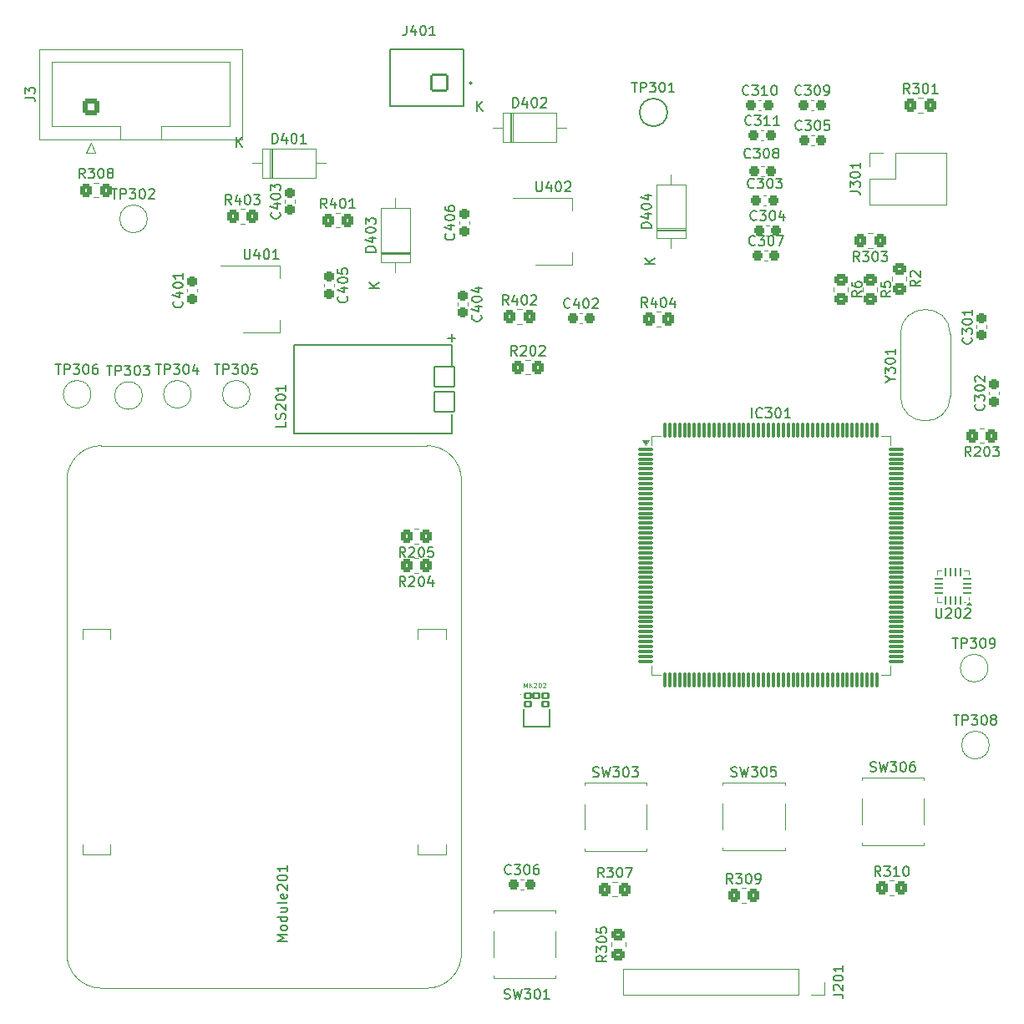
<source format=gbr>
G04 #@! TF.GenerationSoftware,KiCad,Pcbnew,9.0.0*
G04 #@! TF.CreationDate,2025-03-31T20:00:41-05:00*
G04 #@! TF.ProjectId,Portable Offline Translator,506f7274-6162-46c6-9520-4f66666c696e,rev?*
G04 #@! TF.SameCoordinates,Original*
G04 #@! TF.FileFunction,Legend,Top*
G04 #@! TF.FilePolarity,Positive*
%FSLAX46Y46*%
G04 Gerber Fmt 4.6, Leading zero omitted, Abs format (unit mm)*
G04 Created by KiCad (PCBNEW 9.0.0) date 2025-03-31 20:00:41*
%MOMM*%
%LPD*%
G01*
G04 APERTURE LIST*
G04 Aperture macros list*
%AMRoundRect*
0 Rectangle with rounded corners*
0 $1 Rounding radius*
0 $2 $3 $4 $5 $6 $7 $8 $9 X,Y pos of 4 corners*
0 Add a 4 corners polygon primitive as box body*
4,1,4,$2,$3,$4,$5,$6,$7,$8,$9,$2,$3,0*
0 Add four circle primitives for the rounded corners*
1,1,$1+$1,$2,$3*
1,1,$1+$1,$4,$5*
1,1,$1+$1,$6,$7*
1,1,$1+$1,$8,$9*
0 Add four rect primitives between the rounded corners*
20,1,$1+$1,$2,$3,$4,$5,0*
20,1,$1+$1,$4,$5,$6,$7,0*
20,1,$1+$1,$6,$7,$8,$9,0*
20,1,$1+$1,$8,$9,$2,$3,0*%
G04 Aperture macros list end*
%ADD10C,0.150000*%
%ADD11C,0.120607*%
%ADD12C,0.120000*%
%ADD13C,0.127000*%
%ADD14C,0.100000*%
%ADD15C,0.200000*%
%ADD16C,0.912000*%
%ADD17RoundRect,0.250000X0.350000X0.450000X-0.350000X0.450000X-0.350000X-0.450000X0.350000X-0.450000X0*%
%ADD18RoundRect,0.102000X-0.300000X-0.261000X0.300000X-0.261000X0.300000X0.261000X-0.300000X0.261000X0*%
%ADD19C,0.500000*%
%ADD20R,1.550000X1.300000*%
%ADD21C,2.000000*%
%ADD22R,2.200000X2.200000*%
%ADD23O,2.200000X2.200000*%
%ADD24R,1.700000X1.700000*%
%ADD25O,1.700000X1.700000*%
%ADD26RoundRect,0.237500X0.237500X-0.300000X0.237500X0.300000X-0.237500X0.300000X-0.237500X-0.300000X0*%
%ADD27RoundRect,0.250000X-0.350000X-0.450000X0.350000X-0.450000X0.350000X0.450000X-0.350000X0.450000X0*%
%ADD28R,2.000000X1.500000*%
%ADD29R,2.000000X3.800000*%
%ADD30RoundRect,0.102000X1.000000X-1.000000X1.000000X1.000000X-1.000000X1.000000X-1.000000X-1.000000X0*%
%ADD31RoundRect,0.237500X-0.300000X-0.237500X0.300000X-0.237500X0.300000X0.237500X-0.300000X0.237500X0*%
%ADD32RoundRect,0.250000X0.450000X-0.350000X0.450000X0.350000X-0.450000X0.350000X-0.450000X-0.350000X0*%
%ADD33RoundRect,0.250000X-0.450000X0.350000X-0.450000X-0.350000X0.450000X-0.350000X0.450000X0.350000X0*%
%ADD34RoundRect,0.237500X-0.237500X0.300000X-0.237500X-0.300000X0.237500X-0.300000X0.237500X0.300000X0*%
%ADD35C,6.100000*%
%ADD36R,0.700000X0.200000*%
%ADD37RoundRect,0.250000X0.600000X-0.600000X0.600000X0.600000X-0.600000X0.600000X-0.600000X-0.600000X0*%
%ADD38C,1.700000*%
%ADD39C,1.500000*%
%ADD40RoundRect,0.062500X0.350000X0.062500X-0.350000X0.062500X-0.350000X-0.062500X0.350000X-0.062500X0*%
%ADD41RoundRect,0.062500X0.062500X0.350000X-0.062500X0.350000X-0.062500X-0.350000X0.062500X-0.350000X0*%
%ADD42R,1.230000X1.230000*%
%ADD43RoundRect,0.075000X-0.675000X-0.075000X0.675000X-0.075000X0.675000X0.075000X-0.675000X0.075000X0*%
%ADD44RoundRect,0.075000X-0.075000X-0.675000X0.075000X-0.675000X0.075000X0.675000X-0.075000X0.675000X0*%
%ADD45RoundRect,0.102000X-0.787500X-0.787500X0.787500X-0.787500X0.787500X0.787500X-0.787500X0.787500X0*%
%ADD46C,1.779000*%
G04 APERTURE END LIST*
D10*
X116194152Y-110385019D02*
X115860819Y-109908828D01*
X115622724Y-110385019D02*
X115622724Y-109385019D01*
X115622724Y-109385019D02*
X116003676Y-109385019D01*
X116003676Y-109385019D02*
X116098914Y-109432638D01*
X116098914Y-109432638D02*
X116146533Y-109480257D01*
X116146533Y-109480257D02*
X116194152Y-109575495D01*
X116194152Y-109575495D02*
X116194152Y-109718352D01*
X116194152Y-109718352D02*
X116146533Y-109813590D01*
X116146533Y-109813590D02*
X116098914Y-109861209D01*
X116098914Y-109861209D02*
X116003676Y-109908828D01*
X116003676Y-109908828D02*
X115622724Y-109908828D01*
X116575105Y-109480257D02*
X116622724Y-109432638D01*
X116622724Y-109432638D02*
X116717962Y-109385019D01*
X116717962Y-109385019D02*
X116956057Y-109385019D01*
X116956057Y-109385019D02*
X117051295Y-109432638D01*
X117051295Y-109432638D02*
X117098914Y-109480257D01*
X117098914Y-109480257D02*
X117146533Y-109575495D01*
X117146533Y-109575495D02*
X117146533Y-109670733D01*
X117146533Y-109670733D02*
X117098914Y-109813590D01*
X117098914Y-109813590D02*
X116527486Y-110385019D01*
X116527486Y-110385019D02*
X117146533Y-110385019D01*
X117765581Y-109385019D02*
X117860819Y-109385019D01*
X117860819Y-109385019D02*
X117956057Y-109432638D01*
X117956057Y-109432638D02*
X118003676Y-109480257D01*
X118003676Y-109480257D02*
X118051295Y-109575495D01*
X118051295Y-109575495D02*
X118098914Y-109765971D01*
X118098914Y-109765971D02*
X118098914Y-110004066D01*
X118098914Y-110004066D02*
X118051295Y-110194542D01*
X118051295Y-110194542D02*
X118003676Y-110289780D01*
X118003676Y-110289780D02*
X117956057Y-110337400D01*
X117956057Y-110337400D02*
X117860819Y-110385019D01*
X117860819Y-110385019D02*
X117765581Y-110385019D01*
X117765581Y-110385019D02*
X117670343Y-110337400D01*
X117670343Y-110337400D02*
X117622724Y-110289780D01*
X117622724Y-110289780D02*
X117575105Y-110194542D01*
X117575105Y-110194542D02*
X117527486Y-110004066D01*
X117527486Y-110004066D02*
X117527486Y-109765971D01*
X117527486Y-109765971D02*
X117575105Y-109575495D01*
X117575105Y-109575495D02*
X117622724Y-109480257D01*
X117622724Y-109480257D02*
X117670343Y-109432638D01*
X117670343Y-109432638D02*
X117765581Y-109385019D01*
X118956057Y-109718352D02*
X118956057Y-110385019D01*
X118717962Y-109337400D02*
X118479867Y-110051685D01*
X118479867Y-110051685D02*
X119098914Y-110051685D01*
X116194152Y-107435019D02*
X115860819Y-106958828D01*
X115622724Y-107435019D02*
X115622724Y-106435019D01*
X115622724Y-106435019D02*
X116003676Y-106435019D01*
X116003676Y-106435019D02*
X116098914Y-106482638D01*
X116098914Y-106482638D02*
X116146533Y-106530257D01*
X116146533Y-106530257D02*
X116194152Y-106625495D01*
X116194152Y-106625495D02*
X116194152Y-106768352D01*
X116194152Y-106768352D02*
X116146533Y-106863590D01*
X116146533Y-106863590D02*
X116098914Y-106911209D01*
X116098914Y-106911209D02*
X116003676Y-106958828D01*
X116003676Y-106958828D02*
X115622724Y-106958828D01*
X116575105Y-106530257D02*
X116622724Y-106482638D01*
X116622724Y-106482638D02*
X116717962Y-106435019D01*
X116717962Y-106435019D02*
X116956057Y-106435019D01*
X116956057Y-106435019D02*
X117051295Y-106482638D01*
X117051295Y-106482638D02*
X117098914Y-106530257D01*
X117098914Y-106530257D02*
X117146533Y-106625495D01*
X117146533Y-106625495D02*
X117146533Y-106720733D01*
X117146533Y-106720733D02*
X117098914Y-106863590D01*
X117098914Y-106863590D02*
X116527486Y-107435019D01*
X116527486Y-107435019D02*
X117146533Y-107435019D01*
X117765581Y-106435019D02*
X117860819Y-106435019D01*
X117860819Y-106435019D02*
X117956057Y-106482638D01*
X117956057Y-106482638D02*
X118003676Y-106530257D01*
X118003676Y-106530257D02*
X118051295Y-106625495D01*
X118051295Y-106625495D02*
X118098914Y-106815971D01*
X118098914Y-106815971D02*
X118098914Y-107054066D01*
X118098914Y-107054066D02*
X118051295Y-107244542D01*
X118051295Y-107244542D02*
X118003676Y-107339780D01*
X118003676Y-107339780D02*
X117956057Y-107387400D01*
X117956057Y-107387400D02*
X117860819Y-107435019D01*
X117860819Y-107435019D02*
X117765581Y-107435019D01*
X117765581Y-107435019D02*
X117670343Y-107387400D01*
X117670343Y-107387400D02*
X117622724Y-107339780D01*
X117622724Y-107339780D02*
X117575105Y-107244542D01*
X117575105Y-107244542D02*
X117527486Y-107054066D01*
X117527486Y-107054066D02*
X117527486Y-106815971D01*
X117527486Y-106815971D02*
X117575105Y-106625495D01*
X117575105Y-106625495D02*
X117622724Y-106530257D01*
X117622724Y-106530257D02*
X117670343Y-106482638D01*
X117670343Y-106482638D02*
X117765581Y-106435019D01*
X119003676Y-106435019D02*
X118527486Y-106435019D01*
X118527486Y-106435019D02*
X118479867Y-106911209D01*
X118479867Y-106911209D02*
X118527486Y-106863590D01*
X118527486Y-106863590D02*
X118622724Y-106815971D01*
X118622724Y-106815971D02*
X118860819Y-106815971D01*
X118860819Y-106815971D02*
X118956057Y-106863590D01*
X118956057Y-106863590D02*
X119003676Y-106911209D01*
X119003676Y-106911209D02*
X119051295Y-107006447D01*
X119051295Y-107006447D02*
X119051295Y-107244542D01*
X119051295Y-107244542D02*
X119003676Y-107339780D01*
X119003676Y-107339780D02*
X118956057Y-107387400D01*
X118956057Y-107387400D02*
X118860819Y-107435019D01*
X118860819Y-107435019D02*
X118622724Y-107435019D01*
X118622724Y-107435019D02*
X118527486Y-107387400D01*
X118527486Y-107387400D02*
X118479867Y-107339780D01*
D11*
X128217074Y-120679816D02*
X128217074Y-120197387D01*
X128217074Y-120197387D02*
X128377883Y-120541979D01*
X128377883Y-120541979D02*
X128538693Y-120197387D01*
X128538693Y-120197387D02*
X128538693Y-120679816D01*
X128768421Y-120679816D02*
X128768421Y-120197387D01*
X129044094Y-120679816D02*
X128837339Y-120404143D01*
X129044094Y-120197387D02*
X128768421Y-120473061D01*
X129227877Y-120243333D02*
X129250850Y-120220360D01*
X129250850Y-120220360D02*
X129296795Y-120197387D01*
X129296795Y-120197387D02*
X129411659Y-120197387D01*
X129411659Y-120197387D02*
X129457605Y-120220360D01*
X129457605Y-120220360D02*
X129480578Y-120243333D01*
X129480578Y-120243333D02*
X129503550Y-120289279D01*
X129503550Y-120289279D02*
X129503550Y-120335224D01*
X129503550Y-120335224D02*
X129480578Y-120404143D01*
X129480578Y-120404143D02*
X129204904Y-120679816D01*
X129204904Y-120679816D02*
X129503550Y-120679816D01*
X129802197Y-120197387D02*
X129848142Y-120197387D01*
X129848142Y-120197387D02*
X129894088Y-120220360D01*
X129894088Y-120220360D02*
X129917061Y-120243333D01*
X129917061Y-120243333D02*
X129940034Y-120289279D01*
X129940034Y-120289279D02*
X129963006Y-120381170D01*
X129963006Y-120381170D02*
X129963006Y-120496034D01*
X129963006Y-120496034D02*
X129940034Y-120587925D01*
X129940034Y-120587925D02*
X129917061Y-120633871D01*
X129917061Y-120633871D02*
X129894088Y-120656844D01*
X129894088Y-120656844D02*
X129848142Y-120679816D01*
X129848142Y-120679816D02*
X129802197Y-120679816D01*
X129802197Y-120679816D02*
X129756251Y-120656844D01*
X129756251Y-120656844D02*
X129733278Y-120633871D01*
X129733278Y-120633871D02*
X129710306Y-120587925D01*
X129710306Y-120587925D02*
X129687333Y-120496034D01*
X129687333Y-120496034D02*
X129687333Y-120381170D01*
X129687333Y-120381170D02*
X129710306Y-120289279D01*
X129710306Y-120289279D02*
X129733278Y-120243333D01*
X129733278Y-120243333D02*
X129756251Y-120220360D01*
X129756251Y-120220360D02*
X129802197Y-120197387D01*
X130146789Y-120243333D02*
X130169762Y-120220360D01*
X130169762Y-120220360D02*
X130215707Y-120197387D01*
X130215707Y-120197387D02*
X130330571Y-120197387D01*
X130330571Y-120197387D02*
X130376517Y-120220360D01*
X130376517Y-120220360D02*
X130399490Y-120243333D01*
X130399490Y-120243333D02*
X130422462Y-120289279D01*
X130422462Y-120289279D02*
X130422462Y-120335224D01*
X130422462Y-120335224D02*
X130399490Y-120404143D01*
X130399490Y-120404143D02*
X130123816Y-120679816D01*
X130123816Y-120679816D02*
X130422462Y-120679816D01*
D10*
X135217286Y-129674200D02*
X135360143Y-129721819D01*
X135360143Y-129721819D02*
X135598238Y-129721819D01*
X135598238Y-129721819D02*
X135693476Y-129674200D01*
X135693476Y-129674200D02*
X135741095Y-129626580D01*
X135741095Y-129626580D02*
X135788714Y-129531342D01*
X135788714Y-129531342D02*
X135788714Y-129436104D01*
X135788714Y-129436104D02*
X135741095Y-129340866D01*
X135741095Y-129340866D02*
X135693476Y-129293247D01*
X135693476Y-129293247D02*
X135598238Y-129245628D01*
X135598238Y-129245628D02*
X135407762Y-129198009D01*
X135407762Y-129198009D02*
X135312524Y-129150390D01*
X135312524Y-129150390D02*
X135264905Y-129102771D01*
X135264905Y-129102771D02*
X135217286Y-129007533D01*
X135217286Y-129007533D02*
X135217286Y-128912295D01*
X135217286Y-128912295D02*
X135264905Y-128817057D01*
X135264905Y-128817057D02*
X135312524Y-128769438D01*
X135312524Y-128769438D02*
X135407762Y-128721819D01*
X135407762Y-128721819D02*
X135645857Y-128721819D01*
X135645857Y-128721819D02*
X135788714Y-128769438D01*
X136122048Y-128721819D02*
X136360143Y-129721819D01*
X136360143Y-129721819D02*
X136550619Y-129007533D01*
X136550619Y-129007533D02*
X136741095Y-129721819D01*
X136741095Y-129721819D02*
X136979191Y-128721819D01*
X137264905Y-128721819D02*
X137883952Y-128721819D01*
X137883952Y-128721819D02*
X137550619Y-129102771D01*
X137550619Y-129102771D02*
X137693476Y-129102771D01*
X137693476Y-129102771D02*
X137788714Y-129150390D01*
X137788714Y-129150390D02*
X137836333Y-129198009D01*
X137836333Y-129198009D02*
X137883952Y-129293247D01*
X137883952Y-129293247D02*
X137883952Y-129531342D01*
X137883952Y-129531342D02*
X137836333Y-129626580D01*
X137836333Y-129626580D02*
X137788714Y-129674200D01*
X137788714Y-129674200D02*
X137693476Y-129721819D01*
X137693476Y-129721819D02*
X137407762Y-129721819D01*
X137407762Y-129721819D02*
X137312524Y-129674200D01*
X137312524Y-129674200D02*
X137264905Y-129626580D01*
X138503000Y-128721819D02*
X138598238Y-128721819D01*
X138598238Y-128721819D02*
X138693476Y-128769438D01*
X138693476Y-128769438D02*
X138741095Y-128817057D01*
X138741095Y-128817057D02*
X138788714Y-128912295D01*
X138788714Y-128912295D02*
X138836333Y-129102771D01*
X138836333Y-129102771D02*
X138836333Y-129340866D01*
X138836333Y-129340866D02*
X138788714Y-129531342D01*
X138788714Y-129531342D02*
X138741095Y-129626580D01*
X138741095Y-129626580D02*
X138693476Y-129674200D01*
X138693476Y-129674200D02*
X138598238Y-129721819D01*
X138598238Y-129721819D02*
X138503000Y-129721819D01*
X138503000Y-129721819D02*
X138407762Y-129674200D01*
X138407762Y-129674200D02*
X138360143Y-129626580D01*
X138360143Y-129626580D02*
X138312524Y-129531342D01*
X138312524Y-129531342D02*
X138264905Y-129340866D01*
X138264905Y-129340866D02*
X138264905Y-129102771D01*
X138264905Y-129102771D02*
X138312524Y-128912295D01*
X138312524Y-128912295D02*
X138360143Y-128817057D01*
X138360143Y-128817057D02*
X138407762Y-128769438D01*
X138407762Y-128769438D02*
X138503000Y-128721819D01*
X139169667Y-128721819D02*
X139788714Y-128721819D01*
X139788714Y-128721819D02*
X139455381Y-129102771D01*
X139455381Y-129102771D02*
X139598238Y-129102771D01*
X139598238Y-129102771D02*
X139693476Y-129150390D01*
X139693476Y-129150390D02*
X139741095Y-129198009D01*
X139741095Y-129198009D02*
X139788714Y-129293247D01*
X139788714Y-129293247D02*
X139788714Y-129531342D01*
X139788714Y-129531342D02*
X139741095Y-129626580D01*
X139741095Y-129626580D02*
X139693476Y-129674200D01*
X139693476Y-129674200D02*
X139598238Y-129721819D01*
X139598238Y-129721819D02*
X139312524Y-129721819D01*
X139312524Y-129721819D02*
X139217286Y-129674200D01*
X139217286Y-129674200D02*
X139169667Y-129626580D01*
X171648714Y-115649019D02*
X172220142Y-115649019D01*
X171934428Y-116649019D02*
X171934428Y-115649019D01*
X172553476Y-116649019D02*
X172553476Y-115649019D01*
X172553476Y-115649019D02*
X172934428Y-115649019D01*
X172934428Y-115649019D02*
X173029666Y-115696638D01*
X173029666Y-115696638D02*
X173077285Y-115744257D01*
X173077285Y-115744257D02*
X173124904Y-115839495D01*
X173124904Y-115839495D02*
X173124904Y-115982352D01*
X173124904Y-115982352D02*
X173077285Y-116077590D01*
X173077285Y-116077590D02*
X173029666Y-116125209D01*
X173029666Y-116125209D02*
X172934428Y-116172828D01*
X172934428Y-116172828D02*
X172553476Y-116172828D01*
X173458238Y-115649019D02*
X174077285Y-115649019D01*
X174077285Y-115649019D02*
X173743952Y-116029971D01*
X173743952Y-116029971D02*
X173886809Y-116029971D01*
X173886809Y-116029971D02*
X173982047Y-116077590D01*
X173982047Y-116077590D02*
X174029666Y-116125209D01*
X174029666Y-116125209D02*
X174077285Y-116220447D01*
X174077285Y-116220447D02*
X174077285Y-116458542D01*
X174077285Y-116458542D02*
X174029666Y-116553780D01*
X174029666Y-116553780D02*
X173982047Y-116601400D01*
X173982047Y-116601400D02*
X173886809Y-116649019D01*
X173886809Y-116649019D02*
X173601095Y-116649019D01*
X173601095Y-116649019D02*
X173505857Y-116601400D01*
X173505857Y-116601400D02*
X173458238Y-116553780D01*
X174696333Y-115649019D02*
X174791571Y-115649019D01*
X174791571Y-115649019D02*
X174886809Y-115696638D01*
X174886809Y-115696638D02*
X174934428Y-115744257D01*
X174934428Y-115744257D02*
X174982047Y-115839495D01*
X174982047Y-115839495D02*
X175029666Y-116029971D01*
X175029666Y-116029971D02*
X175029666Y-116268066D01*
X175029666Y-116268066D02*
X174982047Y-116458542D01*
X174982047Y-116458542D02*
X174934428Y-116553780D01*
X174934428Y-116553780D02*
X174886809Y-116601400D01*
X174886809Y-116601400D02*
X174791571Y-116649019D01*
X174791571Y-116649019D02*
X174696333Y-116649019D01*
X174696333Y-116649019D02*
X174601095Y-116601400D01*
X174601095Y-116601400D02*
X174553476Y-116553780D01*
X174553476Y-116553780D02*
X174505857Y-116458542D01*
X174505857Y-116458542D02*
X174458238Y-116268066D01*
X174458238Y-116268066D02*
X174458238Y-116029971D01*
X174458238Y-116029971D02*
X174505857Y-115839495D01*
X174505857Y-115839495D02*
X174553476Y-115744257D01*
X174553476Y-115744257D02*
X174601095Y-115696638D01*
X174601095Y-115696638D02*
X174696333Y-115649019D01*
X175505857Y-116649019D02*
X175696333Y-116649019D01*
X175696333Y-116649019D02*
X175791571Y-116601400D01*
X175791571Y-116601400D02*
X175839190Y-116553780D01*
X175839190Y-116553780D02*
X175934428Y-116410923D01*
X175934428Y-116410923D02*
X175982047Y-116220447D01*
X175982047Y-116220447D02*
X175982047Y-115839495D01*
X175982047Y-115839495D02*
X175934428Y-115744257D01*
X175934428Y-115744257D02*
X175886809Y-115696638D01*
X175886809Y-115696638D02*
X175791571Y-115649019D01*
X175791571Y-115649019D02*
X175601095Y-115649019D01*
X175601095Y-115649019D02*
X175505857Y-115696638D01*
X175505857Y-115696638D02*
X175458238Y-115744257D01*
X175458238Y-115744257D02*
X175410619Y-115839495D01*
X175410619Y-115839495D02*
X175410619Y-116077590D01*
X175410619Y-116077590D02*
X175458238Y-116172828D01*
X175458238Y-116172828D02*
X175505857Y-116220447D01*
X175505857Y-116220447D02*
X175601095Y-116268066D01*
X175601095Y-116268066D02*
X175791571Y-116268066D01*
X175791571Y-116268066D02*
X175886809Y-116220447D01*
X175886809Y-116220447D02*
X175934428Y-116172828D01*
X175934428Y-116172828D02*
X175982047Y-116077590D01*
X113173819Y-76493475D02*
X112173819Y-76493475D01*
X112173819Y-76493475D02*
X112173819Y-76255380D01*
X112173819Y-76255380D02*
X112221438Y-76112523D01*
X112221438Y-76112523D02*
X112316676Y-76017285D01*
X112316676Y-76017285D02*
X112411914Y-75969666D01*
X112411914Y-75969666D02*
X112602390Y-75922047D01*
X112602390Y-75922047D02*
X112745247Y-75922047D01*
X112745247Y-75922047D02*
X112935723Y-75969666D01*
X112935723Y-75969666D02*
X113030961Y-76017285D01*
X113030961Y-76017285D02*
X113126200Y-76112523D01*
X113126200Y-76112523D02*
X113173819Y-76255380D01*
X113173819Y-76255380D02*
X113173819Y-76493475D01*
X112507152Y-75064904D02*
X113173819Y-75064904D01*
X112126200Y-75302999D02*
X112840485Y-75541094D01*
X112840485Y-75541094D02*
X112840485Y-74922047D01*
X112173819Y-74350618D02*
X112173819Y-74255380D01*
X112173819Y-74255380D02*
X112221438Y-74160142D01*
X112221438Y-74160142D02*
X112269057Y-74112523D01*
X112269057Y-74112523D02*
X112364295Y-74064904D01*
X112364295Y-74064904D02*
X112554771Y-74017285D01*
X112554771Y-74017285D02*
X112792866Y-74017285D01*
X112792866Y-74017285D02*
X112983342Y-74064904D01*
X112983342Y-74064904D02*
X113078580Y-74112523D01*
X113078580Y-74112523D02*
X113126200Y-74160142D01*
X113126200Y-74160142D02*
X113173819Y-74255380D01*
X113173819Y-74255380D02*
X113173819Y-74350618D01*
X113173819Y-74350618D02*
X113126200Y-74445856D01*
X113126200Y-74445856D02*
X113078580Y-74493475D01*
X113078580Y-74493475D02*
X112983342Y-74541094D01*
X112983342Y-74541094D02*
X112792866Y-74588713D01*
X112792866Y-74588713D02*
X112554771Y-74588713D01*
X112554771Y-74588713D02*
X112364295Y-74541094D01*
X112364295Y-74541094D02*
X112269057Y-74493475D01*
X112269057Y-74493475D02*
X112221438Y-74445856D01*
X112221438Y-74445856D02*
X112173819Y-74350618D01*
X112173819Y-73683951D02*
X112173819Y-73064904D01*
X112173819Y-73064904D02*
X112554771Y-73398237D01*
X112554771Y-73398237D02*
X112554771Y-73255380D01*
X112554771Y-73255380D02*
X112602390Y-73160142D01*
X112602390Y-73160142D02*
X112650009Y-73112523D01*
X112650009Y-73112523D02*
X112745247Y-73064904D01*
X112745247Y-73064904D02*
X112983342Y-73064904D01*
X112983342Y-73064904D02*
X113078580Y-73112523D01*
X113078580Y-73112523D02*
X113126200Y-73160142D01*
X113126200Y-73160142D02*
X113173819Y-73255380D01*
X113173819Y-73255380D02*
X113173819Y-73541094D01*
X113173819Y-73541094D02*
X113126200Y-73636332D01*
X113126200Y-73636332D02*
X113078580Y-73683951D01*
X113543819Y-80144904D02*
X112543819Y-80144904D01*
X113543819Y-79573476D02*
X112972390Y-80002047D01*
X112543819Y-79573476D02*
X113115247Y-80144904D01*
X162202952Y-77452819D02*
X161869619Y-76976628D01*
X161631524Y-77452819D02*
X161631524Y-76452819D01*
X161631524Y-76452819D02*
X162012476Y-76452819D01*
X162012476Y-76452819D02*
X162107714Y-76500438D01*
X162107714Y-76500438D02*
X162155333Y-76548057D01*
X162155333Y-76548057D02*
X162202952Y-76643295D01*
X162202952Y-76643295D02*
X162202952Y-76786152D01*
X162202952Y-76786152D02*
X162155333Y-76881390D01*
X162155333Y-76881390D02*
X162107714Y-76929009D01*
X162107714Y-76929009D02*
X162012476Y-76976628D01*
X162012476Y-76976628D02*
X161631524Y-76976628D01*
X162536286Y-76452819D02*
X163155333Y-76452819D01*
X163155333Y-76452819D02*
X162822000Y-76833771D01*
X162822000Y-76833771D02*
X162964857Y-76833771D01*
X162964857Y-76833771D02*
X163060095Y-76881390D01*
X163060095Y-76881390D02*
X163107714Y-76929009D01*
X163107714Y-76929009D02*
X163155333Y-77024247D01*
X163155333Y-77024247D02*
X163155333Y-77262342D01*
X163155333Y-77262342D02*
X163107714Y-77357580D01*
X163107714Y-77357580D02*
X163060095Y-77405200D01*
X163060095Y-77405200D02*
X162964857Y-77452819D01*
X162964857Y-77452819D02*
X162679143Y-77452819D01*
X162679143Y-77452819D02*
X162583905Y-77405200D01*
X162583905Y-77405200D02*
X162536286Y-77357580D01*
X163774381Y-76452819D02*
X163869619Y-76452819D01*
X163869619Y-76452819D02*
X163964857Y-76500438D01*
X163964857Y-76500438D02*
X164012476Y-76548057D01*
X164012476Y-76548057D02*
X164060095Y-76643295D01*
X164060095Y-76643295D02*
X164107714Y-76833771D01*
X164107714Y-76833771D02*
X164107714Y-77071866D01*
X164107714Y-77071866D02*
X164060095Y-77262342D01*
X164060095Y-77262342D02*
X164012476Y-77357580D01*
X164012476Y-77357580D02*
X163964857Y-77405200D01*
X163964857Y-77405200D02*
X163869619Y-77452819D01*
X163869619Y-77452819D02*
X163774381Y-77452819D01*
X163774381Y-77452819D02*
X163679143Y-77405200D01*
X163679143Y-77405200D02*
X163631524Y-77357580D01*
X163631524Y-77357580D02*
X163583905Y-77262342D01*
X163583905Y-77262342D02*
X163536286Y-77071866D01*
X163536286Y-77071866D02*
X163536286Y-76833771D01*
X163536286Y-76833771D02*
X163583905Y-76643295D01*
X163583905Y-76643295D02*
X163631524Y-76548057D01*
X163631524Y-76548057D02*
X163679143Y-76500438D01*
X163679143Y-76500438D02*
X163774381Y-76452819D01*
X164441048Y-76452819D02*
X165060095Y-76452819D01*
X165060095Y-76452819D02*
X164726762Y-76833771D01*
X164726762Y-76833771D02*
X164869619Y-76833771D01*
X164869619Y-76833771D02*
X164964857Y-76881390D01*
X164964857Y-76881390D02*
X165012476Y-76929009D01*
X165012476Y-76929009D02*
X165060095Y-77024247D01*
X165060095Y-77024247D02*
X165060095Y-77262342D01*
X165060095Y-77262342D02*
X165012476Y-77357580D01*
X165012476Y-77357580D02*
X164964857Y-77405200D01*
X164964857Y-77405200D02*
X164869619Y-77452819D01*
X164869619Y-77452819D02*
X164583905Y-77452819D01*
X164583905Y-77452819D02*
X164488667Y-77405200D01*
X164488667Y-77405200D02*
X164441048Y-77357580D01*
X159577819Y-151780714D02*
X160292104Y-151780714D01*
X160292104Y-151780714D02*
X160434961Y-151828333D01*
X160434961Y-151828333D02*
X160530200Y-151923571D01*
X160530200Y-151923571D02*
X160577819Y-152066428D01*
X160577819Y-152066428D02*
X160577819Y-152161666D01*
X159673057Y-151352142D02*
X159625438Y-151304523D01*
X159625438Y-151304523D02*
X159577819Y-151209285D01*
X159577819Y-151209285D02*
X159577819Y-150971190D01*
X159577819Y-150971190D02*
X159625438Y-150875952D01*
X159625438Y-150875952D02*
X159673057Y-150828333D01*
X159673057Y-150828333D02*
X159768295Y-150780714D01*
X159768295Y-150780714D02*
X159863533Y-150780714D01*
X159863533Y-150780714D02*
X160006390Y-150828333D01*
X160006390Y-150828333D02*
X160577819Y-151399761D01*
X160577819Y-151399761D02*
X160577819Y-150780714D01*
X159577819Y-150161666D02*
X159577819Y-150066428D01*
X159577819Y-150066428D02*
X159625438Y-149971190D01*
X159625438Y-149971190D02*
X159673057Y-149923571D01*
X159673057Y-149923571D02*
X159768295Y-149875952D01*
X159768295Y-149875952D02*
X159958771Y-149828333D01*
X159958771Y-149828333D02*
X160196866Y-149828333D01*
X160196866Y-149828333D02*
X160387342Y-149875952D01*
X160387342Y-149875952D02*
X160482580Y-149923571D01*
X160482580Y-149923571D02*
X160530200Y-149971190D01*
X160530200Y-149971190D02*
X160577819Y-150066428D01*
X160577819Y-150066428D02*
X160577819Y-150161666D01*
X160577819Y-150161666D02*
X160530200Y-150256904D01*
X160530200Y-150256904D02*
X160482580Y-150304523D01*
X160482580Y-150304523D02*
X160387342Y-150352142D01*
X160387342Y-150352142D02*
X160196866Y-150399761D01*
X160196866Y-150399761D02*
X159958771Y-150399761D01*
X159958771Y-150399761D02*
X159768295Y-150352142D01*
X159768295Y-150352142D02*
X159673057Y-150304523D01*
X159673057Y-150304523D02*
X159625438Y-150256904D01*
X159625438Y-150256904D02*
X159577819Y-150161666D01*
X160577819Y-148875952D02*
X160577819Y-149447380D01*
X160577819Y-149161666D02*
X159577819Y-149161666D01*
X159577819Y-149161666D02*
X159720676Y-149256904D01*
X159720676Y-149256904D02*
X159815914Y-149352142D01*
X159815914Y-149352142D02*
X159863533Y-149447380D01*
X93544580Y-81510047D02*
X93592200Y-81557666D01*
X93592200Y-81557666D02*
X93639819Y-81700523D01*
X93639819Y-81700523D02*
X93639819Y-81795761D01*
X93639819Y-81795761D02*
X93592200Y-81938618D01*
X93592200Y-81938618D02*
X93496961Y-82033856D01*
X93496961Y-82033856D02*
X93401723Y-82081475D01*
X93401723Y-82081475D02*
X93211247Y-82129094D01*
X93211247Y-82129094D02*
X93068390Y-82129094D01*
X93068390Y-82129094D02*
X92877914Y-82081475D01*
X92877914Y-82081475D02*
X92782676Y-82033856D01*
X92782676Y-82033856D02*
X92687438Y-81938618D01*
X92687438Y-81938618D02*
X92639819Y-81795761D01*
X92639819Y-81795761D02*
X92639819Y-81700523D01*
X92639819Y-81700523D02*
X92687438Y-81557666D01*
X92687438Y-81557666D02*
X92735057Y-81510047D01*
X92973152Y-80652904D02*
X93639819Y-80652904D01*
X92592200Y-80890999D02*
X93306485Y-81129094D01*
X93306485Y-81129094D02*
X93306485Y-80510047D01*
X92639819Y-79938618D02*
X92639819Y-79843380D01*
X92639819Y-79843380D02*
X92687438Y-79748142D01*
X92687438Y-79748142D02*
X92735057Y-79700523D01*
X92735057Y-79700523D02*
X92830295Y-79652904D01*
X92830295Y-79652904D02*
X93020771Y-79605285D01*
X93020771Y-79605285D02*
X93258866Y-79605285D01*
X93258866Y-79605285D02*
X93449342Y-79652904D01*
X93449342Y-79652904D02*
X93544580Y-79700523D01*
X93544580Y-79700523D02*
X93592200Y-79748142D01*
X93592200Y-79748142D02*
X93639819Y-79843380D01*
X93639819Y-79843380D02*
X93639819Y-79938618D01*
X93639819Y-79938618D02*
X93592200Y-80033856D01*
X93592200Y-80033856D02*
X93544580Y-80081475D01*
X93544580Y-80081475D02*
X93449342Y-80129094D01*
X93449342Y-80129094D02*
X93258866Y-80176713D01*
X93258866Y-80176713D02*
X93020771Y-80176713D01*
X93020771Y-80176713D02*
X92830295Y-80129094D01*
X92830295Y-80129094D02*
X92735057Y-80081475D01*
X92735057Y-80081475D02*
X92687438Y-80033856D01*
X92687438Y-80033856D02*
X92639819Y-79938618D01*
X93639819Y-78652904D02*
X93639819Y-79224332D01*
X93639819Y-78938618D02*
X92639819Y-78938618D01*
X92639819Y-78938618D02*
X92782676Y-79033856D01*
X92782676Y-79033856D02*
X92877914Y-79129094D01*
X92877914Y-79129094D02*
X92925533Y-79224332D01*
X83716952Y-69035819D02*
X83383619Y-68559628D01*
X83145524Y-69035819D02*
X83145524Y-68035819D01*
X83145524Y-68035819D02*
X83526476Y-68035819D01*
X83526476Y-68035819D02*
X83621714Y-68083438D01*
X83621714Y-68083438D02*
X83669333Y-68131057D01*
X83669333Y-68131057D02*
X83716952Y-68226295D01*
X83716952Y-68226295D02*
X83716952Y-68369152D01*
X83716952Y-68369152D02*
X83669333Y-68464390D01*
X83669333Y-68464390D02*
X83621714Y-68512009D01*
X83621714Y-68512009D02*
X83526476Y-68559628D01*
X83526476Y-68559628D02*
X83145524Y-68559628D01*
X84050286Y-68035819D02*
X84669333Y-68035819D01*
X84669333Y-68035819D02*
X84336000Y-68416771D01*
X84336000Y-68416771D02*
X84478857Y-68416771D01*
X84478857Y-68416771D02*
X84574095Y-68464390D01*
X84574095Y-68464390D02*
X84621714Y-68512009D01*
X84621714Y-68512009D02*
X84669333Y-68607247D01*
X84669333Y-68607247D02*
X84669333Y-68845342D01*
X84669333Y-68845342D02*
X84621714Y-68940580D01*
X84621714Y-68940580D02*
X84574095Y-68988200D01*
X84574095Y-68988200D02*
X84478857Y-69035819D01*
X84478857Y-69035819D02*
X84193143Y-69035819D01*
X84193143Y-69035819D02*
X84097905Y-68988200D01*
X84097905Y-68988200D02*
X84050286Y-68940580D01*
X85288381Y-68035819D02*
X85383619Y-68035819D01*
X85383619Y-68035819D02*
X85478857Y-68083438D01*
X85478857Y-68083438D02*
X85526476Y-68131057D01*
X85526476Y-68131057D02*
X85574095Y-68226295D01*
X85574095Y-68226295D02*
X85621714Y-68416771D01*
X85621714Y-68416771D02*
X85621714Y-68654866D01*
X85621714Y-68654866D02*
X85574095Y-68845342D01*
X85574095Y-68845342D02*
X85526476Y-68940580D01*
X85526476Y-68940580D02*
X85478857Y-68988200D01*
X85478857Y-68988200D02*
X85383619Y-69035819D01*
X85383619Y-69035819D02*
X85288381Y-69035819D01*
X85288381Y-69035819D02*
X85193143Y-68988200D01*
X85193143Y-68988200D02*
X85145524Y-68940580D01*
X85145524Y-68940580D02*
X85097905Y-68845342D01*
X85097905Y-68845342D02*
X85050286Y-68654866D01*
X85050286Y-68654866D02*
X85050286Y-68416771D01*
X85050286Y-68416771D02*
X85097905Y-68226295D01*
X85097905Y-68226295D02*
X85145524Y-68131057D01*
X85145524Y-68131057D02*
X85193143Y-68083438D01*
X85193143Y-68083438D02*
X85288381Y-68035819D01*
X86193143Y-68464390D02*
X86097905Y-68416771D01*
X86097905Y-68416771D02*
X86050286Y-68369152D01*
X86050286Y-68369152D02*
X86002667Y-68273914D01*
X86002667Y-68273914D02*
X86002667Y-68226295D01*
X86002667Y-68226295D02*
X86050286Y-68131057D01*
X86050286Y-68131057D02*
X86097905Y-68083438D01*
X86097905Y-68083438D02*
X86193143Y-68035819D01*
X86193143Y-68035819D02*
X86383619Y-68035819D01*
X86383619Y-68035819D02*
X86478857Y-68083438D01*
X86478857Y-68083438D02*
X86526476Y-68131057D01*
X86526476Y-68131057D02*
X86574095Y-68226295D01*
X86574095Y-68226295D02*
X86574095Y-68273914D01*
X86574095Y-68273914D02*
X86526476Y-68369152D01*
X86526476Y-68369152D02*
X86478857Y-68416771D01*
X86478857Y-68416771D02*
X86383619Y-68464390D01*
X86383619Y-68464390D02*
X86193143Y-68464390D01*
X86193143Y-68464390D02*
X86097905Y-68512009D01*
X86097905Y-68512009D02*
X86050286Y-68559628D01*
X86050286Y-68559628D02*
X86002667Y-68654866D01*
X86002667Y-68654866D02*
X86002667Y-68845342D01*
X86002667Y-68845342D02*
X86050286Y-68940580D01*
X86050286Y-68940580D02*
X86097905Y-68988200D01*
X86097905Y-68988200D02*
X86193143Y-69035819D01*
X86193143Y-69035819D02*
X86383619Y-69035819D01*
X86383619Y-69035819D02*
X86478857Y-68988200D01*
X86478857Y-68988200D02*
X86526476Y-68940580D01*
X86526476Y-68940580D02*
X86574095Y-68845342D01*
X86574095Y-68845342D02*
X86574095Y-68654866D01*
X86574095Y-68654866D02*
X86526476Y-68559628D01*
X86526476Y-68559628D02*
X86478857Y-68512009D01*
X86478857Y-68512009D02*
X86383619Y-68464390D01*
X126238286Y-152172200D02*
X126381143Y-152219819D01*
X126381143Y-152219819D02*
X126619238Y-152219819D01*
X126619238Y-152219819D02*
X126714476Y-152172200D01*
X126714476Y-152172200D02*
X126762095Y-152124580D01*
X126762095Y-152124580D02*
X126809714Y-152029342D01*
X126809714Y-152029342D02*
X126809714Y-151934104D01*
X126809714Y-151934104D02*
X126762095Y-151838866D01*
X126762095Y-151838866D02*
X126714476Y-151791247D01*
X126714476Y-151791247D02*
X126619238Y-151743628D01*
X126619238Y-151743628D02*
X126428762Y-151696009D01*
X126428762Y-151696009D02*
X126333524Y-151648390D01*
X126333524Y-151648390D02*
X126285905Y-151600771D01*
X126285905Y-151600771D02*
X126238286Y-151505533D01*
X126238286Y-151505533D02*
X126238286Y-151410295D01*
X126238286Y-151410295D02*
X126285905Y-151315057D01*
X126285905Y-151315057D02*
X126333524Y-151267438D01*
X126333524Y-151267438D02*
X126428762Y-151219819D01*
X126428762Y-151219819D02*
X126666857Y-151219819D01*
X126666857Y-151219819D02*
X126809714Y-151267438D01*
X127143048Y-151219819D02*
X127381143Y-152219819D01*
X127381143Y-152219819D02*
X127571619Y-151505533D01*
X127571619Y-151505533D02*
X127762095Y-152219819D01*
X127762095Y-152219819D02*
X128000191Y-151219819D01*
X128285905Y-151219819D02*
X128904952Y-151219819D01*
X128904952Y-151219819D02*
X128571619Y-151600771D01*
X128571619Y-151600771D02*
X128714476Y-151600771D01*
X128714476Y-151600771D02*
X128809714Y-151648390D01*
X128809714Y-151648390D02*
X128857333Y-151696009D01*
X128857333Y-151696009D02*
X128904952Y-151791247D01*
X128904952Y-151791247D02*
X128904952Y-152029342D01*
X128904952Y-152029342D02*
X128857333Y-152124580D01*
X128857333Y-152124580D02*
X128809714Y-152172200D01*
X128809714Y-152172200D02*
X128714476Y-152219819D01*
X128714476Y-152219819D02*
X128428762Y-152219819D01*
X128428762Y-152219819D02*
X128333524Y-152172200D01*
X128333524Y-152172200D02*
X128285905Y-152124580D01*
X129524000Y-151219819D02*
X129619238Y-151219819D01*
X129619238Y-151219819D02*
X129714476Y-151267438D01*
X129714476Y-151267438D02*
X129762095Y-151315057D01*
X129762095Y-151315057D02*
X129809714Y-151410295D01*
X129809714Y-151410295D02*
X129857333Y-151600771D01*
X129857333Y-151600771D02*
X129857333Y-151838866D01*
X129857333Y-151838866D02*
X129809714Y-152029342D01*
X129809714Y-152029342D02*
X129762095Y-152124580D01*
X129762095Y-152124580D02*
X129714476Y-152172200D01*
X129714476Y-152172200D02*
X129619238Y-152219819D01*
X129619238Y-152219819D02*
X129524000Y-152219819D01*
X129524000Y-152219819D02*
X129428762Y-152172200D01*
X129428762Y-152172200D02*
X129381143Y-152124580D01*
X129381143Y-152124580D02*
X129333524Y-152029342D01*
X129333524Y-152029342D02*
X129285905Y-151838866D01*
X129285905Y-151838866D02*
X129285905Y-151600771D01*
X129285905Y-151600771D02*
X129333524Y-151410295D01*
X129333524Y-151410295D02*
X129381143Y-151315057D01*
X129381143Y-151315057D02*
X129428762Y-151267438D01*
X129428762Y-151267438D02*
X129524000Y-151219819D01*
X130809714Y-152219819D02*
X130238286Y-152219819D01*
X130524000Y-152219819D02*
X130524000Y-151219819D01*
X130524000Y-151219819D02*
X130428762Y-151362676D01*
X130428762Y-151362676D02*
X130333524Y-151457914D01*
X130333524Y-151457914D02*
X130238286Y-151505533D01*
X99885714Y-76234819D02*
X99885714Y-77044342D01*
X99885714Y-77044342D02*
X99933333Y-77139580D01*
X99933333Y-77139580D02*
X99980952Y-77187200D01*
X99980952Y-77187200D02*
X100076190Y-77234819D01*
X100076190Y-77234819D02*
X100266666Y-77234819D01*
X100266666Y-77234819D02*
X100361904Y-77187200D01*
X100361904Y-77187200D02*
X100409523Y-77139580D01*
X100409523Y-77139580D02*
X100457142Y-77044342D01*
X100457142Y-77044342D02*
X100457142Y-76234819D01*
X101361904Y-76568152D02*
X101361904Y-77234819D01*
X101123809Y-76187200D02*
X100885714Y-76901485D01*
X100885714Y-76901485D02*
X101504761Y-76901485D01*
X102076190Y-76234819D02*
X102171428Y-76234819D01*
X102171428Y-76234819D02*
X102266666Y-76282438D01*
X102266666Y-76282438D02*
X102314285Y-76330057D01*
X102314285Y-76330057D02*
X102361904Y-76425295D01*
X102361904Y-76425295D02*
X102409523Y-76615771D01*
X102409523Y-76615771D02*
X102409523Y-76853866D01*
X102409523Y-76853866D02*
X102361904Y-77044342D01*
X102361904Y-77044342D02*
X102314285Y-77139580D01*
X102314285Y-77139580D02*
X102266666Y-77187200D01*
X102266666Y-77187200D02*
X102171428Y-77234819D01*
X102171428Y-77234819D02*
X102076190Y-77234819D01*
X102076190Y-77234819D02*
X101980952Y-77187200D01*
X101980952Y-77187200D02*
X101933333Y-77139580D01*
X101933333Y-77139580D02*
X101885714Y-77044342D01*
X101885714Y-77044342D02*
X101838095Y-76853866D01*
X101838095Y-76853866D02*
X101838095Y-76615771D01*
X101838095Y-76615771D02*
X101885714Y-76425295D01*
X101885714Y-76425295D02*
X101933333Y-76330057D01*
X101933333Y-76330057D02*
X101980952Y-76282438D01*
X101980952Y-76282438D02*
X102076190Y-76234819D01*
X103361904Y-77234819D02*
X102790476Y-77234819D01*
X103076190Y-77234819D02*
X103076190Y-76234819D01*
X103076190Y-76234819D02*
X102980952Y-76377676D01*
X102980952Y-76377676D02*
X102885714Y-76472914D01*
X102885714Y-76472914D02*
X102790476Y-76520533D01*
X80716714Y-87886819D02*
X81288142Y-87886819D01*
X81002428Y-88886819D02*
X81002428Y-87886819D01*
X81621476Y-88886819D02*
X81621476Y-87886819D01*
X81621476Y-87886819D02*
X82002428Y-87886819D01*
X82002428Y-87886819D02*
X82097666Y-87934438D01*
X82097666Y-87934438D02*
X82145285Y-87982057D01*
X82145285Y-87982057D02*
X82192904Y-88077295D01*
X82192904Y-88077295D02*
X82192904Y-88220152D01*
X82192904Y-88220152D02*
X82145285Y-88315390D01*
X82145285Y-88315390D02*
X82097666Y-88363009D01*
X82097666Y-88363009D02*
X82002428Y-88410628D01*
X82002428Y-88410628D02*
X81621476Y-88410628D01*
X82526238Y-87886819D02*
X83145285Y-87886819D01*
X83145285Y-87886819D02*
X82811952Y-88267771D01*
X82811952Y-88267771D02*
X82954809Y-88267771D01*
X82954809Y-88267771D02*
X83050047Y-88315390D01*
X83050047Y-88315390D02*
X83097666Y-88363009D01*
X83097666Y-88363009D02*
X83145285Y-88458247D01*
X83145285Y-88458247D02*
X83145285Y-88696342D01*
X83145285Y-88696342D02*
X83097666Y-88791580D01*
X83097666Y-88791580D02*
X83050047Y-88839200D01*
X83050047Y-88839200D02*
X82954809Y-88886819D01*
X82954809Y-88886819D02*
X82669095Y-88886819D01*
X82669095Y-88886819D02*
X82573857Y-88839200D01*
X82573857Y-88839200D02*
X82526238Y-88791580D01*
X83764333Y-87886819D02*
X83859571Y-87886819D01*
X83859571Y-87886819D02*
X83954809Y-87934438D01*
X83954809Y-87934438D02*
X84002428Y-87982057D01*
X84002428Y-87982057D02*
X84050047Y-88077295D01*
X84050047Y-88077295D02*
X84097666Y-88267771D01*
X84097666Y-88267771D02*
X84097666Y-88505866D01*
X84097666Y-88505866D02*
X84050047Y-88696342D01*
X84050047Y-88696342D02*
X84002428Y-88791580D01*
X84002428Y-88791580D02*
X83954809Y-88839200D01*
X83954809Y-88839200D02*
X83859571Y-88886819D01*
X83859571Y-88886819D02*
X83764333Y-88886819D01*
X83764333Y-88886819D02*
X83669095Y-88839200D01*
X83669095Y-88839200D02*
X83621476Y-88791580D01*
X83621476Y-88791580D02*
X83573857Y-88696342D01*
X83573857Y-88696342D02*
X83526238Y-88505866D01*
X83526238Y-88505866D02*
X83526238Y-88267771D01*
X83526238Y-88267771D02*
X83573857Y-88077295D01*
X83573857Y-88077295D02*
X83621476Y-87982057D01*
X83621476Y-87982057D02*
X83669095Y-87934438D01*
X83669095Y-87934438D02*
X83764333Y-87886819D01*
X84954809Y-87886819D02*
X84764333Y-87886819D01*
X84764333Y-87886819D02*
X84669095Y-87934438D01*
X84669095Y-87934438D02*
X84621476Y-87982057D01*
X84621476Y-87982057D02*
X84526238Y-88124914D01*
X84526238Y-88124914D02*
X84478619Y-88315390D01*
X84478619Y-88315390D02*
X84478619Y-88696342D01*
X84478619Y-88696342D02*
X84526238Y-88791580D01*
X84526238Y-88791580D02*
X84573857Y-88839200D01*
X84573857Y-88839200D02*
X84669095Y-88886819D01*
X84669095Y-88886819D02*
X84859571Y-88886819D01*
X84859571Y-88886819D02*
X84954809Y-88839200D01*
X84954809Y-88839200D02*
X85002428Y-88791580D01*
X85002428Y-88791580D02*
X85050047Y-88696342D01*
X85050047Y-88696342D02*
X85050047Y-88458247D01*
X85050047Y-88458247D02*
X85002428Y-88363009D01*
X85002428Y-88363009D02*
X84954809Y-88315390D01*
X84954809Y-88315390D02*
X84859571Y-88267771D01*
X84859571Y-88267771D02*
X84669095Y-88267771D01*
X84669095Y-88267771D02*
X84573857Y-88315390D01*
X84573857Y-88315390D02*
X84526238Y-88363009D01*
X84526238Y-88363009D02*
X84478619Y-88458247D01*
X139136714Y-59311819D02*
X139708142Y-59311819D01*
X139422428Y-60311819D02*
X139422428Y-59311819D01*
X140041476Y-60311819D02*
X140041476Y-59311819D01*
X140041476Y-59311819D02*
X140422428Y-59311819D01*
X140422428Y-59311819D02*
X140517666Y-59359438D01*
X140517666Y-59359438D02*
X140565285Y-59407057D01*
X140565285Y-59407057D02*
X140612904Y-59502295D01*
X140612904Y-59502295D02*
X140612904Y-59645152D01*
X140612904Y-59645152D02*
X140565285Y-59740390D01*
X140565285Y-59740390D02*
X140517666Y-59788009D01*
X140517666Y-59788009D02*
X140422428Y-59835628D01*
X140422428Y-59835628D02*
X140041476Y-59835628D01*
X140946238Y-59311819D02*
X141565285Y-59311819D01*
X141565285Y-59311819D02*
X141231952Y-59692771D01*
X141231952Y-59692771D02*
X141374809Y-59692771D01*
X141374809Y-59692771D02*
X141470047Y-59740390D01*
X141470047Y-59740390D02*
X141517666Y-59788009D01*
X141517666Y-59788009D02*
X141565285Y-59883247D01*
X141565285Y-59883247D02*
X141565285Y-60121342D01*
X141565285Y-60121342D02*
X141517666Y-60216580D01*
X141517666Y-60216580D02*
X141470047Y-60264200D01*
X141470047Y-60264200D02*
X141374809Y-60311819D01*
X141374809Y-60311819D02*
X141089095Y-60311819D01*
X141089095Y-60311819D02*
X140993857Y-60264200D01*
X140993857Y-60264200D02*
X140946238Y-60216580D01*
X142184333Y-59311819D02*
X142279571Y-59311819D01*
X142279571Y-59311819D02*
X142374809Y-59359438D01*
X142374809Y-59359438D02*
X142422428Y-59407057D01*
X142422428Y-59407057D02*
X142470047Y-59502295D01*
X142470047Y-59502295D02*
X142517666Y-59692771D01*
X142517666Y-59692771D02*
X142517666Y-59930866D01*
X142517666Y-59930866D02*
X142470047Y-60121342D01*
X142470047Y-60121342D02*
X142422428Y-60216580D01*
X142422428Y-60216580D02*
X142374809Y-60264200D01*
X142374809Y-60264200D02*
X142279571Y-60311819D01*
X142279571Y-60311819D02*
X142184333Y-60311819D01*
X142184333Y-60311819D02*
X142089095Y-60264200D01*
X142089095Y-60264200D02*
X142041476Y-60216580D01*
X142041476Y-60216580D02*
X141993857Y-60121342D01*
X141993857Y-60121342D02*
X141946238Y-59930866D01*
X141946238Y-59930866D02*
X141946238Y-59692771D01*
X141946238Y-59692771D02*
X141993857Y-59502295D01*
X141993857Y-59502295D02*
X142041476Y-59407057D01*
X142041476Y-59407057D02*
X142089095Y-59359438D01*
X142089095Y-59359438D02*
X142184333Y-59311819D01*
X143470047Y-60311819D02*
X142898619Y-60311819D01*
X143184333Y-60311819D02*
X143184333Y-59311819D01*
X143184333Y-59311819D02*
X143089095Y-59454676D01*
X143089095Y-59454676D02*
X142993857Y-59549914D01*
X142993857Y-59549914D02*
X142898619Y-59597533D01*
X104058272Y-93727801D02*
X104058272Y-94204509D01*
X104058272Y-94204509D02*
X103057185Y-94204509D01*
X104010602Y-93441776D02*
X104058272Y-93298764D01*
X104058272Y-93298764D02*
X104058272Y-93060410D01*
X104058272Y-93060410D02*
X104010602Y-92965068D01*
X104010602Y-92965068D02*
X103962931Y-92917397D01*
X103962931Y-92917397D02*
X103867589Y-92869727D01*
X103867589Y-92869727D02*
X103772247Y-92869727D01*
X103772247Y-92869727D02*
X103676906Y-92917397D01*
X103676906Y-92917397D02*
X103629235Y-92965068D01*
X103629235Y-92965068D02*
X103581564Y-93060410D01*
X103581564Y-93060410D02*
X103533893Y-93251093D01*
X103533893Y-93251093D02*
X103486223Y-93346435D01*
X103486223Y-93346435D02*
X103438552Y-93394105D01*
X103438552Y-93394105D02*
X103343210Y-93441776D01*
X103343210Y-93441776D02*
X103247869Y-93441776D01*
X103247869Y-93441776D02*
X103152527Y-93394105D01*
X103152527Y-93394105D02*
X103104856Y-93346435D01*
X103104856Y-93346435D02*
X103057185Y-93251093D01*
X103057185Y-93251093D02*
X103057185Y-93012739D01*
X103057185Y-93012739D02*
X103104856Y-92869727D01*
X103152527Y-92488360D02*
X103104856Y-92440689D01*
X103104856Y-92440689D02*
X103057185Y-92345348D01*
X103057185Y-92345348D02*
X103057185Y-92106994D01*
X103057185Y-92106994D02*
X103104856Y-92011652D01*
X103104856Y-92011652D02*
X103152527Y-91963981D01*
X103152527Y-91963981D02*
X103247869Y-91916311D01*
X103247869Y-91916311D02*
X103343210Y-91916311D01*
X103343210Y-91916311D02*
X103486223Y-91963981D01*
X103486223Y-91963981D02*
X104058272Y-92536031D01*
X104058272Y-92536031D02*
X104058272Y-91916311D01*
X103057185Y-91296590D02*
X103057185Y-91201249D01*
X103057185Y-91201249D02*
X103104856Y-91105907D01*
X103104856Y-91105907D02*
X103152527Y-91058236D01*
X103152527Y-91058236D02*
X103247869Y-91010565D01*
X103247869Y-91010565D02*
X103438552Y-90962895D01*
X103438552Y-90962895D02*
X103676906Y-90962895D01*
X103676906Y-90962895D02*
X103867589Y-91010565D01*
X103867589Y-91010565D02*
X103962931Y-91058236D01*
X103962931Y-91058236D02*
X104010602Y-91105907D01*
X104010602Y-91105907D02*
X104058272Y-91201249D01*
X104058272Y-91201249D02*
X104058272Y-91296590D01*
X104058272Y-91296590D02*
X104010602Y-91391932D01*
X104010602Y-91391932D02*
X103962931Y-91439603D01*
X103962931Y-91439603D02*
X103867589Y-91487273D01*
X103867589Y-91487273D02*
X103676906Y-91534944D01*
X103676906Y-91534944D02*
X103438552Y-91534944D01*
X103438552Y-91534944D02*
X103247869Y-91487273D01*
X103247869Y-91487273D02*
X103152527Y-91439603D01*
X103152527Y-91439603D02*
X103104856Y-91391932D01*
X103104856Y-91391932D02*
X103057185Y-91296590D01*
X104058272Y-90009479D02*
X104058272Y-90581528D01*
X104058272Y-90295503D02*
X103057185Y-90295503D01*
X103057185Y-90295503D02*
X103200198Y-90390845D01*
X103200198Y-90390845D02*
X103295539Y-90486187D01*
X103295539Y-90486187D02*
X103343210Y-90581528D01*
X120910786Y-85622030D02*
X120910786Y-84856310D01*
X121293646Y-85239170D02*
X120527926Y-85239170D01*
X156334452Y-60524580D02*
X156286833Y-60572200D01*
X156286833Y-60572200D02*
X156143976Y-60619819D01*
X156143976Y-60619819D02*
X156048738Y-60619819D01*
X156048738Y-60619819D02*
X155905881Y-60572200D01*
X155905881Y-60572200D02*
X155810643Y-60476961D01*
X155810643Y-60476961D02*
X155763024Y-60381723D01*
X155763024Y-60381723D02*
X155715405Y-60191247D01*
X155715405Y-60191247D02*
X155715405Y-60048390D01*
X155715405Y-60048390D02*
X155763024Y-59857914D01*
X155763024Y-59857914D02*
X155810643Y-59762676D01*
X155810643Y-59762676D02*
X155905881Y-59667438D01*
X155905881Y-59667438D02*
X156048738Y-59619819D01*
X156048738Y-59619819D02*
X156143976Y-59619819D01*
X156143976Y-59619819D02*
X156286833Y-59667438D01*
X156286833Y-59667438D02*
X156334452Y-59715057D01*
X156667786Y-59619819D02*
X157286833Y-59619819D01*
X157286833Y-59619819D02*
X156953500Y-60000771D01*
X156953500Y-60000771D02*
X157096357Y-60000771D01*
X157096357Y-60000771D02*
X157191595Y-60048390D01*
X157191595Y-60048390D02*
X157239214Y-60096009D01*
X157239214Y-60096009D02*
X157286833Y-60191247D01*
X157286833Y-60191247D02*
X157286833Y-60429342D01*
X157286833Y-60429342D02*
X157239214Y-60524580D01*
X157239214Y-60524580D02*
X157191595Y-60572200D01*
X157191595Y-60572200D02*
X157096357Y-60619819D01*
X157096357Y-60619819D02*
X156810643Y-60619819D01*
X156810643Y-60619819D02*
X156715405Y-60572200D01*
X156715405Y-60572200D02*
X156667786Y-60524580D01*
X157905881Y-59619819D02*
X158001119Y-59619819D01*
X158001119Y-59619819D02*
X158096357Y-59667438D01*
X158096357Y-59667438D02*
X158143976Y-59715057D01*
X158143976Y-59715057D02*
X158191595Y-59810295D01*
X158191595Y-59810295D02*
X158239214Y-60000771D01*
X158239214Y-60000771D02*
X158239214Y-60238866D01*
X158239214Y-60238866D02*
X158191595Y-60429342D01*
X158191595Y-60429342D02*
X158143976Y-60524580D01*
X158143976Y-60524580D02*
X158096357Y-60572200D01*
X158096357Y-60572200D02*
X158001119Y-60619819D01*
X158001119Y-60619819D02*
X157905881Y-60619819D01*
X157905881Y-60619819D02*
X157810643Y-60572200D01*
X157810643Y-60572200D02*
X157763024Y-60524580D01*
X157763024Y-60524580D02*
X157715405Y-60429342D01*
X157715405Y-60429342D02*
X157667786Y-60238866D01*
X157667786Y-60238866D02*
X157667786Y-60000771D01*
X157667786Y-60000771D02*
X157715405Y-59810295D01*
X157715405Y-59810295D02*
X157763024Y-59715057D01*
X157763024Y-59715057D02*
X157810643Y-59667438D01*
X157810643Y-59667438D02*
X157905881Y-59619819D01*
X158715405Y-60619819D02*
X158905881Y-60619819D01*
X158905881Y-60619819D02*
X159001119Y-60572200D01*
X159001119Y-60572200D02*
X159048738Y-60524580D01*
X159048738Y-60524580D02*
X159143976Y-60381723D01*
X159143976Y-60381723D02*
X159191595Y-60191247D01*
X159191595Y-60191247D02*
X159191595Y-59810295D01*
X159191595Y-59810295D02*
X159143976Y-59715057D01*
X159143976Y-59715057D02*
X159096357Y-59667438D01*
X159096357Y-59667438D02*
X159001119Y-59619819D01*
X159001119Y-59619819D02*
X158810643Y-59619819D01*
X158810643Y-59619819D02*
X158715405Y-59667438D01*
X158715405Y-59667438D02*
X158667786Y-59715057D01*
X158667786Y-59715057D02*
X158620167Y-59810295D01*
X158620167Y-59810295D02*
X158620167Y-60048390D01*
X158620167Y-60048390D02*
X158667786Y-60143628D01*
X158667786Y-60143628D02*
X158715405Y-60191247D01*
X158715405Y-60191247D02*
X158810643Y-60238866D01*
X158810643Y-60238866D02*
X159001119Y-60238866D01*
X159001119Y-60238866D02*
X159096357Y-60191247D01*
X159096357Y-60191247D02*
X159143976Y-60143628D01*
X159143976Y-60143628D02*
X159191595Y-60048390D01*
X129476714Y-69376819D02*
X129476714Y-70186342D01*
X129476714Y-70186342D02*
X129524333Y-70281580D01*
X129524333Y-70281580D02*
X129571952Y-70329200D01*
X129571952Y-70329200D02*
X129667190Y-70376819D01*
X129667190Y-70376819D02*
X129857666Y-70376819D01*
X129857666Y-70376819D02*
X129952904Y-70329200D01*
X129952904Y-70329200D02*
X130000523Y-70281580D01*
X130000523Y-70281580D02*
X130048142Y-70186342D01*
X130048142Y-70186342D02*
X130048142Y-69376819D01*
X130952904Y-69710152D02*
X130952904Y-70376819D01*
X130714809Y-69329200D02*
X130476714Y-70043485D01*
X130476714Y-70043485D02*
X131095761Y-70043485D01*
X131667190Y-69376819D02*
X131762428Y-69376819D01*
X131762428Y-69376819D02*
X131857666Y-69424438D01*
X131857666Y-69424438D02*
X131905285Y-69472057D01*
X131905285Y-69472057D02*
X131952904Y-69567295D01*
X131952904Y-69567295D02*
X132000523Y-69757771D01*
X132000523Y-69757771D02*
X132000523Y-69995866D01*
X132000523Y-69995866D02*
X131952904Y-70186342D01*
X131952904Y-70186342D02*
X131905285Y-70281580D01*
X131905285Y-70281580D02*
X131857666Y-70329200D01*
X131857666Y-70329200D02*
X131762428Y-70376819D01*
X131762428Y-70376819D02*
X131667190Y-70376819D01*
X131667190Y-70376819D02*
X131571952Y-70329200D01*
X131571952Y-70329200D02*
X131524333Y-70281580D01*
X131524333Y-70281580D02*
X131476714Y-70186342D01*
X131476714Y-70186342D02*
X131429095Y-69995866D01*
X131429095Y-69995866D02*
X131429095Y-69757771D01*
X131429095Y-69757771D02*
X131476714Y-69567295D01*
X131476714Y-69567295D02*
X131524333Y-69472057D01*
X131524333Y-69472057D02*
X131571952Y-69424438D01*
X131571952Y-69424438D02*
X131667190Y-69376819D01*
X132381476Y-69472057D02*
X132429095Y-69424438D01*
X132429095Y-69424438D02*
X132524333Y-69376819D01*
X132524333Y-69376819D02*
X132762428Y-69376819D01*
X132762428Y-69376819D02*
X132857666Y-69424438D01*
X132857666Y-69424438D02*
X132905285Y-69472057D01*
X132905285Y-69472057D02*
X132952904Y-69567295D01*
X132952904Y-69567295D02*
X132952904Y-69662533D01*
X132952904Y-69662533D02*
X132905285Y-69805390D01*
X132905285Y-69805390D02*
X132333857Y-70376819D01*
X132333857Y-70376819D02*
X132952904Y-70376819D01*
X151635452Y-75764580D02*
X151587833Y-75812200D01*
X151587833Y-75812200D02*
X151444976Y-75859819D01*
X151444976Y-75859819D02*
X151349738Y-75859819D01*
X151349738Y-75859819D02*
X151206881Y-75812200D01*
X151206881Y-75812200D02*
X151111643Y-75716961D01*
X151111643Y-75716961D02*
X151064024Y-75621723D01*
X151064024Y-75621723D02*
X151016405Y-75431247D01*
X151016405Y-75431247D02*
X151016405Y-75288390D01*
X151016405Y-75288390D02*
X151064024Y-75097914D01*
X151064024Y-75097914D02*
X151111643Y-75002676D01*
X151111643Y-75002676D02*
X151206881Y-74907438D01*
X151206881Y-74907438D02*
X151349738Y-74859819D01*
X151349738Y-74859819D02*
X151444976Y-74859819D01*
X151444976Y-74859819D02*
X151587833Y-74907438D01*
X151587833Y-74907438D02*
X151635452Y-74955057D01*
X151968786Y-74859819D02*
X152587833Y-74859819D01*
X152587833Y-74859819D02*
X152254500Y-75240771D01*
X152254500Y-75240771D02*
X152397357Y-75240771D01*
X152397357Y-75240771D02*
X152492595Y-75288390D01*
X152492595Y-75288390D02*
X152540214Y-75336009D01*
X152540214Y-75336009D02*
X152587833Y-75431247D01*
X152587833Y-75431247D02*
X152587833Y-75669342D01*
X152587833Y-75669342D02*
X152540214Y-75764580D01*
X152540214Y-75764580D02*
X152492595Y-75812200D01*
X152492595Y-75812200D02*
X152397357Y-75859819D01*
X152397357Y-75859819D02*
X152111643Y-75859819D01*
X152111643Y-75859819D02*
X152016405Y-75812200D01*
X152016405Y-75812200D02*
X151968786Y-75764580D01*
X153206881Y-74859819D02*
X153302119Y-74859819D01*
X153302119Y-74859819D02*
X153397357Y-74907438D01*
X153397357Y-74907438D02*
X153444976Y-74955057D01*
X153444976Y-74955057D02*
X153492595Y-75050295D01*
X153492595Y-75050295D02*
X153540214Y-75240771D01*
X153540214Y-75240771D02*
X153540214Y-75478866D01*
X153540214Y-75478866D02*
X153492595Y-75669342D01*
X153492595Y-75669342D02*
X153444976Y-75764580D01*
X153444976Y-75764580D02*
X153397357Y-75812200D01*
X153397357Y-75812200D02*
X153302119Y-75859819D01*
X153302119Y-75859819D02*
X153206881Y-75859819D01*
X153206881Y-75859819D02*
X153111643Y-75812200D01*
X153111643Y-75812200D02*
X153064024Y-75764580D01*
X153064024Y-75764580D02*
X153016405Y-75669342D01*
X153016405Y-75669342D02*
X152968786Y-75478866D01*
X152968786Y-75478866D02*
X152968786Y-75240771D01*
X152968786Y-75240771D02*
X153016405Y-75050295D01*
X153016405Y-75050295D02*
X153064024Y-74955057D01*
X153064024Y-74955057D02*
X153111643Y-74907438D01*
X153111643Y-74907438D02*
X153206881Y-74859819D01*
X153873548Y-74859819D02*
X154540214Y-74859819D01*
X154540214Y-74859819D02*
X154111643Y-75859819D01*
X102728924Y-65498019D02*
X102728924Y-64498019D01*
X102728924Y-64498019D02*
X102967019Y-64498019D01*
X102967019Y-64498019D02*
X103109876Y-64545638D01*
X103109876Y-64545638D02*
X103205114Y-64640876D01*
X103205114Y-64640876D02*
X103252733Y-64736114D01*
X103252733Y-64736114D02*
X103300352Y-64926590D01*
X103300352Y-64926590D02*
X103300352Y-65069447D01*
X103300352Y-65069447D02*
X103252733Y-65259923D01*
X103252733Y-65259923D02*
X103205114Y-65355161D01*
X103205114Y-65355161D02*
X103109876Y-65450400D01*
X103109876Y-65450400D02*
X102967019Y-65498019D01*
X102967019Y-65498019D02*
X102728924Y-65498019D01*
X104157495Y-64831352D02*
X104157495Y-65498019D01*
X103919400Y-64450400D02*
X103681305Y-65164685D01*
X103681305Y-65164685D02*
X104300352Y-65164685D01*
X104871781Y-64498019D02*
X104967019Y-64498019D01*
X104967019Y-64498019D02*
X105062257Y-64545638D01*
X105062257Y-64545638D02*
X105109876Y-64593257D01*
X105109876Y-64593257D02*
X105157495Y-64688495D01*
X105157495Y-64688495D02*
X105205114Y-64878971D01*
X105205114Y-64878971D02*
X105205114Y-65117066D01*
X105205114Y-65117066D02*
X105157495Y-65307542D01*
X105157495Y-65307542D02*
X105109876Y-65402780D01*
X105109876Y-65402780D02*
X105062257Y-65450400D01*
X105062257Y-65450400D02*
X104967019Y-65498019D01*
X104967019Y-65498019D02*
X104871781Y-65498019D01*
X104871781Y-65498019D02*
X104776543Y-65450400D01*
X104776543Y-65450400D02*
X104728924Y-65402780D01*
X104728924Y-65402780D02*
X104681305Y-65307542D01*
X104681305Y-65307542D02*
X104633686Y-65117066D01*
X104633686Y-65117066D02*
X104633686Y-64878971D01*
X104633686Y-64878971D02*
X104681305Y-64688495D01*
X104681305Y-64688495D02*
X104728924Y-64593257D01*
X104728924Y-64593257D02*
X104776543Y-64545638D01*
X104776543Y-64545638D02*
X104871781Y-64498019D01*
X106157495Y-65498019D02*
X105586067Y-65498019D01*
X105871781Y-65498019D02*
X105871781Y-64498019D01*
X105871781Y-64498019D02*
X105776543Y-64640876D01*
X105776543Y-64640876D02*
X105681305Y-64736114D01*
X105681305Y-64736114D02*
X105586067Y-64783733D01*
X99077495Y-65868019D02*
X99077495Y-64868019D01*
X99648923Y-65868019D02*
X99220352Y-65296590D01*
X99648923Y-64868019D02*
X99077495Y-65439447D01*
X136599819Y-147820047D02*
X136123628Y-148153380D01*
X136599819Y-148391475D02*
X135599819Y-148391475D01*
X135599819Y-148391475D02*
X135599819Y-148010523D01*
X135599819Y-148010523D02*
X135647438Y-147915285D01*
X135647438Y-147915285D02*
X135695057Y-147867666D01*
X135695057Y-147867666D02*
X135790295Y-147820047D01*
X135790295Y-147820047D02*
X135933152Y-147820047D01*
X135933152Y-147820047D02*
X136028390Y-147867666D01*
X136028390Y-147867666D02*
X136076009Y-147915285D01*
X136076009Y-147915285D02*
X136123628Y-148010523D01*
X136123628Y-148010523D02*
X136123628Y-148391475D01*
X135599819Y-147486713D02*
X135599819Y-146867666D01*
X135599819Y-146867666D02*
X135980771Y-147200999D01*
X135980771Y-147200999D02*
X135980771Y-147058142D01*
X135980771Y-147058142D02*
X136028390Y-146962904D01*
X136028390Y-146962904D02*
X136076009Y-146915285D01*
X136076009Y-146915285D02*
X136171247Y-146867666D01*
X136171247Y-146867666D02*
X136409342Y-146867666D01*
X136409342Y-146867666D02*
X136504580Y-146915285D01*
X136504580Y-146915285D02*
X136552200Y-146962904D01*
X136552200Y-146962904D02*
X136599819Y-147058142D01*
X136599819Y-147058142D02*
X136599819Y-147343856D01*
X136599819Y-147343856D02*
X136552200Y-147439094D01*
X136552200Y-147439094D02*
X136504580Y-147486713D01*
X135599819Y-146248618D02*
X135599819Y-146153380D01*
X135599819Y-146153380D02*
X135647438Y-146058142D01*
X135647438Y-146058142D02*
X135695057Y-146010523D01*
X135695057Y-146010523D02*
X135790295Y-145962904D01*
X135790295Y-145962904D02*
X135980771Y-145915285D01*
X135980771Y-145915285D02*
X136218866Y-145915285D01*
X136218866Y-145915285D02*
X136409342Y-145962904D01*
X136409342Y-145962904D02*
X136504580Y-146010523D01*
X136504580Y-146010523D02*
X136552200Y-146058142D01*
X136552200Y-146058142D02*
X136599819Y-146153380D01*
X136599819Y-146153380D02*
X136599819Y-146248618D01*
X136599819Y-146248618D02*
X136552200Y-146343856D01*
X136552200Y-146343856D02*
X136504580Y-146391475D01*
X136504580Y-146391475D02*
X136409342Y-146439094D01*
X136409342Y-146439094D02*
X136218866Y-146486713D01*
X136218866Y-146486713D02*
X135980771Y-146486713D01*
X135980771Y-146486713D02*
X135790295Y-146439094D01*
X135790295Y-146439094D02*
X135695057Y-146391475D01*
X135695057Y-146391475D02*
X135647438Y-146343856D01*
X135647438Y-146343856D02*
X135599819Y-146248618D01*
X135599819Y-145010523D02*
X135599819Y-145486713D01*
X135599819Y-145486713D02*
X136076009Y-145534332D01*
X136076009Y-145534332D02*
X136028390Y-145486713D01*
X136028390Y-145486713D02*
X135980771Y-145391475D01*
X135980771Y-145391475D02*
X135980771Y-145153380D01*
X135980771Y-145153380D02*
X136028390Y-145058142D01*
X136028390Y-145058142D02*
X136076009Y-145010523D01*
X136076009Y-145010523D02*
X136171247Y-144962904D01*
X136171247Y-144962904D02*
X136409342Y-144962904D01*
X136409342Y-144962904D02*
X136504580Y-145010523D01*
X136504580Y-145010523D02*
X136552200Y-145058142D01*
X136552200Y-145058142D02*
X136599819Y-145153380D01*
X136599819Y-145153380D02*
X136599819Y-145391475D01*
X136599819Y-145391475D02*
X136552200Y-145486713D01*
X136552200Y-145486713D02*
X136504580Y-145534332D01*
X165401419Y-80456066D02*
X164925228Y-80789399D01*
X165401419Y-81027494D02*
X164401419Y-81027494D01*
X164401419Y-81027494D02*
X164401419Y-80646542D01*
X164401419Y-80646542D02*
X164449038Y-80551304D01*
X164449038Y-80551304D02*
X164496657Y-80503685D01*
X164496657Y-80503685D02*
X164591895Y-80456066D01*
X164591895Y-80456066D02*
X164734752Y-80456066D01*
X164734752Y-80456066D02*
X164829990Y-80503685D01*
X164829990Y-80503685D02*
X164877609Y-80551304D01*
X164877609Y-80551304D02*
X164925228Y-80646542D01*
X164925228Y-80646542D02*
X164925228Y-81027494D01*
X164401419Y-79551304D02*
X164401419Y-80027494D01*
X164401419Y-80027494D02*
X164877609Y-80075113D01*
X164877609Y-80075113D02*
X164829990Y-80027494D01*
X164829990Y-80027494D02*
X164782371Y-79932256D01*
X164782371Y-79932256D02*
X164782371Y-79694161D01*
X164782371Y-79694161D02*
X164829990Y-79598923D01*
X164829990Y-79598923D02*
X164877609Y-79551304D01*
X164877609Y-79551304D02*
X164972847Y-79503685D01*
X164972847Y-79503685D02*
X165210942Y-79503685D01*
X165210942Y-79503685D02*
X165306180Y-79551304D01*
X165306180Y-79551304D02*
X165353800Y-79598923D01*
X165353800Y-79598923D02*
X165401419Y-79694161D01*
X165401419Y-79694161D02*
X165401419Y-79932256D01*
X165401419Y-79932256D02*
X165353800Y-80027494D01*
X165353800Y-80027494D02*
X165306180Y-80075113D01*
X85923714Y-88013819D02*
X86495142Y-88013819D01*
X86209428Y-89013819D02*
X86209428Y-88013819D01*
X86828476Y-89013819D02*
X86828476Y-88013819D01*
X86828476Y-88013819D02*
X87209428Y-88013819D01*
X87209428Y-88013819D02*
X87304666Y-88061438D01*
X87304666Y-88061438D02*
X87352285Y-88109057D01*
X87352285Y-88109057D02*
X87399904Y-88204295D01*
X87399904Y-88204295D02*
X87399904Y-88347152D01*
X87399904Y-88347152D02*
X87352285Y-88442390D01*
X87352285Y-88442390D02*
X87304666Y-88490009D01*
X87304666Y-88490009D02*
X87209428Y-88537628D01*
X87209428Y-88537628D02*
X86828476Y-88537628D01*
X87733238Y-88013819D02*
X88352285Y-88013819D01*
X88352285Y-88013819D02*
X88018952Y-88394771D01*
X88018952Y-88394771D02*
X88161809Y-88394771D01*
X88161809Y-88394771D02*
X88257047Y-88442390D01*
X88257047Y-88442390D02*
X88304666Y-88490009D01*
X88304666Y-88490009D02*
X88352285Y-88585247D01*
X88352285Y-88585247D02*
X88352285Y-88823342D01*
X88352285Y-88823342D02*
X88304666Y-88918580D01*
X88304666Y-88918580D02*
X88257047Y-88966200D01*
X88257047Y-88966200D02*
X88161809Y-89013819D01*
X88161809Y-89013819D02*
X87876095Y-89013819D01*
X87876095Y-89013819D02*
X87780857Y-88966200D01*
X87780857Y-88966200D02*
X87733238Y-88918580D01*
X88971333Y-88013819D02*
X89066571Y-88013819D01*
X89066571Y-88013819D02*
X89161809Y-88061438D01*
X89161809Y-88061438D02*
X89209428Y-88109057D01*
X89209428Y-88109057D02*
X89257047Y-88204295D01*
X89257047Y-88204295D02*
X89304666Y-88394771D01*
X89304666Y-88394771D02*
X89304666Y-88632866D01*
X89304666Y-88632866D02*
X89257047Y-88823342D01*
X89257047Y-88823342D02*
X89209428Y-88918580D01*
X89209428Y-88918580D02*
X89161809Y-88966200D01*
X89161809Y-88966200D02*
X89066571Y-89013819D01*
X89066571Y-89013819D02*
X88971333Y-89013819D01*
X88971333Y-89013819D02*
X88876095Y-88966200D01*
X88876095Y-88966200D02*
X88828476Y-88918580D01*
X88828476Y-88918580D02*
X88780857Y-88823342D01*
X88780857Y-88823342D02*
X88733238Y-88632866D01*
X88733238Y-88632866D02*
X88733238Y-88394771D01*
X88733238Y-88394771D02*
X88780857Y-88204295D01*
X88780857Y-88204295D02*
X88828476Y-88109057D01*
X88828476Y-88109057D02*
X88876095Y-88061438D01*
X88876095Y-88061438D02*
X88971333Y-88013819D01*
X89638000Y-88013819D02*
X90257047Y-88013819D01*
X90257047Y-88013819D02*
X89923714Y-88394771D01*
X89923714Y-88394771D02*
X90066571Y-88394771D01*
X90066571Y-88394771D02*
X90161809Y-88442390D01*
X90161809Y-88442390D02*
X90209428Y-88490009D01*
X90209428Y-88490009D02*
X90257047Y-88585247D01*
X90257047Y-88585247D02*
X90257047Y-88823342D01*
X90257047Y-88823342D02*
X90209428Y-88918580D01*
X90209428Y-88918580D02*
X90161809Y-88966200D01*
X90161809Y-88966200D02*
X90066571Y-89013819D01*
X90066571Y-89013819D02*
X89780857Y-89013819D01*
X89780857Y-89013819D02*
X89685619Y-88966200D01*
X89685619Y-88966200D02*
X89638000Y-88918580D01*
X151534952Y-69955580D02*
X151487333Y-70003200D01*
X151487333Y-70003200D02*
X151344476Y-70050819D01*
X151344476Y-70050819D02*
X151249238Y-70050819D01*
X151249238Y-70050819D02*
X151106381Y-70003200D01*
X151106381Y-70003200D02*
X151011143Y-69907961D01*
X151011143Y-69907961D02*
X150963524Y-69812723D01*
X150963524Y-69812723D02*
X150915905Y-69622247D01*
X150915905Y-69622247D02*
X150915905Y-69479390D01*
X150915905Y-69479390D02*
X150963524Y-69288914D01*
X150963524Y-69288914D02*
X151011143Y-69193676D01*
X151011143Y-69193676D02*
X151106381Y-69098438D01*
X151106381Y-69098438D02*
X151249238Y-69050819D01*
X151249238Y-69050819D02*
X151344476Y-69050819D01*
X151344476Y-69050819D02*
X151487333Y-69098438D01*
X151487333Y-69098438D02*
X151534952Y-69146057D01*
X151868286Y-69050819D02*
X152487333Y-69050819D01*
X152487333Y-69050819D02*
X152154000Y-69431771D01*
X152154000Y-69431771D02*
X152296857Y-69431771D01*
X152296857Y-69431771D02*
X152392095Y-69479390D01*
X152392095Y-69479390D02*
X152439714Y-69527009D01*
X152439714Y-69527009D02*
X152487333Y-69622247D01*
X152487333Y-69622247D02*
X152487333Y-69860342D01*
X152487333Y-69860342D02*
X152439714Y-69955580D01*
X152439714Y-69955580D02*
X152392095Y-70003200D01*
X152392095Y-70003200D02*
X152296857Y-70050819D01*
X152296857Y-70050819D02*
X152011143Y-70050819D01*
X152011143Y-70050819D02*
X151915905Y-70003200D01*
X151915905Y-70003200D02*
X151868286Y-69955580D01*
X153106381Y-69050819D02*
X153201619Y-69050819D01*
X153201619Y-69050819D02*
X153296857Y-69098438D01*
X153296857Y-69098438D02*
X153344476Y-69146057D01*
X153344476Y-69146057D02*
X153392095Y-69241295D01*
X153392095Y-69241295D02*
X153439714Y-69431771D01*
X153439714Y-69431771D02*
X153439714Y-69669866D01*
X153439714Y-69669866D02*
X153392095Y-69860342D01*
X153392095Y-69860342D02*
X153344476Y-69955580D01*
X153344476Y-69955580D02*
X153296857Y-70003200D01*
X153296857Y-70003200D02*
X153201619Y-70050819D01*
X153201619Y-70050819D02*
X153106381Y-70050819D01*
X153106381Y-70050819D02*
X153011143Y-70003200D01*
X153011143Y-70003200D02*
X152963524Y-69955580D01*
X152963524Y-69955580D02*
X152915905Y-69860342D01*
X152915905Y-69860342D02*
X152868286Y-69669866D01*
X152868286Y-69669866D02*
X152868286Y-69431771D01*
X152868286Y-69431771D02*
X152915905Y-69241295D01*
X152915905Y-69241295D02*
X152963524Y-69146057D01*
X152963524Y-69146057D02*
X153011143Y-69098438D01*
X153011143Y-69098438D02*
X153106381Y-69050819D01*
X153773048Y-69050819D02*
X154392095Y-69050819D01*
X154392095Y-69050819D02*
X154058762Y-69431771D01*
X154058762Y-69431771D02*
X154201619Y-69431771D01*
X154201619Y-69431771D02*
X154296857Y-69479390D01*
X154296857Y-69479390D02*
X154344476Y-69527009D01*
X154344476Y-69527009D02*
X154392095Y-69622247D01*
X154392095Y-69622247D02*
X154392095Y-69860342D01*
X154392095Y-69860342D02*
X154344476Y-69955580D01*
X154344476Y-69955580D02*
X154296857Y-70003200D01*
X154296857Y-70003200D02*
X154201619Y-70050819D01*
X154201619Y-70050819D02*
X153915905Y-70050819D01*
X153915905Y-70050819D02*
X153820667Y-70003200D01*
X153820667Y-70003200D02*
X153773048Y-69955580D01*
X123836580Y-82907047D02*
X123884200Y-82954666D01*
X123884200Y-82954666D02*
X123931819Y-83097523D01*
X123931819Y-83097523D02*
X123931819Y-83192761D01*
X123931819Y-83192761D02*
X123884200Y-83335618D01*
X123884200Y-83335618D02*
X123788961Y-83430856D01*
X123788961Y-83430856D02*
X123693723Y-83478475D01*
X123693723Y-83478475D02*
X123503247Y-83526094D01*
X123503247Y-83526094D02*
X123360390Y-83526094D01*
X123360390Y-83526094D02*
X123169914Y-83478475D01*
X123169914Y-83478475D02*
X123074676Y-83430856D01*
X123074676Y-83430856D02*
X122979438Y-83335618D01*
X122979438Y-83335618D02*
X122931819Y-83192761D01*
X122931819Y-83192761D02*
X122931819Y-83097523D01*
X122931819Y-83097523D02*
X122979438Y-82954666D01*
X122979438Y-82954666D02*
X123027057Y-82907047D01*
X123265152Y-82049904D02*
X123931819Y-82049904D01*
X122884200Y-82287999D02*
X123598485Y-82526094D01*
X123598485Y-82526094D02*
X123598485Y-81907047D01*
X122931819Y-81335618D02*
X122931819Y-81240380D01*
X122931819Y-81240380D02*
X122979438Y-81145142D01*
X122979438Y-81145142D02*
X123027057Y-81097523D01*
X123027057Y-81097523D02*
X123122295Y-81049904D01*
X123122295Y-81049904D02*
X123312771Y-81002285D01*
X123312771Y-81002285D02*
X123550866Y-81002285D01*
X123550866Y-81002285D02*
X123741342Y-81049904D01*
X123741342Y-81049904D02*
X123836580Y-81097523D01*
X123836580Y-81097523D02*
X123884200Y-81145142D01*
X123884200Y-81145142D02*
X123931819Y-81240380D01*
X123931819Y-81240380D02*
X123931819Y-81335618D01*
X123931819Y-81335618D02*
X123884200Y-81430856D01*
X123884200Y-81430856D02*
X123836580Y-81478475D01*
X123836580Y-81478475D02*
X123741342Y-81526094D01*
X123741342Y-81526094D02*
X123550866Y-81573713D01*
X123550866Y-81573713D02*
X123312771Y-81573713D01*
X123312771Y-81573713D02*
X123122295Y-81526094D01*
X123122295Y-81526094D02*
X123027057Y-81478475D01*
X123027057Y-81478475D02*
X122979438Y-81430856D01*
X122979438Y-81430856D02*
X122931819Y-81335618D01*
X123265152Y-80145142D02*
X123931819Y-80145142D01*
X122884200Y-80383237D02*
X123598485Y-80621332D01*
X123598485Y-80621332D02*
X123598485Y-80002285D01*
X103450580Y-72493047D02*
X103498200Y-72540666D01*
X103498200Y-72540666D02*
X103545819Y-72683523D01*
X103545819Y-72683523D02*
X103545819Y-72778761D01*
X103545819Y-72778761D02*
X103498200Y-72921618D01*
X103498200Y-72921618D02*
X103402961Y-73016856D01*
X103402961Y-73016856D02*
X103307723Y-73064475D01*
X103307723Y-73064475D02*
X103117247Y-73112094D01*
X103117247Y-73112094D02*
X102974390Y-73112094D01*
X102974390Y-73112094D02*
X102783914Y-73064475D01*
X102783914Y-73064475D02*
X102688676Y-73016856D01*
X102688676Y-73016856D02*
X102593438Y-72921618D01*
X102593438Y-72921618D02*
X102545819Y-72778761D01*
X102545819Y-72778761D02*
X102545819Y-72683523D01*
X102545819Y-72683523D02*
X102593438Y-72540666D01*
X102593438Y-72540666D02*
X102641057Y-72493047D01*
X102879152Y-71635904D02*
X103545819Y-71635904D01*
X102498200Y-71873999D02*
X103212485Y-72112094D01*
X103212485Y-72112094D02*
X103212485Y-71493047D01*
X102545819Y-70921618D02*
X102545819Y-70826380D01*
X102545819Y-70826380D02*
X102593438Y-70731142D01*
X102593438Y-70731142D02*
X102641057Y-70683523D01*
X102641057Y-70683523D02*
X102736295Y-70635904D01*
X102736295Y-70635904D02*
X102926771Y-70588285D01*
X102926771Y-70588285D02*
X103164866Y-70588285D01*
X103164866Y-70588285D02*
X103355342Y-70635904D01*
X103355342Y-70635904D02*
X103450580Y-70683523D01*
X103450580Y-70683523D02*
X103498200Y-70731142D01*
X103498200Y-70731142D02*
X103545819Y-70826380D01*
X103545819Y-70826380D02*
X103545819Y-70921618D01*
X103545819Y-70921618D02*
X103498200Y-71016856D01*
X103498200Y-71016856D02*
X103450580Y-71064475D01*
X103450580Y-71064475D02*
X103355342Y-71112094D01*
X103355342Y-71112094D02*
X103164866Y-71159713D01*
X103164866Y-71159713D02*
X102926771Y-71159713D01*
X102926771Y-71159713D02*
X102736295Y-71112094D01*
X102736295Y-71112094D02*
X102641057Y-71064475D01*
X102641057Y-71064475D02*
X102593438Y-71016856D01*
X102593438Y-71016856D02*
X102545819Y-70921618D01*
X102545819Y-70254951D02*
X102545819Y-69635904D01*
X102545819Y-69635904D02*
X102926771Y-69969237D01*
X102926771Y-69969237D02*
X102926771Y-69826380D01*
X102926771Y-69826380D02*
X102974390Y-69731142D01*
X102974390Y-69731142D02*
X103022009Y-69683523D01*
X103022009Y-69683523D02*
X103117247Y-69635904D01*
X103117247Y-69635904D02*
X103355342Y-69635904D01*
X103355342Y-69635904D02*
X103450580Y-69683523D01*
X103450580Y-69683523D02*
X103498200Y-69731142D01*
X103498200Y-69731142D02*
X103545819Y-69826380D01*
X103545819Y-69826380D02*
X103545819Y-70112094D01*
X103545819Y-70112094D02*
X103498200Y-70207332D01*
X103498200Y-70207332D02*
X103450580Y-70254951D01*
X141113819Y-74080475D02*
X140113819Y-74080475D01*
X140113819Y-74080475D02*
X140113819Y-73842380D01*
X140113819Y-73842380D02*
X140161438Y-73699523D01*
X140161438Y-73699523D02*
X140256676Y-73604285D01*
X140256676Y-73604285D02*
X140351914Y-73556666D01*
X140351914Y-73556666D02*
X140542390Y-73509047D01*
X140542390Y-73509047D02*
X140685247Y-73509047D01*
X140685247Y-73509047D02*
X140875723Y-73556666D01*
X140875723Y-73556666D02*
X140970961Y-73604285D01*
X140970961Y-73604285D02*
X141066200Y-73699523D01*
X141066200Y-73699523D02*
X141113819Y-73842380D01*
X141113819Y-73842380D02*
X141113819Y-74080475D01*
X140447152Y-72651904D02*
X141113819Y-72651904D01*
X140066200Y-72889999D02*
X140780485Y-73128094D01*
X140780485Y-73128094D02*
X140780485Y-72509047D01*
X140113819Y-71937618D02*
X140113819Y-71842380D01*
X140113819Y-71842380D02*
X140161438Y-71747142D01*
X140161438Y-71747142D02*
X140209057Y-71699523D01*
X140209057Y-71699523D02*
X140304295Y-71651904D01*
X140304295Y-71651904D02*
X140494771Y-71604285D01*
X140494771Y-71604285D02*
X140732866Y-71604285D01*
X140732866Y-71604285D02*
X140923342Y-71651904D01*
X140923342Y-71651904D02*
X141018580Y-71699523D01*
X141018580Y-71699523D02*
X141066200Y-71747142D01*
X141066200Y-71747142D02*
X141113819Y-71842380D01*
X141113819Y-71842380D02*
X141113819Y-71937618D01*
X141113819Y-71937618D02*
X141066200Y-72032856D01*
X141066200Y-72032856D02*
X141018580Y-72080475D01*
X141018580Y-72080475D02*
X140923342Y-72128094D01*
X140923342Y-72128094D02*
X140732866Y-72175713D01*
X140732866Y-72175713D02*
X140494771Y-72175713D01*
X140494771Y-72175713D02*
X140304295Y-72128094D01*
X140304295Y-72128094D02*
X140209057Y-72080475D01*
X140209057Y-72080475D02*
X140161438Y-72032856D01*
X140161438Y-72032856D02*
X140113819Y-71937618D01*
X140447152Y-70747142D02*
X141113819Y-70747142D01*
X140066200Y-70985237D02*
X140780485Y-71223332D01*
X140780485Y-71223332D02*
X140780485Y-70604285D01*
X141483819Y-77731904D02*
X140483819Y-77731904D01*
X141483819Y-77160476D02*
X140912390Y-77589047D01*
X140483819Y-77160476D02*
X141055247Y-77731904D01*
X173554580Y-85193047D02*
X173602200Y-85240666D01*
X173602200Y-85240666D02*
X173649819Y-85383523D01*
X173649819Y-85383523D02*
X173649819Y-85478761D01*
X173649819Y-85478761D02*
X173602200Y-85621618D01*
X173602200Y-85621618D02*
X173506961Y-85716856D01*
X173506961Y-85716856D02*
X173411723Y-85764475D01*
X173411723Y-85764475D02*
X173221247Y-85812094D01*
X173221247Y-85812094D02*
X173078390Y-85812094D01*
X173078390Y-85812094D02*
X172887914Y-85764475D01*
X172887914Y-85764475D02*
X172792676Y-85716856D01*
X172792676Y-85716856D02*
X172697438Y-85621618D01*
X172697438Y-85621618D02*
X172649819Y-85478761D01*
X172649819Y-85478761D02*
X172649819Y-85383523D01*
X172649819Y-85383523D02*
X172697438Y-85240666D01*
X172697438Y-85240666D02*
X172745057Y-85193047D01*
X172649819Y-84859713D02*
X172649819Y-84240666D01*
X172649819Y-84240666D02*
X173030771Y-84573999D01*
X173030771Y-84573999D02*
X173030771Y-84431142D01*
X173030771Y-84431142D02*
X173078390Y-84335904D01*
X173078390Y-84335904D02*
X173126009Y-84288285D01*
X173126009Y-84288285D02*
X173221247Y-84240666D01*
X173221247Y-84240666D02*
X173459342Y-84240666D01*
X173459342Y-84240666D02*
X173554580Y-84288285D01*
X173554580Y-84288285D02*
X173602200Y-84335904D01*
X173602200Y-84335904D02*
X173649819Y-84431142D01*
X173649819Y-84431142D02*
X173649819Y-84716856D01*
X173649819Y-84716856D02*
X173602200Y-84812094D01*
X173602200Y-84812094D02*
X173554580Y-84859713D01*
X172649819Y-83621618D02*
X172649819Y-83526380D01*
X172649819Y-83526380D02*
X172697438Y-83431142D01*
X172697438Y-83431142D02*
X172745057Y-83383523D01*
X172745057Y-83383523D02*
X172840295Y-83335904D01*
X172840295Y-83335904D02*
X173030771Y-83288285D01*
X173030771Y-83288285D02*
X173268866Y-83288285D01*
X173268866Y-83288285D02*
X173459342Y-83335904D01*
X173459342Y-83335904D02*
X173554580Y-83383523D01*
X173554580Y-83383523D02*
X173602200Y-83431142D01*
X173602200Y-83431142D02*
X173649819Y-83526380D01*
X173649819Y-83526380D02*
X173649819Y-83621618D01*
X173649819Y-83621618D02*
X173602200Y-83716856D01*
X173602200Y-83716856D02*
X173554580Y-83764475D01*
X173554580Y-83764475D02*
X173459342Y-83812094D01*
X173459342Y-83812094D02*
X173268866Y-83859713D01*
X173268866Y-83859713D02*
X173030771Y-83859713D01*
X173030771Y-83859713D02*
X172840295Y-83812094D01*
X172840295Y-83812094D02*
X172745057Y-83764475D01*
X172745057Y-83764475D02*
X172697438Y-83716856D01*
X172697438Y-83716856D02*
X172649819Y-83621618D01*
X173649819Y-82335904D02*
X173649819Y-82907332D01*
X173649819Y-82621618D02*
X172649819Y-82621618D01*
X172649819Y-82621618D02*
X172792676Y-82716856D01*
X172792676Y-82716856D02*
X172887914Y-82812094D01*
X172887914Y-82812094D02*
X172935533Y-82907332D01*
X174824580Y-91924047D02*
X174872200Y-91971666D01*
X174872200Y-91971666D02*
X174919819Y-92114523D01*
X174919819Y-92114523D02*
X174919819Y-92209761D01*
X174919819Y-92209761D02*
X174872200Y-92352618D01*
X174872200Y-92352618D02*
X174776961Y-92447856D01*
X174776961Y-92447856D02*
X174681723Y-92495475D01*
X174681723Y-92495475D02*
X174491247Y-92543094D01*
X174491247Y-92543094D02*
X174348390Y-92543094D01*
X174348390Y-92543094D02*
X174157914Y-92495475D01*
X174157914Y-92495475D02*
X174062676Y-92447856D01*
X174062676Y-92447856D02*
X173967438Y-92352618D01*
X173967438Y-92352618D02*
X173919819Y-92209761D01*
X173919819Y-92209761D02*
X173919819Y-92114523D01*
X173919819Y-92114523D02*
X173967438Y-91971666D01*
X173967438Y-91971666D02*
X174015057Y-91924047D01*
X173919819Y-91590713D02*
X173919819Y-90971666D01*
X173919819Y-90971666D02*
X174300771Y-91304999D01*
X174300771Y-91304999D02*
X174300771Y-91162142D01*
X174300771Y-91162142D02*
X174348390Y-91066904D01*
X174348390Y-91066904D02*
X174396009Y-91019285D01*
X174396009Y-91019285D02*
X174491247Y-90971666D01*
X174491247Y-90971666D02*
X174729342Y-90971666D01*
X174729342Y-90971666D02*
X174824580Y-91019285D01*
X174824580Y-91019285D02*
X174872200Y-91066904D01*
X174872200Y-91066904D02*
X174919819Y-91162142D01*
X174919819Y-91162142D02*
X174919819Y-91447856D01*
X174919819Y-91447856D02*
X174872200Y-91543094D01*
X174872200Y-91543094D02*
X174824580Y-91590713D01*
X173919819Y-90352618D02*
X173919819Y-90257380D01*
X173919819Y-90257380D02*
X173967438Y-90162142D01*
X173967438Y-90162142D02*
X174015057Y-90114523D01*
X174015057Y-90114523D02*
X174110295Y-90066904D01*
X174110295Y-90066904D02*
X174300771Y-90019285D01*
X174300771Y-90019285D02*
X174538866Y-90019285D01*
X174538866Y-90019285D02*
X174729342Y-90066904D01*
X174729342Y-90066904D02*
X174824580Y-90114523D01*
X174824580Y-90114523D02*
X174872200Y-90162142D01*
X174872200Y-90162142D02*
X174919819Y-90257380D01*
X174919819Y-90257380D02*
X174919819Y-90352618D01*
X174919819Y-90352618D02*
X174872200Y-90447856D01*
X174872200Y-90447856D02*
X174824580Y-90495475D01*
X174824580Y-90495475D02*
X174729342Y-90543094D01*
X174729342Y-90543094D02*
X174538866Y-90590713D01*
X174538866Y-90590713D02*
X174300771Y-90590713D01*
X174300771Y-90590713D02*
X174110295Y-90543094D01*
X174110295Y-90543094D02*
X174015057Y-90495475D01*
X174015057Y-90495475D02*
X173967438Y-90447856D01*
X173967438Y-90447856D02*
X173919819Y-90352618D01*
X174015057Y-89638332D02*
X173967438Y-89590713D01*
X173967438Y-89590713D02*
X173919819Y-89495475D01*
X173919819Y-89495475D02*
X173919819Y-89257380D01*
X173919819Y-89257380D02*
X173967438Y-89162142D01*
X173967438Y-89162142D02*
X174015057Y-89114523D01*
X174015057Y-89114523D02*
X174110295Y-89066904D01*
X174110295Y-89066904D02*
X174205533Y-89066904D01*
X174205533Y-89066904D02*
X174348390Y-89114523D01*
X174348390Y-89114523D02*
X174919819Y-89685951D01*
X174919819Y-89685951D02*
X174919819Y-89066904D01*
X132892452Y-82114580D02*
X132844833Y-82162200D01*
X132844833Y-82162200D02*
X132701976Y-82209819D01*
X132701976Y-82209819D02*
X132606738Y-82209819D01*
X132606738Y-82209819D02*
X132463881Y-82162200D01*
X132463881Y-82162200D02*
X132368643Y-82066961D01*
X132368643Y-82066961D02*
X132321024Y-81971723D01*
X132321024Y-81971723D02*
X132273405Y-81781247D01*
X132273405Y-81781247D02*
X132273405Y-81638390D01*
X132273405Y-81638390D02*
X132321024Y-81447914D01*
X132321024Y-81447914D02*
X132368643Y-81352676D01*
X132368643Y-81352676D02*
X132463881Y-81257438D01*
X132463881Y-81257438D02*
X132606738Y-81209819D01*
X132606738Y-81209819D02*
X132701976Y-81209819D01*
X132701976Y-81209819D02*
X132844833Y-81257438D01*
X132844833Y-81257438D02*
X132892452Y-81305057D01*
X133749595Y-81543152D02*
X133749595Y-82209819D01*
X133511500Y-81162200D02*
X133273405Y-81876485D01*
X133273405Y-81876485D02*
X133892452Y-81876485D01*
X134463881Y-81209819D02*
X134559119Y-81209819D01*
X134559119Y-81209819D02*
X134654357Y-81257438D01*
X134654357Y-81257438D02*
X134701976Y-81305057D01*
X134701976Y-81305057D02*
X134749595Y-81400295D01*
X134749595Y-81400295D02*
X134797214Y-81590771D01*
X134797214Y-81590771D02*
X134797214Y-81828866D01*
X134797214Y-81828866D02*
X134749595Y-82019342D01*
X134749595Y-82019342D02*
X134701976Y-82114580D01*
X134701976Y-82114580D02*
X134654357Y-82162200D01*
X134654357Y-82162200D02*
X134559119Y-82209819D01*
X134559119Y-82209819D02*
X134463881Y-82209819D01*
X134463881Y-82209819D02*
X134368643Y-82162200D01*
X134368643Y-82162200D02*
X134321024Y-82114580D01*
X134321024Y-82114580D02*
X134273405Y-82019342D01*
X134273405Y-82019342D02*
X134225786Y-81828866D01*
X134225786Y-81828866D02*
X134225786Y-81590771D01*
X134225786Y-81590771D02*
X134273405Y-81400295D01*
X134273405Y-81400295D02*
X134321024Y-81305057D01*
X134321024Y-81305057D02*
X134368643Y-81257438D01*
X134368643Y-81257438D02*
X134463881Y-81209819D01*
X135178167Y-81305057D02*
X135225786Y-81257438D01*
X135225786Y-81257438D02*
X135321024Y-81209819D01*
X135321024Y-81209819D02*
X135559119Y-81209819D01*
X135559119Y-81209819D02*
X135654357Y-81257438D01*
X135654357Y-81257438D02*
X135701976Y-81305057D01*
X135701976Y-81305057D02*
X135749595Y-81400295D01*
X135749595Y-81400295D02*
X135749595Y-81495533D01*
X135749595Y-81495533D02*
X135701976Y-81638390D01*
X135701976Y-81638390D02*
X135130548Y-82209819D01*
X135130548Y-82209819D02*
X135749595Y-82209819D01*
X136294952Y-139901819D02*
X135961619Y-139425628D01*
X135723524Y-139901819D02*
X135723524Y-138901819D01*
X135723524Y-138901819D02*
X136104476Y-138901819D01*
X136104476Y-138901819D02*
X136199714Y-138949438D01*
X136199714Y-138949438D02*
X136247333Y-138997057D01*
X136247333Y-138997057D02*
X136294952Y-139092295D01*
X136294952Y-139092295D02*
X136294952Y-139235152D01*
X136294952Y-139235152D02*
X136247333Y-139330390D01*
X136247333Y-139330390D02*
X136199714Y-139378009D01*
X136199714Y-139378009D02*
X136104476Y-139425628D01*
X136104476Y-139425628D02*
X135723524Y-139425628D01*
X136628286Y-138901819D02*
X137247333Y-138901819D01*
X137247333Y-138901819D02*
X136914000Y-139282771D01*
X136914000Y-139282771D02*
X137056857Y-139282771D01*
X137056857Y-139282771D02*
X137152095Y-139330390D01*
X137152095Y-139330390D02*
X137199714Y-139378009D01*
X137199714Y-139378009D02*
X137247333Y-139473247D01*
X137247333Y-139473247D02*
X137247333Y-139711342D01*
X137247333Y-139711342D02*
X137199714Y-139806580D01*
X137199714Y-139806580D02*
X137152095Y-139854200D01*
X137152095Y-139854200D02*
X137056857Y-139901819D01*
X137056857Y-139901819D02*
X136771143Y-139901819D01*
X136771143Y-139901819D02*
X136675905Y-139854200D01*
X136675905Y-139854200D02*
X136628286Y-139806580D01*
X137866381Y-138901819D02*
X137961619Y-138901819D01*
X137961619Y-138901819D02*
X138056857Y-138949438D01*
X138056857Y-138949438D02*
X138104476Y-138997057D01*
X138104476Y-138997057D02*
X138152095Y-139092295D01*
X138152095Y-139092295D02*
X138199714Y-139282771D01*
X138199714Y-139282771D02*
X138199714Y-139520866D01*
X138199714Y-139520866D02*
X138152095Y-139711342D01*
X138152095Y-139711342D02*
X138104476Y-139806580D01*
X138104476Y-139806580D02*
X138056857Y-139854200D01*
X138056857Y-139854200D02*
X137961619Y-139901819D01*
X137961619Y-139901819D02*
X137866381Y-139901819D01*
X137866381Y-139901819D02*
X137771143Y-139854200D01*
X137771143Y-139854200D02*
X137723524Y-139806580D01*
X137723524Y-139806580D02*
X137675905Y-139711342D01*
X137675905Y-139711342D02*
X137628286Y-139520866D01*
X137628286Y-139520866D02*
X137628286Y-139282771D01*
X137628286Y-139282771D02*
X137675905Y-139092295D01*
X137675905Y-139092295D02*
X137723524Y-138997057D01*
X137723524Y-138997057D02*
X137771143Y-138949438D01*
X137771143Y-138949438D02*
X137866381Y-138901819D01*
X138533048Y-138901819D02*
X139199714Y-138901819D01*
X139199714Y-138901819D02*
X138771143Y-139901819D01*
X163322286Y-129130200D02*
X163465143Y-129177819D01*
X163465143Y-129177819D02*
X163703238Y-129177819D01*
X163703238Y-129177819D02*
X163798476Y-129130200D01*
X163798476Y-129130200D02*
X163846095Y-129082580D01*
X163846095Y-129082580D02*
X163893714Y-128987342D01*
X163893714Y-128987342D02*
X163893714Y-128892104D01*
X163893714Y-128892104D02*
X163846095Y-128796866D01*
X163846095Y-128796866D02*
X163798476Y-128749247D01*
X163798476Y-128749247D02*
X163703238Y-128701628D01*
X163703238Y-128701628D02*
X163512762Y-128654009D01*
X163512762Y-128654009D02*
X163417524Y-128606390D01*
X163417524Y-128606390D02*
X163369905Y-128558771D01*
X163369905Y-128558771D02*
X163322286Y-128463533D01*
X163322286Y-128463533D02*
X163322286Y-128368295D01*
X163322286Y-128368295D02*
X163369905Y-128273057D01*
X163369905Y-128273057D02*
X163417524Y-128225438D01*
X163417524Y-128225438D02*
X163512762Y-128177819D01*
X163512762Y-128177819D02*
X163750857Y-128177819D01*
X163750857Y-128177819D02*
X163893714Y-128225438D01*
X164227048Y-128177819D02*
X164465143Y-129177819D01*
X164465143Y-129177819D02*
X164655619Y-128463533D01*
X164655619Y-128463533D02*
X164846095Y-129177819D01*
X164846095Y-129177819D02*
X165084191Y-128177819D01*
X165369905Y-128177819D02*
X165988952Y-128177819D01*
X165988952Y-128177819D02*
X165655619Y-128558771D01*
X165655619Y-128558771D02*
X165798476Y-128558771D01*
X165798476Y-128558771D02*
X165893714Y-128606390D01*
X165893714Y-128606390D02*
X165941333Y-128654009D01*
X165941333Y-128654009D02*
X165988952Y-128749247D01*
X165988952Y-128749247D02*
X165988952Y-128987342D01*
X165988952Y-128987342D02*
X165941333Y-129082580D01*
X165941333Y-129082580D02*
X165893714Y-129130200D01*
X165893714Y-129130200D02*
X165798476Y-129177819D01*
X165798476Y-129177819D02*
X165512762Y-129177819D01*
X165512762Y-129177819D02*
X165417524Y-129130200D01*
X165417524Y-129130200D02*
X165369905Y-129082580D01*
X166608000Y-128177819D02*
X166703238Y-128177819D01*
X166703238Y-128177819D02*
X166798476Y-128225438D01*
X166798476Y-128225438D02*
X166846095Y-128273057D01*
X166846095Y-128273057D02*
X166893714Y-128368295D01*
X166893714Y-128368295D02*
X166941333Y-128558771D01*
X166941333Y-128558771D02*
X166941333Y-128796866D01*
X166941333Y-128796866D02*
X166893714Y-128987342D01*
X166893714Y-128987342D02*
X166846095Y-129082580D01*
X166846095Y-129082580D02*
X166798476Y-129130200D01*
X166798476Y-129130200D02*
X166703238Y-129177819D01*
X166703238Y-129177819D02*
X166608000Y-129177819D01*
X166608000Y-129177819D02*
X166512762Y-129130200D01*
X166512762Y-129130200D02*
X166465143Y-129082580D01*
X166465143Y-129082580D02*
X166417524Y-128987342D01*
X166417524Y-128987342D02*
X166369905Y-128796866D01*
X166369905Y-128796866D02*
X166369905Y-128558771D01*
X166369905Y-128558771D02*
X166417524Y-128368295D01*
X166417524Y-128368295D02*
X166465143Y-128273057D01*
X166465143Y-128273057D02*
X166512762Y-128225438D01*
X166512762Y-128225438D02*
X166608000Y-128177819D01*
X167798476Y-128177819D02*
X167608000Y-128177819D01*
X167608000Y-128177819D02*
X167512762Y-128225438D01*
X167512762Y-128225438D02*
X167465143Y-128273057D01*
X167465143Y-128273057D02*
X167369905Y-128415914D01*
X167369905Y-128415914D02*
X167322286Y-128606390D01*
X167322286Y-128606390D02*
X167322286Y-128987342D01*
X167322286Y-128987342D02*
X167369905Y-129082580D01*
X167369905Y-129082580D02*
X167417524Y-129130200D01*
X167417524Y-129130200D02*
X167512762Y-129177819D01*
X167512762Y-129177819D02*
X167703238Y-129177819D01*
X167703238Y-129177819D02*
X167798476Y-129130200D01*
X167798476Y-129130200D02*
X167846095Y-129082580D01*
X167846095Y-129082580D02*
X167893714Y-128987342D01*
X167893714Y-128987342D02*
X167893714Y-128749247D01*
X167893714Y-128749247D02*
X167846095Y-128654009D01*
X167846095Y-128654009D02*
X167798476Y-128606390D01*
X167798476Y-128606390D02*
X167703238Y-128558771D01*
X167703238Y-128558771D02*
X167512762Y-128558771D01*
X167512762Y-128558771D02*
X167417524Y-128606390D01*
X167417524Y-128606390D02*
X167369905Y-128654009D01*
X167369905Y-128654009D02*
X167322286Y-128749247D01*
X96845714Y-87886819D02*
X97417142Y-87886819D01*
X97131428Y-88886819D02*
X97131428Y-87886819D01*
X97750476Y-88886819D02*
X97750476Y-87886819D01*
X97750476Y-87886819D02*
X98131428Y-87886819D01*
X98131428Y-87886819D02*
X98226666Y-87934438D01*
X98226666Y-87934438D02*
X98274285Y-87982057D01*
X98274285Y-87982057D02*
X98321904Y-88077295D01*
X98321904Y-88077295D02*
X98321904Y-88220152D01*
X98321904Y-88220152D02*
X98274285Y-88315390D01*
X98274285Y-88315390D02*
X98226666Y-88363009D01*
X98226666Y-88363009D02*
X98131428Y-88410628D01*
X98131428Y-88410628D02*
X97750476Y-88410628D01*
X98655238Y-87886819D02*
X99274285Y-87886819D01*
X99274285Y-87886819D02*
X98940952Y-88267771D01*
X98940952Y-88267771D02*
X99083809Y-88267771D01*
X99083809Y-88267771D02*
X99179047Y-88315390D01*
X99179047Y-88315390D02*
X99226666Y-88363009D01*
X99226666Y-88363009D02*
X99274285Y-88458247D01*
X99274285Y-88458247D02*
X99274285Y-88696342D01*
X99274285Y-88696342D02*
X99226666Y-88791580D01*
X99226666Y-88791580D02*
X99179047Y-88839200D01*
X99179047Y-88839200D02*
X99083809Y-88886819D01*
X99083809Y-88886819D02*
X98798095Y-88886819D01*
X98798095Y-88886819D02*
X98702857Y-88839200D01*
X98702857Y-88839200D02*
X98655238Y-88791580D01*
X99893333Y-87886819D02*
X99988571Y-87886819D01*
X99988571Y-87886819D02*
X100083809Y-87934438D01*
X100083809Y-87934438D02*
X100131428Y-87982057D01*
X100131428Y-87982057D02*
X100179047Y-88077295D01*
X100179047Y-88077295D02*
X100226666Y-88267771D01*
X100226666Y-88267771D02*
X100226666Y-88505866D01*
X100226666Y-88505866D02*
X100179047Y-88696342D01*
X100179047Y-88696342D02*
X100131428Y-88791580D01*
X100131428Y-88791580D02*
X100083809Y-88839200D01*
X100083809Y-88839200D02*
X99988571Y-88886819D01*
X99988571Y-88886819D02*
X99893333Y-88886819D01*
X99893333Y-88886819D02*
X99798095Y-88839200D01*
X99798095Y-88839200D02*
X99750476Y-88791580D01*
X99750476Y-88791580D02*
X99702857Y-88696342D01*
X99702857Y-88696342D02*
X99655238Y-88505866D01*
X99655238Y-88505866D02*
X99655238Y-88267771D01*
X99655238Y-88267771D02*
X99702857Y-88077295D01*
X99702857Y-88077295D02*
X99750476Y-87982057D01*
X99750476Y-87982057D02*
X99798095Y-87934438D01*
X99798095Y-87934438D02*
X99893333Y-87886819D01*
X101131428Y-87886819D02*
X100655238Y-87886819D01*
X100655238Y-87886819D02*
X100607619Y-88363009D01*
X100607619Y-88363009D02*
X100655238Y-88315390D01*
X100655238Y-88315390D02*
X100750476Y-88267771D01*
X100750476Y-88267771D02*
X100988571Y-88267771D01*
X100988571Y-88267771D02*
X101083809Y-88315390D01*
X101083809Y-88315390D02*
X101131428Y-88363009D01*
X101131428Y-88363009D02*
X101179047Y-88458247D01*
X101179047Y-88458247D02*
X101179047Y-88696342D01*
X101179047Y-88696342D02*
X101131428Y-88791580D01*
X101131428Y-88791580D02*
X101083809Y-88839200D01*
X101083809Y-88839200D02*
X100988571Y-88886819D01*
X100988571Y-88886819D02*
X100750476Y-88886819D01*
X100750476Y-88886819D02*
X100655238Y-88839200D01*
X100655238Y-88839200D02*
X100607619Y-88791580D01*
X171775714Y-123446819D02*
X172347142Y-123446819D01*
X172061428Y-124446819D02*
X172061428Y-123446819D01*
X172680476Y-124446819D02*
X172680476Y-123446819D01*
X172680476Y-123446819D02*
X173061428Y-123446819D01*
X173061428Y-123446819D02*
X173156666Y-123494438D01*
X173156666Y-123494438D02*
X173204285Y-123542057D01*
X173204285Y-123542057D02*
X173251904Y-123637295D01*
X173251904Y-123637295D02*
X173251904Y-123780152D01*
X173251904Y-123780152D02*
X173204285Y-123875390D01*
X173204285Y-123875390D02*
X173156666Y-123923009D01*
X173156666Y-123923009D02*
X173061428Y-123970628D01*
X173061428Y-123970628D02*
X172680476Y-123970628D01*
X173585238Y-123446819D02*
X174204285Y-123446819D01*
X174204285Y-123446819D02*
X173870952Y-123827771D01*
X173870952Y-123827771D02*
X174013809Y-123827771D01*
X174013809Y-123827771D02*
X174109047Y-123875390D01*
X174109047Y-123875390D02*
X174156666Y-123923009D01*
X174156666Y-123923009D02*
X174204285Y-124018247D01*
X174204285Y-124018247D02*
X174204285Y-124256342D01*
X174204285Y-124256342D02*
X174156666Y-124351580D01*
X174156666Y-124351580D02*
X174109047Y-124399200D01*
X174109047Y-124399200D02*
X174013809Y-124446819D01*
X174013809Y-124446819D02*
X173728095Y-124446819D01*
X173728095Y-124446819D02*
X173632857Y-124399200D01*
X173632857Y-124399200D02*
X173585238Y-124351580D01*
X174823333Y-123446819D02*
X174918571Y-123446819D01*
X174918571Y-123446819D02*
X175013809Y-123494438D01*
X175013809Y-123494438D02*
X175061428Y-123542057D01*
X175061428Y-123542057D02*
X175109047Y-123637295D01*
X175109047Y-123637295D02*
X175156666Y-123827771D01*
X175156666Y-123827771D02*
X175156666Y-124065866D01*
X175156666Y-124065866D02*
X175109047Y-124256342D01*
X175109047Y-124256342D02*
X175061428Y-124351580D01*
X175061428Y-124351580D02*
X175013809Y-124399200D01*
X175013809Y-124399200D02*
X174918571Y-124446819D01*
X174918571Y-124446819D02*
X174823333Y-124446819D01*
X174823333Y-124446819D02*
X174728095Y-124399200D01*
X174728095Y-124399200D02*
X174680476Y-124351580D01*
X174680476Y-124351580D02*
X174632857Y-124256342D01*
X174632857Y-124256342D02*
X174585238Y-124065866D01*
X174585238Y-124065866D02*
X174585238Y-123827771D01*
X174585238Y-123827771D02*
X174632857Y-123637295D01*
X174632857Y-123637295D02*
X174680476Y-123542057D01*
X174680476Y-123542057D02*
X174728095Y-123494438D01*
X174728095Y-123494438D02*
X174823333Y-123446819D01*
X175728095Y-123875390D02*
X175632857Y-123827771D01*
X175632857Y-123827771D02*
X175585238Y-123780152D01*
X175585238Y-123780152D02*
X175537619Y-123684914D01*
X175537619Y-123684914D02*
X175537619Y-123637295D01*
X175537619Y-123637295D02*
X175585238Y-123542057D01*
X175585238Y-123542057D02*
X175632857Y-123494438D01*
X175632857Y-123494438D02*
X175728095Y-123446819D01*
X175728095Y-123446819D02*
X175918571Y-123446819D01*
X175918571Y-123446819D02*
X176013809Y-123494438D01*
X176013809Y-123494438D02*
X176061428Y-123542057D01*
X176061428Y-123542057D02*
X176109047Y-123637295D01*
X176109047Y-123637295D02*
X176109047Y-123684914D01*
X176109047Y-123684914D02*
X176061428Y-123780152D01*
X176061428Y-123780152D02*
X176013809Y-123827771D01*
X176013809Y-123827771D02*
X175918571Y-123875390D01*
X175918571Y-123875390D02*
X175728095Y-123875390D01*
X175728095Y-123875390D02*
X175632857Y-123923009D01*
X175632857Y-123923009D02*
X175585238Y-123970628D01*
X175585238Y-123970628D02*
X175537619Y-124065866D01*
X175537619Y-124065866D02*
X175537619Y-124256342D01*
X175537619Y-124256342D02*
X175585238Y-124351580D01*
X175585238Y-124351580D02*
X175632857Y-124399200D01*
X175632857Y-124399200D02*
X175728095Y-124446819D01*
X175728095Y-124446819D02*
X175918571Y-124446819D01*
X175918571Y-124446819D02*
X176013809Y-124399200D01*
X176013809Y-124399200D02*
X176061428Y-124351580D01*
X176061428Y-124351580D02*
X176109047Y-124256342D01*
X176109047Y-124256342D02*
X176109047Y-124065866D01*
X176109047Y-124065866D02*
X176061428Y-123970628D01*
X176061428Y-123970628D02*
X176013809Y-123923009D01*
X176013809Y-123923009D02*
X175918571Y-123875390D01*
X151254452Y-63572580D02*
X151206833Y-63620200D01*
X151206833Y-63620200D02*
X151063976Y-63667819D01*
X151063976Y-63667819D02*
X150968738Y-63667819D01*
X150968738Y-63667819D02*
X150825881Y-63620200D01*
X150825881Y-63620200D02*
X150730643Y-63524961D01*
X150730643Y-63524961D02*
X150683024Y-63429723D01*
X150683024Y-63429723D02*
X150635405Y-63239247D01*
X150635405Y-63239247D02*
X150635405Y-63096390D01*
X150635405Y-63096390D02*
X150683024Y-62905914D01*
X150683024Y-62905914D02*
X150730643Y-62810676D01*
X150730643Y-62810676D02*
X150825881Y-62715438D01*
X150825881Y-62715438D02*
X150968738Y-62667819D01*
X150968738Y-62667819D02*
X151063976Y-62667819D01*
X151063976Y-62667819D02*
X151206833Y-62715438D01*
X151206833Y-62715438D02*
X151254452Y-62763057D01*
X151587786Y-62667819D02*
X152206833Y-62667819D01*
X152206833Y-62667819D02*
X151873500Y-63048771D01*
X151873500Y-63048771D02*
X152016357Y-63048771D01*
X152016357Y-63048771D02*
X152111595Y-63096390D01*
X152111595Y-63096390D02*
X152159214Y-63144009D01*
X152159214Y-63144009D02*
X152206833Y-63239247D01*
X152206833Y-63239247D02*
X152206833Y-63477342D01*
X152206833Y-63477342D02*
X152159214Y-63572580D01*
X152159214Y-63572580D02*
X152111595Y-63620200D01*
X152111595Y-63620200D02*
X152016357Y-63667819D01*
X152016357Y-63667819D02*
X151730643Y-63667819D01*
X151730643Y-63667819D02*
X151635405Y-63620200D01*
X151635405Y-63620200D02*
X151587786Y-63572580D01*
X153159214Y-63667819D02*
X152587786Y-63667819D01*
X152873500Y-63667819D02*
X152873500Y-62667819D01*
X152873500Y-62667819D02*
X152778262Y-62810676D01*
X152778262Y-62810676D02*
X152683024Y-62905914D01*
X152683024Y-62905914D02*
X152587786Y-62953533D01*
X154111595Y-63667819D02*
X153540167Y-63667819D01*
X153825881Y-63667819D02*
X153825881Y-62667819D01*
X153825881Y-62667819D02*
X153730643Y-62810676D01*
X153730643Y-62810676D02*
X153635405Y-62905914D01*
X153635405Y-62905914D02*
X153540167Y-62953533D01*
X86431714Y-70106819D02*
X87003142Y-70106819D01*
X86717428Y-71106819D02*
X86717428Y-70106819D01*
X87336476Y-71106819D02*
X87336476Y-70106819D01*
X87336476Y-70106819D02*
X87717428Y-70106819D01*
X87717428Y-70106819D02*
X87812666Y-70154438D01*
X87812666Y-70154438D02*
X87860285Y-70202057D01*
X87860285Y-70202057D02*
X87907904Y-70297295D01*
X87907904Y-70297295D02*
X87907904Y-70440152D01*
X87907904Y-70440152D02*
X87860285Y-70535390D01*
X87860285Y-70535390D02*
X87812666Y-70583009D01*
X87812666Y-70583009D02*
X87717428Y-70630628D01*
X87717428Y-70630628D02*
X87336476Y-70630628D01*
X88241238Y-70106819D02*
X88860285Y-70106819D01*
X88860285Y-70106819D02*
X88526952Y-70487771D01*
X88526952Y-70487771D02*
X88669809Y-70487771D01*
X88669809Y-70487771D02*
X88765047Y-70535390D01*
X88765047Y-70535390D02*
X88812666Y-70583009D01*
X88812666Y-70583009D02*
X88860285Y-70678247D01*
X88860285Y-70678247D02*
X88860285Y-70916342D01*
X88860285Y-70916342D02*
X88812666Y-71011580D01*
X88812666Y-71011580D02*
X88765047Y-71059200D01*
X88765047Y-71059200D02*
X88669809Y-71106819D01*
X88669809Y-71106819D02*
X88384095Y-71106819D01*
X88384095Y-71106819D02*
X88288857Y-71059200D01*
X88288857Y-71059200D02*
X88241238Y-71011580D01*
X89479333Y-70106819D02*
X89574571Y-70106819D01*
X89574571Y-70106819D02*
X89669809Y-70154438D01*
X89669809Y-70154438D02*
X89717428Y-70202057D01*
X89717428Y-70202057D02*
X89765047Y-70297295D01*
X89765047Y-70297295D02*
X89812666Y-70487771D01*
X89812666Y-70487771D02*
X89812666Y-70725866D01*
X89812666Y-70725866D02*
X89765047Y-70916342D01*
X89765047Y-70916342D02*
X89717428Y-71011580D01*
X89717428Y-71011580D02*
X89669809Y-71059200D01*
X89669809Y-71059200D02*
X89574571Y-71106819D01*
X89574571Y-71106819D02*
X89479333Y-71106819D01*
X89479333Y-71106819D02*
X89384095Y-71059200D01*
X89384095Y-71059200D02*
X89336476Y-71011580D01*
X89336476Y-71011580D02*
X89288857Y-70916342D01*
X89288857Y-70916342D02*
X89241238Y-70725866D01*
X89241238Y-70725866D02*
X89241238Y-70487771D01*
X89241238Y-70487771D02*
X89288857Y-70297295D01*
X89288857Y-70297295D02*
X89336476Y-70202057D01*
X89336476Y-70202057D02*
X89384095Y-70154438D01*
X89384095Y-70154438D02*
X89479333Y-70106819D01*
X90193619Y-70202057D02*
X90241238Y-70154438D01*
X90241238Y-70154438D02*
X90336476Y-70106819D01*
X90336476Y-70106819D02*
X90574571Y-70106819D01*
X90574571Y-70106819D02*
X90669809Y-70154438D01*
X90669809Y-70154438D02*
X90717428Y-70202057D01*
X90717428Y-70202057D02*
X90765047Y-70297295D01*
X90765047Y-70297295D02*
X90765047Y-70392533D01*
X90765047Y-70392533D02*
X90717428Y-70535390D01*
X90717428Y-70535390D02*
X90146000Y-71106819D01*
X90146000Y-71106819D02*
X90765047Y-71106819D01*
X104222819Y-146369523D02*
X103222819Y-146369523D01*
X103222819Y-146369523D02*
X103937104Y-146036190D01*
X103937104Y-146036190D02*
X103222819Y-145702857D01*
X103222819Y-145702857D02*
X104222819Y-145702857D01*
X104222819Y-145083809D02*
X104175200Y-145179047D01*
X104175200Y-145179047D02*
X104127580Y-145226666D01*
X104127580Y-145226666D02*
X104032342Y-145274285D01*
X104032342Y-145274285D02*
X103746628Y-145274285D01*
X103746628Y-145274285D02*
X103651390Y-145226666D01*
X103651390Y-145226666D02*
X103603771Y-145179047D01*
X103603771Y-145179047D02*
X103556152Y-145083809D01*
X103556152Y-145083809D02*
X103556152Y-144940952D01*
X103556152Y-144940952D02*
X103603771Y-144845714D01*
X103603771Y-144845714D02*
X103651390Y-144798095D01*
X103651390Y-144798095D02*
X103746628Y-144750476D01*
X103746628Y-144750476D02*
X104032342Y-144750476D01*
X104032342Y-144750476D02*
X104127580Y-144798095D01*
X104127580Y-144798095D02*
X104175200Y-144845714D01*
X104175200Y-144845714D02*
X104222819Y-144940952D01*
X104222819Y-144940952D02*
X104222819Y-145083809D01*
X104222819Y-143893333D02*
X103222819Y-143893333D01*
X104175200Y-143893333D02*
X104222819Y-143988571D01*
X104222819Y-143988571D02*
X104222819Y-144179047D01*
X104222819Y-144179047D02*
X104175200Y-144274285D01*
X104175200Y-144274285D02*
X104127580Y-144321904D01*
X104127580Y-144321904D02*
X104032342Y-144369523D01*
X104032342Y-144369523D02*
X103746628Y-144369523D01*
X103746628Y-144369523D02*
X103651390Y-144321904D01*
X103651390Y-144321904D02*
X103603771Y-144274285D01*
X103603771Y-144274285D02*
X103556152Y-144179047D01*
X103556152Y-144179047D02*
X103556152Y-143988571D01*
X103556152Y-143988571D02*
X103603771Y-143893333D01*
X103556152Y-142988571D02*
X104222819Y-142988571D01*
X103556152Y-143417142D02*
X104079961Y-143417142D01*
X104079961Y-143417142D02*
X104175200Y-143369523D01*
X104175200Y-143369523D02*
X104222819Y-143274285D01*
X104222819Y-143274285D02*
X104222819Y-143131428D01*
X104222819Y-143131428D02*
X104175200Y-143036190D01*
X104175200Y-143036190D02*
X104127580Y-142988571D01*
X104222819Y-142369523D02*
X104175200Y-142464761D01*
X104175200Y-142464761D02*
X104079961Y-142512380D01*
X104079961Y-142512380D02*
X103222819Y-142512380D01*
X104175200Y-141607618D02*
X104222819Y-141702856D01*
X104222819Y-141702856D02*
X104222819Y-141893332D01*
X104222819Y-141893332D02*
X104175200Y-141988570D01*
X104175200Y-141988570D02*
X104079961Y-142036189D01*
X104079961Y-142036189D02*
X103699009Y-142036189D01*
X103699009Y-142036189D02*
X103603771Y-141988570D01*
X103603771Y-141988570D02*
X103556152Y-141893332D01*
X103556152Y-141893332D02*
X103556152Y-141702856D01*
X103556152Y-141702856D02*
X103603771Y-141607618D01*
X103603771Y-141607618D02*
X103699009Y-141559999D01*
X103699009Y-141559999D02*
X103794247Y-141559999D01*
X103794247Y-141559999D02*
X103889485Y-142036189D01*
X103318057Y-141179046D02*
X103270438Y-141131427D01*
X103270438Y-141131427D02*
X103222819Y-141036189D01*
X103222819Y-141036189D02*
X103222819Y-140798094D01*
X103222819Y-140798094D02*
X103270438Y-140702856D01*
X103270438Y-140702856D02*
X103318057Y-140655237D01*
X103318057Y-140655237D02*
X103413295Y-140607618D01*
X103413295Y-140607618D02*
X103508533Y-140607618D01*
X103508533Y-140607618D02*
X103651390Y-140655237D01*
X103651390Y-140655237D02*
X104222819Y-141226665D01*
X104222819Y-141226665D02*
X104222819Y-140607618D01*
X103222819Y-139988570D02*
X103222819Y-139893332D01*
X103222819Y-139893332D02*
X103270438Y-139798094D01*
X103270438Y-139798094D02*
X103318057Y-139750475D01*
X103318057Y-139750475D02*
X103413295Y-139702856D01*
X103413295Y-139702856D02*
X103603771Y-139655237D01*
X103603771Y-139655237D02*
X103841866Y-139655237D01*
X103841866Y-139655237D02*
X104032342Y-139702856D01*
X104032342Y-139702856D02*
X104127580Y-139750475D01*
X104127580Y-139750475D02*
X104175200Y-139798094D01*
X104175200Y-139798094D02*
X104222819Y-139893332D01*
X104222819Y-139893332D02*
X104222819Y-139988570D01*
X104222819Y-139988570D02*
X104175200Y-140083808D01*
X104175200Y-140083808D02*
X104127580Y-140131427D01*
X104127580Y-140131427D02*
X104032342Y-140179046D01*
X104032342Y-140179046D02*
X103841866Y-140226665D01*
X103841866Y-140226665D02*
X103603771Y-140226665D01*
X103603771Y-140226665D02*
X103413295Y-140179046D01*
X103413295Y-140179046D02*
X103318057Y-140131427D01*
X103318057Y-140131427D02*
X103270438Y-140083808D01*
X103270438Y-140083808D02*
X103222819Y-139988570D01*
X104222819Y-138702856D02*
X104222819Y-139274284D01*
X104222819Y-138988570D02*
X103222819Y-138988570D01*
X103222819Y-138988570D02*
X103365676Y-139083808D01*
X103365676Y-139083808D02*
X103460914Y-139179046D01*
X103460914Y-139179046D02*
X103508533Y-139274284D01*
X151000452Y-60524580D02*
X150952833Y-60572200D01*
X150952833Y-60572200D02*
X150809976Y-60619819D01*
X150809976Y-60619819D02*
X150714738Y-60619819D01*
X150714738Y-60619819D02*
X150571881Y-60572200D01*
X150571881Y-60572200D02*
X150476643Y-60476961D01*
X150476643Y-60476961D02*
X150429024Y-60381723D01*
X150429024Y-60381723D02*
X150381405Y-60191247D01*
X150381405Y-60191247D02*
X150381405Y-60048390D01*
X150381405Y-60048390D02*
X150429024Y-59857914D01*
X150429024Y-59857914D02*
X150476643Y-59762676D01*
X150476643Y-59762676D02*
X150571881Y-59667438D01*
X150571881Y-59667438D02*
X150714738Y-59619819D01*
X150714738Y-59619819D02*
X150809976Y-59619819D01*
X150809976Y-59619819D02*
X150952833Y-59667438D01*
X150952833Y-59667438D02*
X151000452Y-59715057D01*
X151333786Y-59619819D02*
X151952833Y-59619819D01*
X151952833Y-59619819D02*
X151619500Y-60000771D01*
X151619500Y-60000771D02*
X151762357Y-60000771D01*
X151762357Y-60000771D02*
X151857595Y-60048390D01*
X151857595Y-60048390D02*
X151905214Y-60096009D01*
X151905214Y-60096009D02*
X151952833Y-60191247D01*
X151952833Y-60191247D02*
X151952833Y-60429342D01*
X151952833Y-60429342D02*
X151905214Y-60524580D01*
X151905214Y-60524580D02*
X151857595Y-60572200D01*
X151857595Y-60572200D02*
X151762357Y-60619819D01*
X151762357Y-60619819D02*
X151476643Y-60619819D01*
X151476643Y-60619819D02*
X151381405Y-60572200D01*
X151381405Y-60572200D02*
X151333786Y-60524580D01*
X152905214Y-60619819D02*
X152333786Y-60619819D01*
X152619500Y-60619819D02*
X152619500Y-59619819D01*
X152619500Y-59619819D02*
X152524262Y-59762676D01*
X152524262Y-59762676D02*
X152429024Y-59857914D01*
X152429024Y-59857914D02*
X152333786Y-59905533D01*
X153524262Y-59619819D02*
X153619500Y-59619819D01*
X153619500Y-59619819D02*
X153714738Y-59667438D01*
X153714738Y-59667438D02*
X153762357Y-59715057D01*
X153762357Y-59715057D02*
X153809976Y-59810295D01*
X153809976Y-59810295D02*
X153857595Y-60000771D01*
X153857595Y-60000771D02*
X153857595Y-60238866D01*
X153857595Y-60238866D02*
X153809976Y-60429342D01*
X153809976Y-60429342D02*
X153762357Y-60524580D01*
X153762357Y-60524580D02*
X153714738Y-60572200D01*
X153714738Y-60572200D02*
X153619500Y-60619819D01*
X153619500Y-60619819D02*
X153524262Y-60619819D01*
X153524262Y-60619819D02*
X153429024Y-60572200D01*
X153429024Y-60572200D02*
X153381405Y-60524580D01*
X153381405Y-60524580D02*
X153333786Y-60429342D01*
X153333786Y-60429342D02*
X153286167Y-60238866D01*
X153286167Y-60238866D02*
X153286167Y-60000771D01*
X153286167Y-60000771D02*
X153333786Y-59810295D01*
X153333786Y-59810295D02*
X153381405Y-59715057D01*
X153381405Y-59715057D02*
X153429024Y-59667438D01*
X153429024Y-59667438D02*
X153524262Y-59619819D01*
X149225286Y-129638200D02*
X149368143Y-129685819D01*
X149368143Y-129685819D02*
X149606238Y-129685819D01*
X149606238Y-129685819D02*
X149701476Y-129638200D01*
X149701476Y-129638200D02*
X149749095Y-129590580D01*
X149749095Y-129590580D02*
X149796714Y-129495342D01*
X149796714Y-129495342D02*
X149796714Y-129400104D01*
X149796714Y-129400104D02*
X149749095Y-129304866D01*
X149749095Y-129304866D02*
X149701476Y-129257247D01*
X149701476Y-129257247D02*
X149606238Y-129209628D01*
X149606238Y-129209628D02*
X149415762Y-129162009D01*
X149415762Y-129162009D02*
X149320524Y-129114390D01*
X149320524Y-129114390D02*
X149272905Y-129066771D01*
X149272905Y-129066771D02*
X149225286Y-128971533D01*
X149225286Y-128971533D02*
X149225286Y-128876295D01*
X149225286Y-128876295D02*
X149272905Y-128781057D01*
X149272905Y-128781057D02*
X149320524Y-128733438D01*
X149320524Y-128733438D02*
X149415762Y-128685819D01*
X149415762Y-128685819D02*
X149653857Y-128685819D01*
X149653857Y-128685819D02*
X149796714Y-128733438D01*
X150130048Y-128685819D02*
X150368143Y-129685819D01*
X150368143Y-129685819D02*
X150558619Y-128971533D01*
X150558619Y-128971533D02*
X150749095Y-129685819D01*
X150749095Y-129685819D02*
X150987191Y-128685819D01*
X151272905Y-128685819D02*
X151891952Y-128685819D01*
X151891952Y-128685819D02*
X151558619Y-129066771D01*
X151558619Y-129066771D02*
X151701476Y-129066771D01*
X151701476Y-129066771D02*
X151796714Y-129114390D01*
X151796714Y-129114390D02*
X151844333Y-129162009D01*
X151844333Y-129162009D02*
X151891952Y-129257247D01*
X151891952Y-129257247D02*
X151891952Y-129495342D01*
X151891952Y-129495342D02*
X151844333Y-129590580D01*
X151844333Y-129590580D02*
X151796714Y-129638200D01*
X151796714Y-129638200D02*
X151701476Y-129685819D01*
X151701476Y-129685819D02*
X151415762Y-129685819D01*
X151415762Y-129685819D02*
X151320524Y-129638200D01*
X151320524Y-129638200D02*
X151272905Y-129590580D01*
X152511000Y-128685819D02*
X152606238Y-128685819D01*
X152606238Y-128685819D02*
X152701476Y-128733438D01*
X152701476Y-128733438D02*
X152749095Y-128781057D01*
X152749095Y-128781057D02*
X152796714Y-128876295D01*
X152796714Y-128876295D02*
X152844333Y-129066771D01*
X152844333Y-129066771D02*
X152844333Y-129304866D01*
X152844333Y-129304866D02*
X152796714Y-129495342D01*
X152796714Y-129495342D02*
X152749095Y-129590580D01*
X152749095Y-129590580D02*
X152701476Y-129638200D01*
X152701476Y-129638200D02*
X152606238Y-129685819D01*
X152606238Y-129685819D02*
X152511000Y-129685819D01*
X152511000Y-129685819D02*
X152415762Y-129638200D01*
X152415762Y-129638200D02*
X152368143Y-129590580D01*
X152368143Y-129590580D02*
X152320524Y-129495342D01*
X152320524Y-129495342D02*
X152272905Y-129304866D01*
X152272905Y-129304866D02*
X152272905Y-129066771D01*
X152272905Y-129066771D02*
X152320524Y-128876295D01*
X152320524Y-128876295D02*
X152368143Y-128781057D01*
X152368143Y-128781057D02*
X152415762Y-128733438D01*
X152415762Y-128733438D02*
X152511000Y-128685819D01*
X153749095Y-128685819D02*
X153272905Y-128685819D01*
X153272905Y-128685819D02*
X153225286Y-129162009D01*
X153225286Y-129162009D02*
X153272905Y-129114390D01*
X153272905Y-129114390D02*
X153368143Y-129066771D01*
X153368143Y-129066771D02*
X153606238Y-129066771D01*
X153606238Y-129066771D02*
X153701476Y-129114390D01*
X153701476Y-129114390D02*
X153749095Y-129162009D01*
X153749095Y-129162009D02*
X153796714Y-129257247D01*
X153796714Y-129257247D02*
X153796714Y-129495342D01*
X153796714Y-129495342D02*
X153749095Y-129590580D01*
X153749095Y-129590580D02*
X153701476Y-129638200D01*
X153701476Y-129638200D02*
X153606238Y-129685819D01*
X153606238Y-129685819D02*
X153368143Y-129685819D01*
X153368143Y-129685819D02*
X153272905Y-129638200D01*
X153272905Y-129638200D02*
X153225286Y-129590580D01*
X173521952Y-97227819D02*
X173188619Y-96751628D01*
X172950524Y-97227819D02*
X172950524Y-96227819D01*
X172950524Y-96227819D02*
X173331476Y-96227819D01*
X173331476Y-96227819D02*
X173426714Y-96275438D01*
X173426714Y-96275438D02*
X173474333Y-96323057D01*
X173474333Y-96323057D02*
X173521952Y-96418295D01*
X173521952Y-96418295D02*
X173521952Y-96561152D01*
X173521952Y-96561152D02*
X173474333Y-96656390D01*
X173474333Y-96656390D02*
X173426714Y-96704009D01*
X173426714Y-96704009D02*
X173331476Y-96751628D01*
X173331476Y-96751628D02*
X172950524Y-96751628D01*
X173902905Y-96323057D02*
X173950524Y-96275438D01*
X173950524Y-96275438D02*
X174045762Y-96227819D01*
X174045762Y-96227819D02*
X174283857Y-96227819D01*
X174283857Y-96227819D02*
X174379095Y-96275438D01*
X174379095Y-96275438D02*
X174426714Y-96323057D01*
X174426714Y-96323057D02*
X174474333Y-96418295D01*
X174474333Y-96418295D02*
X174474333Y-96513533D01*
X174474333Y-96513533D02*
X174426714Y-96656390D01*
X174426714Y-96656390D02*
X173855286Y-97227819D01*
X173855286Y-97227819D02*
X174474333Y-97227819D01*
X175093381Y-96227819D02*
X175188619Y-96227819D01*
X175188619Y-96227819D02*
X175283857Y-96275438D01*
X175283857Y-96275438D02*
X175331476Y-96323057D01*
X175331476Y-96323057D02*
X175379095Y-96418295D01*
X175379095Y-96418295D02*
X175426714Y-96608771D01*
X175426714Y-96608771D02*
X175426714Y-96846866D01*
X175426714Y-96846866D02*
X175379095Y-97037342D01*
X175379095Y-97037342D02*
X175331476Y-97132580D01*
X175331476Y-97132580D02*
X175283857Y-97180200D01*
X175283857Y-97180200D02*
X175188619Y-97227819D01*
X175188619Y-97227819D02*
X175093381Y-97227819D01*
X175093381Y-97227819D02*
X174998143Y-97180200D01*
X174998143Y-97180200D02*
X174950524Y-97132580D01*
X174950524Y-97132580D02*
X174902905Y-97037342D01*
X174902905Y-97037342D02*
X174855286Y-96846866D01*
X174855286Y-96846866D02*
X174855286Y-96608771D01*
X174855286Y-96608771D02*
X174902905Y-96418295D01*
X174902905Y-96418295D02*
X174950524Y-96323057D01*
X174950524Y-96323057D02*
X174998143Y-96275438D01*
X174998143Y-96275438D02*
X175093381Y-96227819D01*
X175760048Y-96227819D02*
X176379095Y-96227819D01*
X176379095Y-96227819D02*
X176045762Y-96608771D01*
X176045762Y-96608771D02*
X176188619Y-96608771D01*
X176188619Y-96608771D02*
X176283857Y-96656390D01*
X176283857Y-96656390D02*
X176331476Y-96704009D01*
X176331476Y-96704009D02*
X176379095Y-96799247D01*
X176379095Y-96799247D02*
X176379095Y-97037342D01*
X176379095Y-97037342D02*
X176331476Y-97132580D01*
X176331476Y-97132580D02*
X176283857Y-97180200D01*
X176283857Y-97180200D02*
X176188619Y-97227819D01*
X176188619Y-97227819D02*
X175902905Y-97227819D01*
X175902905Y-97227819D02*
X175807667Y-97180200D01*
X175807667Y-97180200D02*
X175760048Y-97132580D01*
X161291819Y-70353714D02*
X162006104Y-70353714D01*
X162006104Y-70353714D02*
X162148961Y-70401333D01*
X162148961Y-70401333D02*
X162244200Y-70496571D01*
X162244200Y-70496571D02*
X162291819Y-70639428D01*
X162291819Y-70639428D02*
X162291819Y-70734666D01*
X161291819Y-69972761D02*
X161291819Y-69353714D01*
X161291819Y-69353714D02*
X161672771Y-69687047D01*
X161672771Y-69687047D02*
X161672771Y-69544190D01*
X161672771Y-69544190D02*
X161720390Y-69448952D01*
X161720390Y-69448952D02*
X161768009Y-69401333D01*
X161768009Y-69401333D02*
X161863247Y-69353714D01*
X161863247Y-69353714D02*
X162101342Y-69353714D01*
X162101342Y-69353714D02*
X162196580Y-69401333D01*
X162196580Y-69401333D02*
X162244200Y-69448952D01*
X162244200Y-69448952D02*
X162291819Y-69544190D01*
X162291819Y-69544190D02*
X162291819Y-69829904D01*
X162291819Y-69829904D02*
X162244200Y-69925142D01*
X162244200Y-69925142D02*
X162196580Y-69972761D01*
X161291819Y-68734666D02*
X161291819Y-68639428D01*
X161291819Y-68639428D02*
X161339438Y-68544190D01*
X161339438Y-68544190D02*
X161387057Y-68496571D01*
X161387057Y-68496571D02*
X161482295Y-68448952D01*
X161482295Y-68448952D02*
X161672771Y-68401333D01*
X161672771Y-68401333D02*
X161910866Y-68401333D01*
X161910866Y-68401333D02*
X162101342Y-68448952D01*
X162101342Y-68448952D02*
X162196580Y-68496571D01*
X162196580Y-68496571D02*
X162244200Y-68544190D01*
X162244200Y-68544190D02*
X162291819Y-68639428D01*
X162291819Y-68639428D02*
X162291819Y-68734666D01*
X162291819Y-68734666D02*
X162244200Y-68829904D01*
X162244200Y-68829904D02*
X162196580Y-68877523D01*
X162196580Y-68877523D02*
X162101342Y-68925142D01*
X162101342Y-68925142D02*
X161910866Y-68972761D01*
X161910866Y-68972761D02*
X161672771Y-68972761D01*
X161672771Y-68972761D02*
X161482295Y-68925142D01*
X161482295Y-68925142D02*
X161387057Y-68877523D01*
X161387057Y-68877523D02*
X161339438Y-68829904D01*
X161339438Y-68829904D02*
X161291819Y-68734666D01*
X162291819Y-67448952D02*
X162291819Y-68020380D01*
X162291819Y-67734666D02*
X161291819Y-67734666D01*
X161291819Y-67734666D02*
X161434676Y-67829904D01*
X161434676Y-67829904D02*
X161529914Y-67925142D01*
X161529914Y-67925142D02*
X161577533Y-68020380D01*
X77657419Y-60836133D02*
X78371704Y-60836133D01*
X78371704Y-60836133D02*
X78514561Y-60883752D01*
X78514561Y-60883752D02*
X78609800Y-60978990D01*
X78609800Y-60978990D02*
X78657419Y-61121847D01*
X78657419Y-61121847D02*
X78657419Y-61217085D01*
X77657419Y-60455180D02*
X77657419Y-59836133D01*
X77657419Y-59836133D02*
X78038371Y-60169466D01*
X78038371Y-60169466D02*
X78038371Y-60026609D01*
X78038371Y-60026609D02*
X78085990Y-59931371D01*
X78085990Y-59931371D02*
X78133609Y-59883752D01*
X78133609Y-59883752D02*
X78228847Y-59836133D01*
X78228847Y-59836133D02*
X78466942Y-59836133D01*
X78466942Y-59836133D02*
X78562180Y-59883752D01*
X78562180Y-59883752D02*
X78609800Y-59931371D01*
X78609800Y-59931371D02*
X78657419Y-60026609D01*
X78657419Y-60026609D02*
X78657419Y-60312323D01*
X78657419Y-60312323D02*
X78609800Y-60407561D01*
X78609800Y-60407561D02*
X78562180Y-60455180D01*
X151788952Y-73224580D02*
X151741333Y-73272200D01*
X151741333Y-73272200D02*
X151598476Y-73319819D01*
X151598476Y-73319819D02*
X151503238Y-73319819D01*
X151503238Y-73319819D02*
X151360381Y-73272200D01*
X151360381Y-73272200D02*
X151265143Y-73176961D01*
X151265143Y-73176961D02*
X151217524Y-73081723D01*
X151217524Y-73081723D02*
X151169905Y-72891247D01*
X151169905Y-72891247D02*
X151169905Y-72748390D01*
X151169905Y-72748390D02*
X151217524Y-72557914D01*
X151217524Y-72557914D02*
X151265143Y-72462676D01*
X151265143Y-72462676D02*
X151360381Y-72367438D01*
X151360381Y-72367438D02*
X151503238Y-72319819D01*
X151503238Y-72319819D02*
X151598476Y-72319819D01*
X151598476Y-72319819D02*
X151741333Y-72367438D01*
X151741333Y-72367438D02*
X151788952Y-72415057D01*
X152122286Y-72319819D02*
X152741333Y-72319819D01*
X152741333Y-72319819D02*
X152408000Y-72700771D01*
X152408000Y-72700771D02*
X152550857Y-72700771D01*
X152550857Y-72700771D02*
X152646095Y-72748390D01*
X152646095Y-72748390D02*
X152693714Y-72796009D01*
X152693714Y-72796009D02*
X152741333Y-72891247D01*
X152741333Y-72891247D02*
X152741333Y-73129342D01*
X152741333Y-73129342D02*
X152693714Y-73224580D01*
X152693714Y-73224580D02*
X152646095Y-73272200D01*
X152646095Y-73272200D02*
X152550857Y-73319819D01*
X152550857Y-73319819D02*
X152265143Y-73319819D01*
X152265143Y-73319819D02*
X152169905Y-73272200D01*
X152169905Y-73272200D02*
X152122286Y-73224580D01*
X153360381Y-72319819D02*
X153455619Y-72319819D01*
X153455619Y-72319819D02*
X153550857Y-72367438D01*
X153550857Y-72367438D02*
X153598476Y-72415057D01*
X153598476Y-72415057D02*
X153646095Y-72510295D01*
X153646095Y-72510295D02*
X153693714Y-72700771D01*
X153693714Y-72700771D02*
X153693714Y-72938866D01*
X153693714Y-72938866D02*
X153646095Y-73129342D01*
X153646095Y-73129342D02*
X153598476Y-73224580D01*
X153598476Y-73224580D02*
X153550857Y-73272200D01*
X153550857Y-73272200D02*
X153455619Y-73319819D01*
X153455619Y-73319819D02*
X153360381Y-73319819D01*
X153360381Y-73319819D02*
X153265143Y-73272200D01*
X153265143Y-73272200D02*
X153217524Y-73224580D01*
X153217524Y-73224580D02*
X153169905Y-73129342D01*
X153169905Y-73129342D02*
X153122286Y-72938866D01*
X153122286Y-72938866D02*
X153122286Y-72700771D01*
X153122286Y-72700771D02*
X153169905Y-72510295D01*
X153169905Y-72510295D02*
X153217524Y-72415057D01*
X153217524Y-72415057D02*
X153265143Y-72367438D01*
X153265143Y-72367438D02*
X153360381Y-72319819D01*
X154550857Y-72653152D02*
X154550857Y-73319819D01*
X154312762Y-72272200D02*
X154074667Y-72986485D01*
X154074667Y-72986485D02*
X154693714Y-72986485D01*
X165363628Y-89412571D02*
X165839819Y-89412571D01*
X164839819Y-89745904D02*
X165363628Y-89412571D01*
X165363628Y-89412571D02*
X164839819Y-89079238D01*
X164839819Y-88841142D02*
X164839819Y-88222095D01*
X164839819Y-88222095D02*
X165220771Y-88555428D01*
X165220771Y-88555428D02*
X165220771Y-88412571D01*
X165220771Y-88412571D02*
X165268390Y-88317333D01*
X165268390Y-88317333D02*
X165316009Y-88269714D01*
X165316009Y-88269714D02*
X165411247Y-88222095D01*
X165411247Y-88222095D02*
X165649342Y-88222095D01*
X165649342Y-88222095D02*
X165744580Y-88269714D01*
X165744580Y-88269714D02*
X165792200Y-88317333D01*
X165792200Y-88317333D02*
X165839819Y-88412571D01*
X165839819Y-88412571D02*
X165839819Y-88698285D01*
X165839819Y-88698285D02*
X165792200Y-88793523D01*
X165792200Y-88793523D02*
X165744580Y-88841142D01*
X164839819Y-87603047D02*
X164839819Y-87507809D01*
X164839819Y-87507809D02*
X164887438Y-87412571D01*
X164887438Y-87412571D02*
X164935057Y-87364952D01*
X164935057Y-87364952D02*
X165030295Y-87317333D01*
X165030295Y-87317333D02*
X165220771Y-87269714D01*
X165220771Y-87269714D02*
X165458866Y-87269714D01*
X165458866Y-87269714D02*
X165649342Y-87317333D01*
X165649342Y-87317333D02*
X165744580Y-87364952D01*
X165744580Y-87364952D02*
X165792200Y-87412571D01*
X165792200Y-87412571D02*
X165839819Y-87507809D01*
X165839819Y-87507809D02*
X165839819Y-87603047D01*
X165839819Y-87603047D02*
X165792200Y-87698285D01*
X165792200Y-87698285D02*
X165744580Y-87745904D01*
X165744580Y-87745904D02*
X165649342Y-87793523D01*
X165649342Y-87793523D02*
X165458866Y-87841142D01*
X165458866Y-87841142D02*
X165220771Y-87841142D01*
X165220771Y-87841142D02*
X165030295Y-87793523D01*
X165030295Y-87793523D02*
X164935057Y-87745904D01*
X164935057Y-87745904D02*
X164887438Y-87698285D01*
X164887438Y-87698285D02*
X164839819Y-87603047D01*
X165839819Y-86317333D02*
X165839819Y-86888761D01*
X165839819Y-86603047D02*
X164839819Y-86603047D01*
X164839819Y-86603047D02*
X164982676Y-86698285D01*
X164982676Y-86698285D02*
X165077914Y-86793523D01*
X165077914Y-86793523D02*
X165125533Y-86888761D01*
X108227952Y-72083819D02*
X107894619Y-71607628D01*
X107656524Y-72083819D02*
X107656524Y-71083819D01*
X107656524Y-71083819D02*
X108037476Y-71083819D01*
X108037476Y-71083819D02*
X108132714Y-71131438D01*
X108132714Y-71131438D02*
X108180333Y-71179057D01*
X108180333Y-71179057D02*
X108227952Y-71274295D01*
X108227952Y-71274295D02*
X108227952Y-71417152D01*
X108227952Y-71417152D02*
X108180333Y-71512390D01*
X108180333Y-71512390D02*
X108132714Y-71560009D01*
X108132714Y-71560009D02*
X108037476Y-71607628D01*
X108037476Y-71607628D02*
X107656524Y-71607628D01*
X109085095Y-71417152D02*
X109085095Y-72083819D01*
X108847000Y-71036200D02*
X108608905Y-71750485D01*
X108608905Y-71750485D02*
X109227952Y-71750485D01*
X109799381Y-71083819D02*
X109894619Y-71083819D01*
X109894619Y-71083819D02*
X109989857Y-71131438D01*
X109989857Y-71131438D02*
X110037476Y-71179057D01*
X110037476Y-71179057D02*
X110085095Y-71274295D01*
X110085095Y-71274295D02*
X110132714Y-71464771D01*
X110132714Y-71464771D02*
X110132714Y-71702866D01*
X110132714Y-71702866D02*
X110085095Y-71893342D01*
X110085095Y-71893342D02*
X110037476Y-71988580D01*
X110037476Y-71988580D02*
X109989857Y-72036200D01*
X109989857Y-72036200D02*
X109894619Y-72083819D01*
X109894619Y-72083819D02*
X109799381Y-72083819D01*
X109799381Y-72083819D02*
X109704143Y-72036200D01*
X109704143Y-72036200D02*
X109656524Y-71988580D01*
X109656524Y-71988580D02*
X109608905Y-71893342D01*
X109608905Y-71893342D02*
X109561286Y-71702866D01*
X109561286Y-71702866D02*
X109561286Y-71464771D01*
X109561286Y-71464771D02*
X109608905Y-71274295D01*
X109608905Y-71274295D02*
X109656524Y-71179057D01*
X109656524Y-71179057D02*
X109704143Y-71131438D01*
X109704143Y-71131438D02*
X109799381Y-71083819D01*
X111085095Y-72083819D02*
X110513667Y-72083819D01*
X110799381Y-72083819D02*
X110799381Y-71083819D01*
X110799381Y-71083819D02*
X110704143Y-71226676D01*
X110704143Y-71226676D02*
X110608905Y-71321914D01*
X110608905Y-71321914D02*
X110513667Y-71369533D01*
X127506552Y-86993619D02*
X127173219Y-86517428D01*
X126935124Y-86993619D02*
X126935124Y-85993619D01*
X126935124Y-85993619D02*
X127316076Y-85993619D01*
X127316076Y-85993619D02*
X127411314Y-86041238D01*
X127411314Y-86041238D02*
X127458933Y-86088857D01*
X127458933Y-86088857D02*
X127506552Y-86184095D01*
X127506552Y-86184095D02*
X127506552Y-86326952D01*
X127506552Y-86326952D02*
X127458933Y-86422190D01*
X127458933Y-86422190D02*
X127411314Y-86469809D01*
X127411314Y-86469809D02*
X127316076Y-86517428D01*
X127316076Y-86517428D02*
X126935124Y-86517428D01*
X127887505Y-86088857D02*
X127935124Y-86041238D01*
X127935124Y-86041238D02*
X128030362Y-85993619D01*
X128030362Y-85993619D02*
X128268457Y-85993619D01*
X128268457Y-85993619D02*
X128363695Y-86041238D01*
X128363695Y-86041238D02*
X128411314Y-86088857D01*
X128411314Y-86088857D02*
X128458933Y-86184095D01*
X128458933Y-86184095D02*
X128458933Y-86279333D01*
X128458933Y-86279333D02*
X128411314Y-86422190D01*
X128411314Y-86422190D02*
X127839886Y-86993619D01*
X127839886Y-86993619D02*
X128458933Y-86993619D01*
X129077981Y-85993619D02*
X129173219Y-85993619D01*
X129173219Y-85993619D02*
X129268457Y-86041238D01*
X129268457Y-86041238D02*
X129316076Y-86088857D01*
X129316076Y-86088857D02*
X129363695Y-86184095D01*
X129363695Y-86184095D02*
X129411314Y-86374571D01*
X129411314Y-86374571D02*
X129411314Y-86612666D01*
X129411314Y-86612666D02*
X129363695Y-86803142D01*
X129363695Y-86803142D02*
X129316076Y-86898380D01*
X129316076Y-86898380D02*
X129268457Y-86946000D01*
X129268457Y-86946000D02*
X129173219Y-86993619D01*
X129173219Y-86993619D02*
X129077981Y-86993619D01*
X129077981Y-86993619D02*
X128982743Y-86946000D01*
X128982743Y-86946000D02*
X128935124Y-86898380D01*
X128935124Y-86898380D02*
X128887505Y-86803142D01*
X128887505Y-86803142D02*
X128839886Y-86612666D01*
X128839886Y-86612666D02*
X128839886Y-86374571D01*
X128839886Y-86374571D02*
X128887505Y-86184095D01*
X128887505Y-86184095D02*
X128935124Y-86088857D01*
X128935124Y-86088857D02*
X128982743Y-86041238D01*
X128982743Y-86041238D02*
X129077981Y-85993619D01*
X129792267Y-86088857D02*
X129839886Y-86041238D01*
X129839886Y-86041238D02*
X129935124Y-85993619D01*
X129935124Y-85993619D02*
X130173219Y-85993619D01*
X130173219Y-85993619D02*
X130268457Y-86041238D01*
X130268457Y-86041238D02*
X130316076Y-86088857D01*
X130316076Y-86088857D02*
X130363695Y-86184095D01*
X130363695Y-86184095D02*
X130363695Y-86279333D01*
X130363695Y-86279333D02*
X130316076Y-86422190D01*
X130316076Y-86422190D02*
X129744648Y-86993619D01*
X129744648Y-86993619D02*
X130363695Y-86993619D01*
X169989714Y-112617819D02*
X169989714Y-113427342D01*
X169989714Y-113427342D02*
X170037333Y-113522580D01*
X170037333Y-113522580D02*
X170084952Y-113570200D01*
X170084952Y-113570200D02*
X170180190Y-113617819D01*
X170180190Y-113617819D02*
X170370666Y-113617819D01*
X170370666Y-113617819D02*
X170465904Y-113570200D01*
X170465904Y-113570200D02*
X170513523Y-113522580D01*
X170513523Y-113522580D02*
X170561142Y-113427342D01*
X170561142Y-113427342D02*
X170561142Y-112617819D01*
X170989714Y-112713057D02*
X171037333Y-112665438D01*
X171037333Y-112665438D02*
X171132571Y-112617819D01*
X171132571Y-112617819D02*
X171370666Y-112617819D01*
X171370666Y-112617819D02*
X171465904Y-112665438D01*
X171465904Y-112665438D02*
X171513523Y-112713057D01*
X171513523Y-112713057D02*
X171561142Y-112808295D01*
X171561142Y-112808295D02*
X171561142Y-112903533D01*
X171561142Y-112903533D02*
X171513523Y-113046390D01*
X171513523Y-113046390D02*
X170942095Y-113617819D01*
X170942095Y-113617819D02*
X171561142Y-113617819D01*
X172180190Y-112617819D02*
X172275428Y-112617819D01*
X172275428Y-112617819D02*
X172370666Y-112665438D01*
X172370666Y-112665438D02*
X172418285Y-112713057D01*
X172418285Y-112713057D02*
X172465904Y-112808295D01*
X172465904Y-112808295D02*
X172513523Y-112998771D01*
X172513523Y-112998771D02*
X172513523Y-113236866D01*
X172513523Y-113236866D02*
X172465904Y-113427342D01*
X172465904Y-113427342D02*
X172418285Y-113522580D01*
X172418285Y-113522580D02*
X172370666Y-113570200D01*
X172370666Y-113570200D02*
X172275428Y-113617819D01*
X172275428Y-113617819D02*
X172180190Y-113617819D01*
X172180190Y-113617819D02*
X172084952Y-113570200D01*
X172084952Y-113570200D02*
X172037333Y-113522580D01*
X172037333Y-113522580D02*
X171989714Y-113427342D01*
X171989714Y-113427342D02*
X171942095Y-113236866D01*
X171942095Y-113236866D02*
X171942095Y-112998771D01*
X171942095Y-112998771D02*
X171989714Y-112808295D01*
X171989714Y-112808295D02*
X172037333Y-112713057D01*
X172037333Y-112713057D02*
X172084952Y-112665438D01*
X172084952Y-112665438D02*
X172180190Y-112617819D01*
X172894476Y-112713057D02*
X172942095Y-112665438D01*
X172942095Y-112665438D02*
X173037333Y-112617819D01*
X173037333Y-112617819D02*
X173275428Y-112617819D01*
X173275428Y-112617819D02*
X173370666Y-112665438D01*
X173370666Y-112665438D02*
X173418285Y-112713057D01*
X173418285Y-112713057D02*
X173465904Y-112808295D01*
X173465904Y-112808295D02*
X173465904Y-112903533D01*
X173465904Y-112903533D02*
X173418285Y-113046390D01*
X173418285Y-113046390D02*
X172846857Y-113617819D01*
X172846857Y-113617819D02*
X173465904Y-113617819D01*
X151323429Y-93322819D02*
X151323429Y-92322819D01*
X152371047Y-93227580D02*
X152323428Y-93275200D01*
X152323428Y-93275200D02*
X152180571Y-93322819D01*
X152180571Y-93322819D02*
X152085333Y-93322819D01*
X152085333Y-93322819D02*
X151942476Y-93275200D01*
X151942476Y-93275200D02*
X151847238Y-93179961D01*
X151847238Y-93179961D02*
X151799619Y-93084723D01*
X151799619Y-93084723D02*
X151752000Y-92894247D01*
X151752000Y-92894247D02*
X151752000Y-92751390D01*
X151752000Y-92751390D02*
X151799619Y-92560914D01*
X151799619Y-92560914D02*
X151847238Y-92465676D01*
X151847238Y-92465676D02*
X151942476Y-92370438D01*
X151942476Y-92370438D02*
X152085333Y-92322819D01*
X152085333Y-92322819D02*
X152180571Y-92322819D01*
X152180571Y-92322819D02*
X152323428Y-92370438D01*
X152323428Y-92370438D02*
X152371047Y-92418057D01*
X152704381Y-92322819D02*
X153323428Y-92322819D01*
X153323428Y-92322819D02*
X152990095Y-92703771D01*
X152990095Y-92703771D02*
X153132952Y-92703771D01*
X153132952Y-92703771D02*
X153228190Y-92751390D01*
X153228190Y-92751390D02*
X153275809Y-92799009D01*
X153275809Y-92799009D02*
X153323428Y-92894247D01*
X153323428Y-92894247D02*
X153323428Y-93132342D01*
X153323428Y-93132342D02*
X153275809Y-93227580D01*
X153275809Y-93227580D02*
X153228190Y-93275200D01*
X153228190Y-93275200D02*
X153132952Y-93322819D01*
X153132952Y-93322819D02*
X152847238Y-93322819D01*
X152847238Y-93322819D02*
X152752000Y-93275200D01*
X152752000Y-93275200D02*
X152704381Y-93227580D01*
X153942476Y-92322819D02*
X154037714Y-92322819D01*
X154037714Y-92322819D02*
X154132952Y-92370438D01*
X154132952Y-92370438D02*
X154180571Y-92418057D01*
X154180571Y-92418057D02*
X154228190Y-92513295D01*
X154228190Y-92513295D02*
X154275809Y-92703771D01*
X154275809Y-92703771D02*
X154275809Y-92941866D01*
X154275809Y-92941866D02*
X154228190Y-93132342D01*
X154228190Y-93132342D02*
X154180571Y-93227580D01*
X154180571Y-93227580D02*
X154132952Y-93275200D01*
X154132952Y-93275200D02*
X154037714Y-93322819D01*
X154037714Y-93322819D02*
X153942476Y-93322819D01*
X153942476Y-93322819D02*
X153847238Y-93275200D01*
X153847238Y-93275200D02*
X153799619Y-93227580D01*
X153799619Y-93227580D02*
X153752000Y-93132342D01*
X153752000Y-93132342D02*
X153704381Y-92941866D01*
X153704381Y-92941866D02*
X153704381Y-92703771D01*
X153704381Y-92703771D02*
X153752000Y-92513295D01*
X153752000Y-92513295D02*
X153799619Y-92418057D01*
X153799619Y-92418057D02*
X153847238Y-92370438D01*
X153847238Y-92370438D02*
X153942476Y-92322819D01*
X155228190Y-93322819D02*
X154656762Y-93322819D01*
X154942476Y-93322819D02*
X154942476Y-92322819D01*
X154942476Y-92322819D02*
X154847238Y-92465676D01*
X154847238Y-92465676D02*
X154752000Y-92560914D01*
X154752000Y-92560914D02*
X154656762Y-92608533D01*
X168373219Y-79389266D02*
X167897028Y-79722599D01*
X168373219Y-79960694D02*
X167373219Y-79960694D01*
X167373219Y-79960694D02*
X167373219Y-79579742D01*
X167373219Y-79579742D02*
X167420838Y-79484504D01*
X167420838Y-79484504D02*
X167468457Y-79436885D01*
X167468457Y-79436885D02*
X167563695Y-79389266D01*
X167563695Y-79389266D02*
X167706552Y-79389266D01*
X167706552Y-79389266D02*
X167801790Y-79436885D01*
X167801790Y-79436885D02*
X167849409Y-79484504D01*
X167849409Y-79484504D02*
X167897028Y-79579742D01*
X167897028Y-79579742D02*
X167897028Y-79960694D01*
X167468457Y-79008313D02*
X167420838Y-78960694D01*
X167420838Y-78960694D02*
X167373219Y-78865456D01*
X167373219Y-78865456D02*
X167373219Y-78627361D01*
X167373219Y-78627361D02*
X167420838Y-78532123D01*
X167420838Y-78532123D02*
X167468457Y-78484504D01*
X167468457Y-78484504D02*
X167563695Y-78436885D01*
X167563695Y-78436885D02*
X167658933Y-78436885D01*
X167658933Y-78436885D02*
X167801790Y-78484504D01*
X167801790Y-78484504D02*
X168373219Y-79055932D01*
X168373219Y-79055932D02*
X168373219Y-78436885D01*
X164377952Y-139774819D02*
X164044619Y-139298628D01*
X163806524Y-139774819D02*
X163806524Y-138774819D01*
X163806524Y-138774819D02*
X164187476Y-138774819D01*
X164187476Y-138774819D02*
X164282714Y-138822438D01*
X164282714Y-138822438D02*
X164330333Y-138870057D01*
X164330333Y-138870057D02*
X164377952Y-138965295D01*
X164377952Y-138965295D02*
X164377952Y-139108152D01*
X164377952Y-139108152D02*
X164330333Y-139203390D01*
X164330333Y-139203390D02*
X164282714Y-139251009D01*
X164282714Y-139251009D02*
X164187476Y-139298628D01*
X164187476Y-139298628D02*
X163806524Y-139298628D01*
X164711286Y-138774819D02*
X165330333Y-138774819D01*
X165330333Y-138774819D02*
X164997000Y-139155771D01*
X164997000Y-139155771D02*
X165139857Y-139155771D01*
X165139857Y-139155771D02*
X165235095Y-139203390D01*
X165235095Y-139203390D02*
X165282714Y-139251009D01*
X165282714Y-139251009D02*
X165330333Y-139346247D01*
X165330333Y-139346247D02*
X165330333Y-139584342D01*
X165330333Y-139584342D02*
X165282714Y-139679580D01*
X165282714Y-139679580D02*
X165235095Y-139727200D01*
X165235095Y-139727200D02*
X165139857Y-139774819D01*
X165139857Y-139774819D02*
X164854143Y-139774819D01*
X164854143Y-139774819D02*
X164758905Y-139727200D01*
X164758905Y-139727200D02*
X164711286Y-139679580D01*
X166282714Y-139774819D02*
X165711286Y-139774819D01*
X165997000Y-139774819D02*
X165997000Y-138774819D01*
X165997000Y-138774819D02*
X165901762Y-138917676D01*
X165901762Y-138917676D02*
X165806524Y-139012914D01*
X165806524Y-139012914D02*
X165711286Y-139060533D01*
X166901762Y-138774819D02*
X166997000Y-138774819D01*
X166997000Y-138774819D02*
X167092238Y-138822438D01*
X167092238Y-138822438D02*
X167139857Y-138870057D01*
X167139857Y-138870057D02*
X167187476Y-138965295D01*
X167187476Y-138965295D02*
X167235095Y-139155771D01*
X167235095Y-139155771D02*
X167235095Y-139393866D01*
X167235095Y-139393866D02*
X167187476Y-139584342D01*
X167187476Y-139584342D02*
X167139857Y-139679580D01*
X167139857Y-139679580D02*
X167092238Y-139727200D01*
X167092238Y-139727200D02*
X166997000Y-139774819D01*
X166997000Y-139774819D02*
X166901762Y-139774819D01*
X166901762Y-139774819D02*
X166806524Y-139727200D01*
X166806524Y-139727200D02*
X166758905Y-139679580D01*
X166758905Y-139679580D02*
X166711286Y-139584342D01*
X166711286Y-139584342D02*
X166663667Y-139393866D01*
X166663667Y-139393866D02*
X166663667Y-139155771D01*
X166663667Y-139155771D02*
X166711286Y-138965295D01*
X166711286Y-138965295D02*
X166758905Y-138870057D01*
X166758905Y-138870057D02*
X166806524Y-138822438D01*
X166806524Y-138822438D02*
X166901762Y-138774819D01*
X149375952Y-140536819D02*
X149042619Y-140060628D01*
X148804524Y-140536819D02*
X148804524Y-139536819D01*
X148804524Y-139536819D02*
X149185476Y-139536819D01*
X149185476Y-139536819D02*
X149280714Y-139584438D01*
X149280714Y-139584438D02*
X149328333Y-139632057D01*
X149328333Y-139632057D02*
X149375952Y-139727295D01*
X149375952Y-139727295D02*
X149375952Y-139870152D01*
X149375952Y-139870152D02*
X149328333Y-139965390D01*
X149328333Y-139965390D02*
X149280714Y-140013009D01*
X149280714Y-140013009D02*
X149185476Y-140060628D01*
X149185476Y-140060628D02*
X148804524Y-140060628D01*
X149709286Y-139536819D02*
X150328333Y-139536819D01*
X150328333Y-139536819D02*
X149995000Y-139917771D01*
X149995000Y-139917771D02*
X150137857Y-139917771D01*
X150137857Y-139917771D02*
X150233095Y-139965390D01*
X150233095Y-139965390D02*
X150280714Y-140013009D01*
X150280714Y-140013009D02*
X150328333Y-140108247D01*
X150328333Y-140108247D02*
X150328333Y-140346342D01*
X150328333Y-140346342D02*
X150280714Y-140441580D01*
X150280714Y-140441580D02*
X150233095Y-140489200D01*
X150233095Y-140489200D02*
X150137857Y-140536819D01*
X150137857Y-140536819D02*
X149852143Y-140536819D01*
X149852143Y-140536819D02*
X149756905Y-140489200D01*
X149756905Y-140489200D02*
X149709286Y-140441580D01*
X150947381Y-139536819D02*
X151042619Y-139536819D01*
X151042619Y-139536819D02*
X151137857Y-139584438D01*
X151137857Y-139584438D02*
X151185476Y-139632057D01*
X151185476Y-139632057D02*
X151233095Y-139727295D01*
X151233095Y-139727295D02*
X151280714Y-139917771D01*
X151280714Y-139917771D02*
X151280714Y-140155866D01*
X151280714Y-140155866D02*
X151233095Y-140346342D01*
X151233095Y-140346342D02*
X151185476Y-140441580D01*
X151185476Y-140441580D02*
X151137857Y-140489200D01*
X151137857Y-140489200D02*
X151042619Y-140536819D01*
X151042619Y-140536819D02*
X150947381Y-140536819D01*
X150947381Y-140536819D02*
X150852143Y-140489200D01*
X150852143Y-140489200D02*
X150804524Y-140441580D01*
X150804524Y-140441580D02*
X150756905Y-140346342D01*
X150756905Y-140346342D02*
X150709286Y-140155866D01*
X150709286Y-140155866D02*
X150709286Y-139917771D01*
X150709286Y-139917771D02*
X150756905Y-139727295D01*
X150756905Y-139727295D02*
X150804524Y-139632057D01*
X150804524Y-139632057D02*
X150852143Y-139584438D01*
X150852143Y-139584438D02*
X150947381Y-139536819D01*
X151756905Y-140536819D02*
X151947381Y-140536819D01*
X151947381Y-140536819D02*
X152042619Y-140489200D01*
X152042619Y-140489200D02*
X152090238Y-140441580D01*
X152090238Y-140441580D02*
X152185476Y-140298723D01*
X152185476Y-140298723D02*
X152233095Y-140108247D01*
X152233095Y-140108247D02*
X152233095Y-139727295D01*
X152233095Y-139727295D02*
X152185476Y-139632057D01*
X152185476Y-139632057D02*
X152137857Y-139584438D01*
X152137857Y-139584438D02*
X152042619Y-139536819D01*
X152042619Y-139536819D02*
X151852143Y-139536819D01*
X151852143Y-139536819D02*
X151756905Y-139584438D01*
X151756905Y-139584438D02*
X151709286Y-139632057D01*
X151709286Y-139632057D02*
X151661667Y-139727295D01*
X151661667Y-139727295D02*
X151661667Y-139965390D01*
X151661667Y-139965390D02*
X151709286Y-140060628D01*
X151709286Y-140060628D02*
X151756905Y-140108247D01*
X151756905Y-140108247D02*
X151852143Y-140155866D01*
X151852143Y-140155866D02*
X152042619Y-140155866D01*
X152042619Y-140155866D02*
X152137857Y-140108247D01*
X152137857Y-140108247D02*
X152185476Y-140060628D01*
X152185476Y-140060628D02*
X152233095Y-139965390D01*
X98575952Y-71702819D02*
X98242619Y-71226628D01*
X98004524Y-71702819D02*
X98004524Y-70702819D01*
X98004524Y-70702819D02*
X98385476Y-70702819D01*
X98385476Y-70702819D02*
X98480714Y-70750438D01*
X98480714Y-70750438D02*
X98528333Y-70798057D01*
X98528333Y-70798057D02*
X98575952Y-70893295D01*
X98575952Y-70893295D02*
X98575952Y-71036152D01*
X98575952Y-71036152D02*
X98528333Y-71131390D01*
X98528333Y-71131390D02*
X98480714Y-71179009D01*
X98480714Y-71179009D02*
X98385476Y-71226628D01*
X98385476Y-71226628D02*
X98004524Y-71226628D01*
X99433095Y-71036152D02*
X99433095Y-71702819D01*
X99195000Y-70655200D02*
X98956905Y-71369485D01*
X98956905Y-71369485D02*
X99575952Y-71369485D01*
X100147381Y-70702819D02*
X100242619Y-70702819D01*
X100242619Y-70702819D02*
X100337857Y-70750438D01*
X100337857Y-70750438D02*
X100385476Y-70798057D01*
X100385476Y-70798057D02*
X100433095Y-70893295D01*
X100433095Y-70893295D02*
X100480714Y-71083771D01*
X100480714Y-71083771D02*
X100480714Y-71321866D01*
X100480714Y-71321866D02*
X100433095Y-71512342D01*
X100433095Y-71512342D02*
X100385476Y-71607580D01*
X100385476Y-71607580D02*
X100337857Y-71655200D01*
X100337857Y-71655200D02*
X100242619Y-71702819D01*
X100242619Y-71702819D02*
X100147381Y-71702819D01*
X100147381Y-71702819D02*
X100052143Y-71655200D01*
X100052143Y-71655200D02*
X100004524Y-71607580D01*
X100004524Y-71607580D02*
X99956905Y-71512342D01*
X99956905Y-71512342D02*
X99909286Y-71321866D01*
X99909286Y-71321866D02*
X99909286Y-71083771D01*
X99909286Y-71083771D02*
X99956905Y-70893295D01*
X99956905Y-70893295D02*
X100004524Y-70798057D01*
X100004524Y-70798057D02*
X100052143Y-70750438D01*
X100052143Y-70750438D02*
X100147381Y-70702819D01*
X100814048Y-70702819D02*
X101433095Y-70702819D01*
X101433095Y-70702819D02*
X101099762Y-71083771D01*
X101099762Y-71083771D02*
X101242619Y-71083771D01*
X101242619Y-71083771D02*
X101337857Y-71131390D01*
X101337857Y-71131390D02*
X101385476Y-71179009D01*
X101385476Y-71179009D02*
X101433095Y-71274247D01*
X101433095Y-71274247D02*
X101433095Y-71512342D01*
X101433095Y-71512342D02*
X101385476Y-71607580D01*
X101385476Y-71607580D02*
X101337857Y-71655200D01*
X101337857Y-71655200D02*
X101242619Y-71702819D01*
X101242619Y-71702819D02*
X100956905Y-71702819D01*
X100956905Y-71702819D02*
X100861667Y-71655200D01*
X100861667Y-71655200D02*
X100814048Y-71607580D01*
X90876714Y-87886819D02*
X91448142Y-87886819D01*
X91162428Y-88886819D02*
X91162428Y-87886819D01*
X91781476Y-88886819D02*
X91781476Y-87886819D01*
X91781476Y-87886819D02*
X92162428Y-87886819D01*
X92162428Y-87886819D02*
X92257666Y-87934438D01*
X92257666Y-87934438D02*
X92305285Y-87982057D01*
X92305285Y-87982057D02*
X92352904Y-88077295D01*
X92352904Y-88077295D02*
X92352904Y-88220152D01*
X92352904Y-88220152D02*
X92305285Y-88315390D01*
X92305285Y-88315390D02*
X92257666Y-88363009D01*
X92257666Y-88363009D02*
X92162428Y-88410628D01*
X92162428Y-88410628D02*
X91781476Y-88410628D01*
X92686238Y-87886819D02*
X93305285Y-87886819D01*
X93305285Y-87886819D02*
X92971952Y-88267771D01*
X92971952Y-88267771D02*
X93114809Y-88267771D01*
X93114809Y-88267771D02*
X93210047Y-88315390D01*
X93210047Y-88315390D02*
X93257666Y-88363009D01*
X93257666Y-88363009D02*
X93305285Y-88458247D01*
X93305285Y-88458247D02*
X93305285Y-88696342D01*
X93305285Y-88696342D02*
X93257666Y-88791580D01*
X93257666Y-88791580D02*
X93210047Y-88839200D01*
X93210047Y-88839200D02*
X93114809Y-88886819D01*
X93114809Y-88886819D02*
X92829095Y-88886819D01*
X92829095Y-88886819D02*
X92733857Y-88839200D01*
X92733857Y-88839200D02*
X92686238Y-88791580D01*
X93924333Y-87886819D02*
X94019571Y-87886819D01*
X94019571Y-87886819D02*
X94114809Y-87934438D01*
X94114809Y-87934438D02*
X94162428Y-87982057D01*
X94162428Y-87982057D02*
X94210047Y-88077295D01*
X94210047Y-88077295D02*
X94257666Y-88267771D01*
X94257666Y-88267771D02*
X94257666Y-88505866D01*
X94257666Y-88505866D02*
X94210047Y-88696342D01*
X94210047Y-88696342D02*
X94162428Y-88791580D01*
X94162428Y-88791580D02*
X94114809Y-88839200D01*
X94114809Y-88839200D02*
X94019571Y-88886819D01*
X94019571Y-88886819D02*
X93924333Y-88886819D01*
X93924333Y-88886819D02*
X93829095Y-88839200D01*
X93829095Y-88839200D02*
X93781476Y-88791580D01*
X93781476Y-88791580D02*
X93733857Y-88696342D01*
X93733857Y-88696342D02*
X93686238Y-88505866D01*
X93686238Y-88505866D02*
X93686238Y-88267771D01*
X93686238Y-88267771D02*
X93733857Y-88077295D01*
X93733857Y-88077295D02*
X93781476Y-87982057D01*
X93781476Y-87982057D02*
X93829095Y-87934438D01*
X93829095Y-87934438D02*
X93924333Y-87886819D01*
X95114809Y-88220152D02*
X95114809Y-88886819D01*
X94876714Y-87839200D02*
X94638619Y-88553485D01*
X94638619Y-88553485D02*
X95257666Y-88553485D01*
X127087524Y-61865819D02*
X127087524Y-60865819D01*
X127087524Y-60865819D02*
X127325619Y-60865819D01*
X127325619Y-60865819D02*
X127468476Y-60913438D01*
X127468476Y-60913438D02*
X127563714Y-61008676D01*
X127563714Y-61008676D02*
X127611333Y-61103914D01*
X127611333Y-61103914D02*
X127658952Y-61294390D01*
X127658952Y-61294390D02*
X127658952Y-61437247D01*
X127658952Y-61437247D02*
X127611333Y-61627723D01*
X127611333Y-61627723D02*
X127563714Y-61722961D01*
X127563714Y-61722961D02*
X127468476Y-61818200D01*
X127468476Y-61818200D02*
X127325619Y-61865819D01*
X127325619Y-61865819D02*
X127087524Y-61865819D01*
X128516095Y-61199152D02*
X128516095Y-61865819D01*
X128278000Y-60818200D02*
X128039905Y-61532485D01*
X128039905Y-61532485D02*
X128658952Y-61532485D01*
X129230381Y-60865819D02*
X129325619Y-60865819D01*
X129325619Y-60865819D02*
X129420857Y-60913438D01*
X129420857Y-60913438D02*
X129468476Y-60961057D01*
X129468476Y-60961057D02*
X129516095Y-61056295D01*
X129516095Y-61056295D02*
X129563714Y-61246771D01*
X129563714Y-61246771D02*
X129563714Y-61484866D01*
X129563714Y-61484866D02*
X129516095Y-61675342D01*
X129516095Y-61675342D02*
X129468476Y-61770580D01*
X129468476Y-61770580D02*
X129420857Y-61818200D01*
X129420857Y-61818200D02*
X129325619Y-61865819D01*
X129325619Y-61865819D02*
X129230381Y-61865819D01*
X129230381Y-61865819D02*
X129135143Y-61818200D01*
X129135143Y-61818200D02*
X129087524Y-61770580D01*
X129087524Y-61770580D02*
X129039905Y-61675342D01*
X129039905Y-61675342D02*
X128992286Y-61484866D01*
X128992286Y-61484866D02*
X128992286Y-61246771D01*
X128992286Y-61246771D02*
X129039905Y-61056295D01*
X129039905Y-61056295D02*
X129087524Y-60961057D01*
X129087524Y-60961057D02*
X129135143Y-60913438D01*
X129135143Y-60913438D02*
X129230381Y-60865819D01*
X129944667Y-60961057D02*
X129992286Y-60913438D01*
X129992286Y-60913438D02*
X130087524Y-60865819D01*
X130087524Y-60865819D02*
X130325619Y-60865819D01*
X130325619Y-60865819D02*
X130420857Y-60913438D01*
X130420857Y-60913438D02*
X130468476Y-60961057D01*
X130468476Y-60961057D02*
X130516095Y-61056295D01*
X130516095Y-61056295D02*
X130516095Y-61151533D01*
X130516095Y-61151533D02*
X130468476Y-61294390D01*
X130468476Y-61294390D02*
X129897048Y-61865819D01*
X129897048Y-61865819D02*
X130516095Y-61865819D01*
X123436095Y-62235819D02*
X123436095Y-61235819D01*
X124007523Y-62235819D02*
X123578952Y-61664390D01*
X124007523Y-61235819D02*
X123436095Y-61807247D01*
X167298952Y-60436819D02*
X166965619Y-59960628D01*
X166727524Y-60436819D02*
X166727524Y-59436819D01*
X166727524Y-59436819D02*
X167108476Y-59436819D01*
X167108476Y-59436819D02*
X167203714Y-59484438D01*
X167203714Y-59484438D02*
X167251333Y-59532057D01*
X167251333Y-59532057D02*
X167298952Y-59627295D01*
X167298952Y-59627295D02*
X167298952Y-59770152D01*
X167298952Y-59770152D02*
X167251333Y-59865390D01*
X167251333Y-59865390D02*
X167203714Y-59913009D01*
X167203714Y-59913009D02*
X167108476Y-59960628D01*
X167108476Y-59960628D02*
X166727524Y-59960628D01*
X167632286Y-59436819D02*
X168251333Y-59436819D01*
X168251333Y-59436819D02*
X167918000Y-59817771D01*
X167918000Y-59817771D02*
X168060857Y-59817771D01*
X168060857Y-59817771D02*
X168156095Y-59865390D01*
X168156095Y-59865390D02*
X168203714Y-59913009D01*
X168203714Y-59913009D02*
X168251333Y-60008247D01*
X168251333Y-60008247D02*
X168251333Y-60246342D01*
X168251333Y-60246342D02*
X168203714Y-60341580D01*
X168203714Y-60341580D02*
X168156095Y-60389200D01*
X168156095Y-60389200D02*
X168060857Y-60436819D01*
X168060857Y-60436819D02*
X167775143Y-60436819D01*
X167775143Y-60436819D02*
X167679905Y-60389200D01*
X167679905Y-60389200D02*
X167632286Y-60341580D01*
X168870381Y-59436819D02*
X168965619Y-59436819D01*
X168965619Y-59436819D02*
X169060857Y-59484438D01*
X169060857Y-59484438D02*
X169108476Y-59532057D01*
X169108476Y-59532057D02*
X169156095Y-59627295D01*
X169156095Y-59627295D02*
X169203714Y-59817771D01*
X169203714Y-59817771D02*
X169203714Y-60055866D01*
X169203714Y-60055866D02*
X169156095Y-60246342D01*
X169156095Y-60246342D02*
X169108476Y-60341580D01*
X169108476Y-60341580D02*
X169060857Y-60389200D01*
X169060857Y-60389200D02*
X168965619Y-60436819D01*
X168965619Y-60436819D02*
X168870381Y-60436819D01*
X168870381Y-60436819D02*
X168775143Y-60389200D01*
X168775143Y-60389200D02*
X168727524Y-60341580D01*
X168727524Y-60341580D02*
X168679905Y-60246342D01*
X168679905Y-60246342D02*
X168632286Y-60055866D01*
X168632286Y-60055866D02*
X168632286Y-59817771D01*
X168632286Y-59817771D02*
X168679905Y-59627295D01*
X168679905Y-59627295D02*
X168727524Y-59532057D01*
X168727524Y-59532057D02*
X168775143Y-59484438D01*
X168775143Y-59484438D02*
X168870381Y-59436819D01*
X170156095Y-60436819D02*
X169584667Y-60436819D01*
X169870381Y-60436819D02*
X169870381Y-59436819D01*
X169870381Y-59436819D02*
X169775143Y-59579676D01*
X169775143Y-59579676D02*
X169679905Y-59674914D01*
X169679905Y-59674914D02*
X169584667Y-59722533D01*
X126896952Y-139518580D02*
X126849333Y-139566200D01*
X126849333Y-139566200D02*
X126706476Y-139613819D01*
X126706476Y-139613819D02*
X126611238Y-139613819D01*
X126611238Y-139613819D02*
X126468381Y-139566200D01*
X126468381Y-139566200D02*
X126373143Y-139470961D01*
X126373143Y-139470961D02*
X126325524Y-139375723D01*
X126325524Y-139375723D02*
X126277905Y-139185247D01*
X126277905Y-139185247D02*
X126277905Y-139042390D01*
X126277905Y-139042390D02*
X126325524Y-138851914D01*
X126325524Y-138851914D02*
X126373143Y-138756676D01*
X126373143Y-138756676D02*
X126468381Y-138661438D01*
X126468381Y-138661438D02*
X126611238Y-138613819D01*
X126611238Y-138613819D02*
X126706476Y-138613819D01*
X126706476Y-138613819D02*
X126849333Y-138661438D01*
X126849333Y-138661438D02*
X126896952Y-138709057D01*
X127230286Y-138613819D02*
X127849333Y-138613819D01*
X127849333Y-138613819D02*
X127516000Y-138994771D01*
X127516000Y-138994771D02*
X127658857Y-138994771D01*
X127658857Y-138994771D02*
X127754095Y-139042390D01*
X127754095Y-139042390D02*
X127801714Y-139090009D01*
X127801714Y-139090009D02*
X127849333Y-139185247D01*
X127849333Y-139185247D02*
X127849333Y-139423342D01*
X127849333Y-139423342D02*
X127801714Y-139518580D01*
X127801714Y-139518580D02*
X127754095Y-139566200D01*
X127754095Y-139566200D02*
X127658857Y-139613819D01*
X127658857Y-139613819D02*
X127373143Y-139613819D01*
X127373143Y-139613819D02*
X127277905Y-139566200D01*
X127277905Y-139566200D02*
X127230286Y-139518580D01*
X128468381Y-138613819D02*
X128563619Y-138613819D01*
X128563619Y-138613819D02*
X128658857Y-138661438D01*
X128658857Y-138661438D02*
X128706476Y-138709057D01*
X128706476Y-138709057D02*
X128754095Y-138804295D01*
X128754095Y-138804295D02*
X128801714Y-138994771D01*
X128801714Y-138994771D02*
X128801714Y-139232866D01*
X128801714Y-139232866D02*
X128754095Y-139423342D01*
X128754095Y-139423342D02*
X128706476Y-139518580D01*
X128706476Y-139518580D02*
X128658857Y-139566200D01*
X128658857Y-139566200D02*
X128563619Y-139613819D01*
X128563619Y-139613819D02*
X128468381Y-139613819D01*
X128468381Y-139613819D02*
X128373143Y-139566200D01*
X128373143Y-139566200D02*
X128325524Y-139518580D01*
X128325524Y-139518580D02*
X128277905Y-139423342D01*
X128277905Y-139423342D02*
X128230286Y-139232866D01*
X128230286Y-139232866D02*
X128230286Y-138994771D01*
X128230286Y-138994771D02*
X128277905Y-138804295D01*
X128277905Y-138804295D02*
X128325524Y-138709057D01*
X128325524Y-138709057D02*
X128373143Y-138661438D01*
X128373143Y-138661438D02*
X128468381Y-138613819D01*
X129658857Y-138613819D02*
X129468381Y-138613819D01*
X129468381Y-138613819D02*
X129373143Y-138661438D01*
X129373143Y-138661438D02*
X129325524Y-138709057D01*
X129325524Y-138709057D02*
X129230286Y-138851914D01*
X129230286Y-138851914D02*
X129182667Y-139042390D01*
X129182667Y-139042390D02*
X129182667Y-139423342D01*
X129182667Y-139423342D02*
X129230286Y-139518580D01*
X129230286Y-139518580D02*
X129277905Y-139566200D01*
X129277905Y-139566200D02*
X129373143Y-139613819D01*
X129373143Y-139613819D02*
X129563619Y-139613819D01*
X129563619Y-139613819D02*
X129658857Y-139566200D01*
X129658857Y-139566200D02*
X129706476Y-139518580D01*
X129706476Y-139518580D02*
X129754095Y-139423342D01*
X129754095Y-139423342D02*
X129754095Y-139185247D01*
X129754095Y-139185247D02*
X129706476Y-139090009D01*
X129706476Y-139090009D02*
X129658857Y-139042390D01*
X129658857Y-139042390D02*
X129563619Y-138994771D01*
X129563619Y-138994771D02*
X129373143Y-138994771D01*
X129373143Y-138994771D02*
X129277905Y-139042390D01*
X129277905Y-139042390D02*
X129230286Y-139090009D01*
X129230286Y-139090009D02*
X129182667Y-139185247D01*
X156360952Y-64080580D02*
X156313333Y-64128200D01*
X156313333Y-64128200D02*
X156170476Y-64175819D01*
X156170476Y-64175819D02*
X156075238Y-64175819D01*
X156075238Y-64175819D02*
X155932381Y-64128200D01*
X155932381Y-64128200D02*
X155837143Y-64032961D01*
X155837143Y-64032961D02*
X155789524Y-63937723D01*
X155789524Y-63937723D02*
X155741905Y-63747247D01*
X155741905Y-63747247D02*
X155741905Y-63604390D01*
X155741905Y-63604390D02*
X155789524Y-63413914D01*
X155789524Y-63413914D02*
X155837143Y-63318676D01*
X155837143Y-63318676D02*
X155932381Y-63223438D01*
X155932381Y-63223438D02*
X156075238Y-63175819D01*
X156075238Y-63175819D02*
X156170476Y-63175819D01*
X156170476Y-63175819D02*
X156313333Y-63223438D01*
X156313333Y-63223438D02*
X156360952Y-63271057D01*
X156694286Y-63175819D02*
X157313333Y-63175819D01*
X157313333Y-63175819D02*
X156980000Y-63556771D01*
X156980000Y-63556771D02*
X157122857Y-63556771D01*
X157122857Y-63556771D02*
X157218095Y-63604390D01*
X157218095Y-63604390D02*
X157265714Y-63652009D01*
X157265714Y-63652009D02*
X157313333Y-63747247D01*
X157313333Y-63747247D02*
X157313333Y-63985342D01*
X157313333Y-63985342D02*
X157265714Y-64080580D01*
X157265714Y-64080580D02*
X157218095Y-64128200D01*
X157218095Y-64128200D02*
X157122857Y-64175819D01*
X157122857Y-64175819D02*
X156837143Y-64175819D01*
X156837143Y-64175819D02*
X156741905Y-64128200D01*
X156741905Y-64128200D02*
X156694286Y-64080580D01*
X157932381Y-63175819D02*
X158027619Y-63175819D01*
X158027619Y-63175819D02*
X158122857Y-63223438D01*
X158122857Y-63223438D02*
X158170476Y-63271057D01*
X158170476Y-63271057D02*
X158218095Y-63366295D01*
X158218095Y-63366295D02*
X158265714Y-63556771D01*
X158265714Y-63556771D02*
X158265714Y-63794866D01*
X158265714Y-63794866D02*
X158218095Y-63985342D01*
X158218095Y-63985342D02*
X158170476Y-64080580D01*
X158170476Y-64080580D02*
X158122857Y-64128200D01*
X158122857Y-64128200D02*
X158027619Y-64175819D01*
X158027619Y-64175819D02*
X157932381Y-64175819D01*
X157932381Y-64175819D02*
X157837143Y-64128200D01*
X157837143Y-64128200D02*
X157789524Y-64080580D01*
X157789524Y-64080580D02*
X157741905Y-63985342D01*
X157741905Y-63985342D02*
X157694286Y-63794866D01*
X157694286Y-63794866D02*
X157694286Y-63556771D01*
X157694286Y-63556771D02*
X157741905Y-63366295D01*
X157741905Y-63366295D02*
X157789524Y-63271057D01*
X157789524Y-63271057D02*
X157837143Y-63223438D01*
X157837143Y-63223438D02*
X157932381Y-63175819D01*
X159170476Y-63175819D02*
X158694286Y-63175819D01*
X158694286Y-63175819D02*
X158646667Y-63652009D01*
X158646667Y-63652009D02*
X158694286Y-63604390D01*
X158694286Y-63604390D02*
X158789524Y-63556771D01*
X158789524Y-63556771D02*
X159027619Y-63556771D01*
X159027619Y-63556771D02*
X159122857Y-63604390D01*
X159122857Y-63604390D02*
X159170476Y-63652009D01*
X159170476Y-63652009D02*
X159218095Y-63747247D01*
X159218095Y-63747247D02*
X159218095Y-63985342D01*
X159218095Y-63985342D02*
X159170476Y-64080580D01*
X159170476Y-64080580D02*
X159122857Y-64128200D01*
X159122857Y-64128200D02*
X159027619Y-64175819D01*
X159027619Y-64175819D02*
X158789524Y-64175819D01*
X158789524Y-64175819D02*
X158694286Y-64128200D01*
X158694286Y-64128200D02*
X158646667Y-64080580D01*
X121103580Y-74652047D02*
X121151200Y-74699666D01*
X121151200Y-74699666D02*
X121198819Y-74842523D01*
X121198819Y-74842523D02*
X121198819Y-74937761D01*
X121198819Y-74937761D02*
X121151200Y-75080618D01*
X121151200Y-75080618D02*
X121055961Y-75175856D01*
X121055961Y-75175856D02*
X120960723Y-75223475D01*
X120960723Y-75223475D02*
X120770247Y-75271094D01*
X120770247Y-75271094D02*
X120627390Y-75271094D01*
X120627390Y-75271094D02*
X120436914Y-75223475D01*
X120436914Y-75223475D02*
X120341676Y-75175856D01*
X120341676Y-75175856D02*
X120246438Y-75080618D01*
X120246438Y-75080618D02*
X120198819Y-74937761D01*
X120198819Y-74937761D02*
X120198819Y-74842523D01*
X120198819Y-74842523D02*
X120246438Y-74699666D01*
X120246438Y-74699666D02*
X120294057Y-74652047D01*
X120532152Y-73794904D02*
X121198819Y-73794904D01*
X120151200Y-74032999D02*
X120865485Y-74271094D01*
X120865485Y-74271094D02*
X120865485Y-73652047D01*
X120198819Y-73080618D02*
X120198819Y-72985380D01*
X120198819Y-72985380D02*
X120246438Y-72890142D01*
X120246438Y-72890142D02*
X120294057Y-72842523D01*
X120294057Y-72842523D02*
X120389295Y-72794904D01*
X120389295Y-72794904D02*
X120579771Y-72747285D01*
X120579771Y-72747285D02*
X120817866Y-72747285D01*
X120817866Y-72747285D02*
X121008342Y-72794904D01*
X121008342Y-72794904D02*
X121103580Y-72842523D01*
X121103580Y-72842523D02*
X121151200Y-72890142D01*
X121151200Y-72890142D02*
X121198819Y-72985380D01*
X121198819Y-72985380D02*
X121198819Y-73080618D01*
X121198819Y-73080618D02*
X121151200Y-73175856D01*
X121151200Y-73175856D02*
X121103580Y-73223475D01*
X121103580Y-73223475D02*
X121008342Y-73271094D01*
X121008342Y-73271094D02*
X120817866Y-73318713D01*
X120817866Y-73318713D02*
X120579771Y-73318713D01*
X120579771Y-73318713D02*
X120389295Y-73271094D01*
X120389295Y-73271094D02*
X120294057Y-73223475D01*
X120294057Y-73223475D02*
X120246438Y-73175856D01*
X120246438Y-73175856D02*
X120198819Y-73080618D01*
X120198819Y-71890142D02*
X120198819Y-72080618D01*
X120198819Y-72080618D02*
X120246438Y-72175856D01*
X120246438Y-72175856D02*
X120294057Y-72223475D01*
X120294057Y-72223475D02*
X120436914Y-72318713D01*
X120436914Y-72318713D02*
X120627390Y-72366332D01*
X120627390Y-72366332D02*
X121008342Y-72366332D01*
X121008342Y-72366332D02*
X121103580Y-72318713D01*
X121103580Y-72318713D02*
X121151200Y-72271094D01*
X121151200Y-72271094D02*
X121198819Y-72175856D01*
X121198819Y-72175856D02*
X121198819Y-71985380D01*
X121198819Y-71985380D02*
X121151200Y-71890142D01*
X121151200Y-71890142D02*
X121103580Y-71842523D01*
X121103580Y-71842523D02*
X121008342Y-71794904D01*
X121008342Y-71794904D02*
X120770247Y-71794904D01*
X120770247Y-71794904D02*
X120675009Y-71842523D01*
X120675009Y-71842523D02*
X120627390Y-71890142D01*
X120627390Y-71890142D02*
X120579771Y-71985380D01*
X120579771Y-71985380D02*
X120579771Y-72175856D01*
X120579771Y-72175856D02*
X120627390Y-72271094D01*
X120627390Y-72271094D02*
X120675009Y-72318713D01*
X120675009Y-72318713D02*
X120770247Y-72366332D01*
X151180452Y-66907580D02*
X151132833Y-66955200D01*
X151132833Y-66955200D02*
X150989976Y-67002819D01*
X150989976Y-67002819D02*
X150894738Y-67002819D01*
X150894738Y-67002819D02*
X150751881Y-66955200D01*
X150751881Y-66955200D02*
X150656643Y-66859961D01*
X150656643Y-66859961D02*
X150609024Y-66764723D01*
X150609024Y-66764723D02*
X150561405Y-66574247D01*
X150561405Y-66574247D02*
X150561405Y-66431390D01*
X150561405Y-66431390D02*
X150609024Y-66240914D01*
X150609024Y-66240914D02*
X150656643Y-66145676D01*
X150656643Y-66145676D02*
X150751881Y-66050438D01*
X150751881Y-66050438D02*
X150894738Y-66002819D01*
X150894738Y-66002819D02*
X150989976Y-66002819D01*
X150989976Y-66002819D02*
X151132833Y-66050438D01*
X151132833Y-66050438D02*
X151180452Y-66098057D01*
X151513786Y-66002819D02*
X152132833Y-66002819D01*
X152132833Y-66002819D02*
X151799500Y-66383771D01*
X151799500Y-66383771D02*
X151942357Y-66383771D01*
X151942357Y-66383771D02*
X152037595Y-66431390D01*
X152037595Y-66431390D02*
X152085214Y-66479009D01*
X152085214Y-66479009D02*
X152132833Y-66574247D01*
X152132833Y-66574247D02*
X152132833Y-66812342D01*
X152132833Y-66812342D02*
X152085214Y-66907580D01*
X152085214Y-66907580D02*
X152037595Y-66955200D01*
X152037595Y-66955200D02*
X151942357Y-67002819D01*
X151942357Y-67002819D02*
X151656643Y-67002819D01*
X151656643Y-67002819D02*
X151561405Y-66955200D01*
X151561405Y-66955200D02*
X151513786Y-66907580D01*
X152751881Y-66002819D02*
X152847119Y-66002819D01*
X152847119Y-66002819D02*
X152942357Y-66050438D01*
X152942357Y-66050438D02*
X152989976Y-66098057D01*
X152989976Y-66098057D02*
X153037595Y-66193295D01*
X153037595Y-66193295D02*
X153085214Y-66383771D01*
X153085214Y-66383771D02*
X153085214Y-66621866D01*
X153085214Y-66621866D02*
X153037595Y-66812342D01*
X153037595Y-66812342D02*
X152989976Y-66907580D01*
X152989976Y-66907580D02*
X152942357Y-66955200D01*
X152942357Y-66955200D02*
X152847119Y-67002819D01*
X152847119Y-67002819D02*
X152751881Y-67002819D01*
X152751881Y-67002819D02*
X152656643Y-66955200D01*
X152656643Y-66955200D02*
X152609024Y-66907580D01*
X152609024Y-66907580D02*
X152561405Y-66812342D01*
X152561405Y-66812342D02*
X152513786Y-66621866D01*
X152513786Y-66621866D02*
X152513786Y-66383771D01*
X152513786Y-66383771D02*
X152561405Y-66193295D01*
X152561405Y-66193295D02*
X152609024Y-66098057D01*
X152609024Y-66098057D02*
X152656643Y-66050438D01*
X152656643Y-66050438D02*
X152751881Y-66002819D01*
X153656643Y-66431390D02*
X153561405Y-66383771D01*
X153561405Y-66383771D02*
X153513786Y-66336152D01*
X153513786Y-66336152D02*
X153466167Y-66240914D01*
X153466167Y-66240914D02*
X153466167Y-66193295D01*
X153466167Y-66193295D02*
X153513786Y-66098057D01*
X153513786Y-66098057D02*
X153561405Y-66050438D01*
X153561405Y-66050438D02*
X153656643Y-66002819D01*
X153656643Y-66002819D02*
X153847119Y-66002819D01*
X153847119Y-66002819D02*
X153942357Y-66050438D01*
X153942357Y-66050438D02*
X153989976Y-66098057D01*
X153989976Y-66098057D02*
X154037595Y-66193295D01*
X154037595Y-66193295D02*
X154037595Y-66240914D01*
X154037595Y-66240914D02*
X153989976Y-66336152D01*
X153989976Y-66336152D02*
X153942357Y-66383771D01*
X153942357Y-66383771D02*
X153847119Y-66431390D01*
X153847119Y-66431390D02*
X153656643Y-66431390D01*
X153656643Y-66431390D02*
X153561405Y-66479009D01*
X153561405Y-66479009D02*
X153513786Y-66526628D01*
X153513786Y-66526628D02*
X153466167Y-66621866D01*
X153466167Y-66621866D02*
X153466167Y-66812342D01*
X153466167Y-66812342D02*
X153513786Y-66907580D01*
X153513786Y-66907580D02*
X153561405Y-66955200D01*
X153561405Y-66955200D02*
X153656643Y-67002819D01*
X153656643Y-67002819D02*
X153847119Y-67002819D01*
X153847119Y-67002819D02*
X153942357Y-66955200D01*
X153942357Y-66955200D02*
X153989976Y-66907580D01*
X153989976Y-66907580D02*
X154037595Y-66812342D01*
X154037595Y-66812342D02*
X154037595Y-66621866D01*
X154037595Y-66621866D02*
X153989976Y-66526628D01*
X153989976Y-66526628D02*
X153942357Y-66479009D01*
X153942357Y-66479009D02*
X153847119Y-66431390D01*
X140739952Y-82116819D02*
X140406619Y-81640628D01*
X140168524Y-82116819D02*
X140168524Y-81116819D01*
X140168524Y-81116819D02*
X140549476Y-81116819D01*
X140549476Y-81116819D02*
X140644714Y-81164438D01*
X140644714Y-81164438D02*
X140692333Y-81212057D01*
X140692333Y-81212057D02*
X140739952Y-81307295D01*
X140739952Y-81307295D02*
X140739952Y-81450152D01*
X140739952Y-81450152D02*
X140692333Y-81545390D01*
X140692333Y-81545390D02*
X140644714Y-81593009D01*
X140644714Y-81593009D02*
X140549476Y-81640628D01*
X140549476Y-81640628D02*
X140168524Y-81640628D01*
X141597095Y-81450152D02*
X141597095Y-82116819D01*
X141359000Y-81069200D02*
X141120905Y-81783485D01*
X141120905Y-81783485D02*
X141739952Y-81783485D01*
X142311381Y-81116819D02*
X142406619Y-81116819D01*
X142406619Y-81116819D02*
X142501857Y-81164438D01*
X142501857Y-81164438D02*
X142549476Y-81212057D01*
X142549476Y-81212057D02*
X142597095Y-81307295D01*
X142597095Y-81307295D02*
X142644714Y-81497771D01*
X142644714Y-81497771D02*
X142644714Y-81735866D01*
X142644714Y-81735866D02*
X142597095Y-81926342D01*
X142597095Y-81926342D02*
X142549476Y-82021580D01*
X142549476Y-82021580D02*
X142501857Y-82069200D01*
X142501857Y-82069200D02*
X142406619Y-82116819D01*
X142406619Y-82116819D02*
X142311381Y-82116819D01*
X142311381Y-82116819D02*
X142216143Y-82069200D01*
X142216143Y-82069200D02*
X142168524Y-82021580D01*
X142168524Y-82021580D02*
X142120905Y-81926342D01*
X142120905Y-81926342D02*
X142073286Y-81735866D01*
X142073286Y-81735866D02*
X142073286Y-81497771D01*
X142073286Y-81497771D02*
X142120905Y-81307295D01*
X142120905Y-81307295D02*
X142168524Y-81212057D01*
X142168524Y-81212057D02*
X142216143Y-81164438D01*
X142216143Y-81164438D02*
X142311381Y-81116819D01*
X143501857Y-81450152D02*
X143501857Y-82116819D01*
X143263762Y-81069200D02*
X143025667Y-81783485D01*
X143025667Y-81783485D02*
X143644714Y-81783485D01*
X110247580Y-81002047D02*
X110295200Y-81049666D01*
X110295200Y-81049666D02*
X110342819Y-81192523D01*
X110342819Y-81192523D02*
X110342819Y-81287761D01*
X110342819Y-81287761D02*
X110295200Y-81430618D01*
X110295200Y-81430618D02*
X110199961Y-81525856D01*
X110199961Y-81525856D02*
X110104723Y-81573475D01*
X110104723Y-81573475D02*
X109914247Y-81621094D01*
X109914247Y-81621094D02*
X109771390Y-81621094D01*
X109771390Y-81621094D02*
X109580914Y-81573475D01*
X109580914Y-81573475D02*
X109485676Y-81525856D01*
X109485676Y-81525856D02*
X109390438Y-81430618D01*
X109390438Y-81430618D02*
X109342819Y-81287761D01*
X109342819Y-81287761D02*
X109342819Y-81192523D01*
X109342819Y-81192523D02*
X109390438Y-81049666D01*
X109390438Y-81049666D02*
X109438057Y-81002047D01*
X109676152Y-80144904D02*
X110342819Y-80144904D01*
X109295200Y-80382999D02*
X110009485Y-80621094D01*
X110009485Y-80621094D02*
X110009485Y-80002047D01*
X109342819Y-79430618D02*
X109342819Y-79335380D01*
X109342819Y-79335380D02*
X109390438Y-79240142D01*
X109390438Y-79240142D02*
X109438057Y-79192523D01*
X109438057Y-79192523D02*
X109533295Y-79144904D01*
X109533295Y-79144904D02*
X109723771Y-79097285D01*
X109723771Y-79097285D02*
X109961866Y-79097285D01*
X109961866Y-79097285D02*
X110152342Y-79144904D01*
X110152342Y-79144904D02*
X110247580Y-79192523D01*
X110247580Y-79192523D02*
X110295200Y-79240142D01*
X110295200Y-79240142D02*
X110342819Y-79335380D01*
X110342819Y-79335380D02*
X110342819Y-79430618D01*
X110342819Y-79430618D02*
X110295200Y-79525856D01*
X110295200Y-79525856D02*
X110247580Y-79573475D01*
X110247580Y-79573475D02*
X110152342Y-79621094D01*
X110152342Y-79621094D02*
X109961866Y-79668713D01*
X109961866Y-79668713D02*
X109723771Y-79668713D01*
X109723771Y-79668713D02*
X109533295Y-79621094D01*
X109533295Y-79621094D02*
X109438057Y-79573475D01*
X109438057Y-79573475D02*
X109390438Y-79525856D01*
X109390438Y-79525856D02*
X109342819Y-79430618D01*
X109342819Y-78192523D02*
X109342819Y-78668713D01*
X109342819Y-78668713D02*
X109819009Y-78716332D01*
X109819009Y-78716332D02*
X109771390Y-78668713D01*
X109771390Y-78668713D02*
X109723771Y-78573475D01*
X109723771Y-78573475D02*
X109723771Y-78335380D01*
X109723771Y-78335380D02*
X109771390Y-78240142D01*
X109771390Y-78240142D02*
X109819009Y-78192523D01*
X109819009Y-78192523D02*
X109914247Y-78144904D01*
X109914247Y-78144904D02*
X110152342Y-78144904D01*
X110152342Y-78144904D02*
X110247580Y-78192523D01*
X110247580Y-78192523D02*
X110295200Y-78240142D01*
X110295200Y-78240142D02*
X110342819Y-78335380D01*
X110342819Y-78335380D02*
X110342819Y-78573475D01*
X110342819Y-78573475D02*
X110295200Y-78668713D01*
X110295200Y-78668713D02*
X110247580Y-78716332D01*
X126642952Y-81862819D02*
X126309619Y-81386628D01*
X126071524Y-81862819D02*
X126071524Y-80862819D01*
X126071524Y-80862819D02*
X126452476Y-80862819D01*
X126452476Y-80862819D02*
X126547714Y-80910438D01*
X126547714Y-80910438D02*
X126595333Y-80958057D01*
X126595333Y-80958057D02*
X126642952Y-81053295D01*
X126642952Y-81053295D02*
X126642952Y-81196152D01*
X126642952Y-81196152D02*
X126595333Y-81291390D01*
X126595333Y-81291390D02*
X126547714Y-81339009D01*
X126547714Y-81339009D02*
X126452476Y-81386628D01*
X126452476Y-81386628D02*
X126071524Y-81386628D01*
X127500095Y-81196152D02*
X127500095Y-81862819D01*
X127262000Y-80815200D02*
X127023905Y-81529485D01*
X127023905Y-81529485D02*
X127642952Y-81529485D01*
X128214381Y-80862819D02*
X128309619Y-80862819D01*
X128309619Y-80862819D02*
X128404857Y-80910438D01*
X128404857Y-80910438D02*
X128452476Y-80958057D01*
X128452476Y-80958057D02*
X128500095Y-81053295D01*
X128500095Y-81053295D02*
X128547714Y-81243771D01*
X128547714Y-81243771D02*
X128547714Y-81481866D01*
X128547714Y-81481866D02*
X128500095Y-81672342D01*
X128500095Y-81672342D02*
X128452476Y-81767580D01*
X128452476Y-81767580D02*
X128404857Y-81815200D01*
X128404857Y-81815200D02*
X128309619Y-81862819D01*
X128309619Y-81862819D02*
X128214381Y-81862819D01*
X128214381Y-81862819D02*
X128119143Y-81815200D01*
X128119143Y-81815200D02*
X128071524Y-81767580D01*
X128071524Y-81767580D02*
X128023905Y-81672342D01*
X128023905Y-81672342D02*
X127976286Y-81481866D01*
X127976286Y-81481866D02*
X127976286Y-81243771D01*
X127976286Y-81243771D02*
X128023905Y-81053295D01*
X128023905Y-81053295D02*
X128071524Y-80958057D01*
X128071524Y-80958057D02*
X128119143Y-80910438D01*
X128119143Y-80910438D02*
X128214381Y-80862819D01*
X128928667Y-80958057D02*
X128976286Y-80910438D01*
X128976286Y-80910438D02*
X129071524Y-80862819D01*
X129071524Y-80862819D02*
X129309619Y-80862819D01*
X129309619Y-80862819D02*
X129404857Y-80910438D01*
X129404857Y-80910438D02*
X129452476Y-80958057D01*
X129452476Y-80958057D02*
X129500095Y-81053295D01*
X129500095Y-81053295D02*
X129500095Y-81148533D01*
X129500095Y-81148533D02*
X129452476Y-81291390D01*
X129452476Y-81291390D02*
X128881048Y-81862819D01*
X128881048Y-81862819D02*
X129500095Y-81862819D01*
X162451419Y-80456066D02*
X161975228Y-80789399D01*
X162451419Y-81027494D02*
X161451419Y-81027494D01*
X161451419Y-81027494D02*
X161451419Y-80646542D01*
X161451419Y-80646542D02*
X161499038Y-80551304D01*
X161499038Y-80551304D02*
X161546657Y-80503685D01*
X161546657Y-80503685D02*
X161641895Y-80456066D01*
X161641895Y-80456066D02*
X161784752Y-80456066D01*
X161784752Y-80456066D02*
X161879990Y-80503685D01*
X161879990Y-80503685D02*
X161927609Y-80551304D01*
X161927609Y-80551304D02*
X161975228Y-80646542D01*
X161975228Y-80646542D02*
X161975228Y-81027494D01*
X161451419Y-79598923D02*
X161451419Y-79789399D01*
X161451419Y-79789399D02*
X161499038Y-79884637D01*
X161499038Y-79884637D02*
X161546657Y-79932256D01*
X161546657Y-79932256D02*
X161689514Y-80027494D01*
X161689514Y-80027494D02*
X161879990Y-80075113D01*
X161879990Y-80075113D02*
X162260942Y-80075113D01*
X162260942Y-80075113D02*
X162356180Y-80027494D01*
X162356180Y-80027494D02*
X162403800Y-79979875D01*
X162403800Y-79979875D02*
X162451419Y-79884637D01*
X162451419Y-79884637D02*
X162451419Y-79694161D01*
X162451419Y-79694161D02*
X162403800Y-79598923D01*
X162403800Y-79598923D02*
X162356180Y-79551304D01*
X162356180Y-79551304D02*
X162260942Y-79503685D01*
X162260942Y-79503685D02*
X162022847Y-79503685D01*
X162022847Y-79503685D02*
X161927609Y-79551304D01*
X161927609Y-79551304D02*
X161879990Y-79598923D01*
X161879990Y-79598923D02*
X161832371Y-79694161D01*
X161832371Y-79694161D02*
X161832371Y-79884637D01*
X161832371Y-79884637D02*
X161879990Y-79979875D01*
X161879990Y-79979875D02*
X161927609Y-80027494D01*
X161927609Y-80027494D02*
X162022847Y-80075113D01*
X116323285Y-53555019D02*
X116323285Y-54269304D01*
X116323285Y-54269304D02*
X116275666Y-54412161D01*
X116275666Y-54412161D02*
X116180428Y-54507400D01*
X116180428Y-54507400D02*
X116037571Y-54555019D01*
X116037571Y-54555019D02*
X115942333Y-54555019D01*
X117228047Y-53888352D02*
X117228047Y-54555019D01*
X116989952Y-53507400D02*
X116751857Y-54221685D01*
X116751857Y-54221685D02*
X117370904Y-54221685D01*
X117942333Y-53555019D02*
X118037571Y-53555019D01*
X118037571Y-53555019D02*
X118132809Y-53602638D01*
X118132809Y-53602638D02*
X118180428Y-53650257D01*
X118180428Y-53650257D02*
X118228047Y-53745495D01*
X118228047Y-53745495D02*
X118275666Y-53935971D01*
X118275666Y-53935971D02*
X118275666Y-54174066D01*
X118275666Y-54174066D02*
X118228047Y-54364542D01*
X118228047Y-54364542D02*
X118180428Y-54459780D01*
X118180428Y-54459780D02*
X118132809Y-54507400D01*
X118132809Y-54507400D02*
X118037571Y-54555019D01*
X118037571Y-54555019D02*
X117942333Y-54555019D01*
X117942333Y-54555019D02*
X117847095Y-54507400D01*
X117847095Y-54507400D02*
X117799476Y-54459780D01*
X117799476Y-54459780D02*
X117751857Y-54364542D01*
X117751857Y-54364542D02*
X117704238Y-54174066D01*
X117704238Y-54174066D02*
X117704238Y-53935971D01*
X117704238Y-53935971D02*
X117751857Y-53745495D01*
X117751857Y-53745495D02*
X117799476Y-53650257D01*
X117799476Y-53650257D02*
X117847095Y-53602638D01*
X117847095Y-53602638D02*
X117942333Y-53555019D01*
X119228047Y-54555019D02*
X118656619Y-54555019D01*
X118942333Y-54555019D02*
X118942333Y-53555019D01*
X118942333Y-53555019D02*
X118847095Y-53697876D01*
X118847095Y-53697876D02*
X118751857Y-53793114D01*
X118751857Y-53793114D02*
X118656619Y-53840733D01*
D12*
X117540264Y-107545200D02*
X117086136Y-107545200D01*
X117540264Y-109015200D02*
X117086136Y-109015200D01*
X117540264Y-104595200D02*
X117086136Y-104595200D01*
X117540264Y-106065200D02*
X117086136Y-106065200D01*
D13*
X130815200Y-122858300D02*
X130815200Y-124598300D01*
X130815200Y-124598300D02*
X128165200Y-124598300D01*
X128165200Y-124598300D02*
X128165200Y-122858300D01*
D14*
X127962200Y-121326300D02*
G75*
G02*
X127862200Y-121326300I-50000J0D01*
G01*
X127862200Y-121326300D02*
G75*
G02*
X127962200Y-121326300I50000J0D01*
G01*
D12*
X134353000Y-130317000D02*
X140653000Y-130317000D01*
X134353000Y-130567000D02*
X134353000Y-130317000D01*
X134353000Y-135067000D02*
X134353000Y-132467000D01*
X134353000Y-137217000D02*
X134353000Y-136967000D01*
X140653000Y-130317000D02*
X140653000Y-130567000D01*
X140653000Y-132467000D02*
X140653000Y-135067000D01*
X140653000Y-136967000D02*
X140653000Y-137217000D01*
X140653000Y-137217000D02*
X134353000Y-137217000D01*
X175263000Y-118694200D02*
G75*
G02*
X172463000Y-118694200I-1400000J0D01*
G01*
X172463000Y-118694200D02*
G75*
G02*
X175263000Y-118694200I1400000J0D01*
G01*
X113719000Y-72083000D02*
X113719000Y-77523000D01*
X113719000Y-76503000D02*
X116659000Y-76503000D01*
X113719000Y-76623000D02*
X116659000Y-76623000D01*
X113719000Y-76743000D02*
X116659000Y-76743000D01*
X113719000Y-77523000D02*
X116659000Y-77523000D01*
X115189000Y-71063000D02*
X115189000Y-72083000D01*
X115189000Y-78543000D02*
X115189000Y-77523000D01*
X116659000Y-72083000D02*
X113719000Y-72083000D01*
X116659000Y-77523000D02*
X116659000Y-72083000D01*
X163549064Y-74613000D02*
X163094936Y-74613000D01*
X163549064Y-76083000D02*
X163094936Y-76083000D01*
X138243000Y-149165000D02*
X138243000Y-151825000D01*
X156083000Y-149165000D02*
X138243000Y-149165000D01*
X156083000Y-149165000D02*
X156083000Y-151825000D01*
X156083000Y-151825000D02*
X138243000Y-151825000D01*
X158683000Y-150495000D02*
X158683000Y-151825000D01*
X158683000Y-151825000D02*
X157353000Y-151825000D01*
X94105000Y-80537267D02*
X94105000Y-80244733D01*
X95125000Y-80537267D02*
X95125000Y-80244733D01*
X84608936Y-69496000D02*
X85063064Y-69496000D01*
X84608936Y-70966000D02*
X85063064Y-70966000D01*
X125120000Y-143235000D02*
X131420000Y-143235000D01*
X125120000Y-143485000D02*
X125120000Y-143235000D01*
X125120000Y-147985000D02*
X125120000Y-145385000D01*
X125120000Y-150135000D02*
X125120000Y-149885000D01*
X131420000Y-143235000D02*
X131420000Y-143485000D01*
X131420000Y-145385000D02*
X131420000Y-147985000D01*
X131420000Y-149885000D02*
X131420000Y-150135000D01*
X131420000Y-150135000D02*
X125120000Y-150135000D01*
X97500000Y-77870000D02*
X103510000Y-77870000D01*
X99750000Y-84690000D02*
X103510000Y-84690000D01*
X103510000Y-77870000D02*
X103510000Y-79130000D01*
X103510000Y-84690000D02*
X103510000Y-83430000D01*
X84331000Y-90932000D02*
G75*
G02*
X81531000Y-90932000I-1400000J0D01*
G01*
X81531000Y-90932000D02*
G75*
G02*
X84331000Y-90932000I1400000J0D01*
G01*
D10*
X142751000Y-62357000D02*
G75*
G02*
X139951000Y-62357000I-1400000J0D01*
G01*
X139951000Y-62357000D02*
G75*
G02*
X142751000Y-62357000I1400000J0D01*
G01*
D13*
X104903000Y-94924000D02*
X104903000Y-85924000D01*
X104903000Y-94924000D02*
X120903000Y-94924000D01*
X120903000Y-85924000D02*
X104903000Y-85924000D01*
X120903000Y-85924000D02*
X120903000Y-87924000D01*
X120903000Y-94924000D02*
X120903000Y-92924000D01*
D12*
X157307233Y-61085000D02*
X157599767Y-61085000D01*
X157307233Y-62105000D02*
X157599767Y-62105000D01*
X127091000Y-71012000D02*
X133101000Y-71012000D01*
X129341000Y-77832000D02*
X133101000Y-77832000D01*
X133101000Y-71012000D02*
X133101000Y-72272000D01*
X133101000Y-77832000D02*
X133101000Y-76572000D01*
X152608233Y-76325000D02*
X152900767Y-76325000D01*
X152608233Y-77345000D02*
X152900767Y-77345000D01*
X100679400Y-67513200D02*
X101699400Y-67513200D01*
X101699400Y-66043200D02*
X101699400Y-68983200D01*
X101699400Y-68983200D02*
X107139400Y-68983200D01*
X102479400Y-66043200D02*
X102479400Y-68983200D01*
X102599400Y-66043200D02*
X102599400Y-68983200D01*
X102719400Y-66043200D02*
X102719400Y-68983200D01*
X107139400Y-66043200D02*
X101699400Y-66043200D01*
X107139400Y-68983200D02*
X107139400Y-66043200D01*
X108159400Y-67513200D02*
X107139400Y-67513200D01*
X137060000Y-146928064D02*
X137060000Y-146473936D01*
X138530000Y-146928064D02*
X138530000Y-146473936D01*
X162561600Y-80062336D02*
X162561600Y-80516464D01*
X164031600Y-80062336D02*
X164031600Y-80516464D01*
X89538000Y-91059000D02*
G75*
G02*
X86738000Y-91059000I-1400000J0D01*
G01*
X86738000Y-91059000D02*
G75*
G02*
X89538000Y-91059000I1400000J0D01*
G01*
X152481233Y-70737000D02*
X152773767Y-70737000D01*
X152481233Y-71757000D02*
X152773767Y-71757000D01*
X121537000Y-81641733D02*
X121537000Y-81934267D01*
X122557000Y-81641733D02*
X122557000Y-81934267D01*
X104011000Y-71520267D02*
X104011000Y-71227733D01*
X105031000Y-71520267D02*
X105031000Y-71227733D01*
X141659000Y-69670000D02*
X141659000Y-75110000D01*
X141659000Y-74090000D02*
X144599000Y-74090000D01*
X141659000Y-74210000D02*
X144599000Y-74210000D01*
X141659000Y-74330000D02*
X144599000Y-74330000D01*
X141659000Y-75110000D02*
X144599000Y-75110000D01*
X143129000Y-68650000D02*
X143129000Y-69670000D01*
X143129000Y-76130000D02*
X143129000Y-75110000D01*
X144599000Y-69670000D02*
X141659000Y-69670000D01*
X144599000Y-75110000D02*
X144599000Y-69670000D01*
X174115000Y-84220267D02*
X174115000Y-83927733D01*
X175135000Y-84220267D02*
X175135000Y-83927733D01*
X175385000Y-90951267D02*
X175385000Y-90658733D01*
X176405000Y-90951267D02*
X176405000Y-90658733D01*
X133865233Y-82675000D02*
X134157767Y-82675000D01*
X133865233Y-83695000D02*
X134157767Y-83695000D01*
X137186936Y-140362000D02*
X137641064Y-140362000D01*
X137186936Y-141832000D02*
X137641064Y-141832000D01*
X162458000Y-129773000D02*
X168758000Y-129773000D01*
X162458000Y-130023000D02*
X162458000Y-129773000D01*
X162458000Y-134523000D02*
X162458000Y-131923000D01*
X162458000Y-136673000D02*
X162458000Y-136423000D01*
X168758000Y-129773000D02*
X168758000Y-130023000D01*
X168758000Y-131923000D02*
X168758000Y-134523000D01*
X168758000Y-136423000D02*
X168758000Y-136673000D01*
X168758000Y-136673000D02*
X162458000Y-136673000D01*
X100460000Y-90932000D02*
G75*
G02*
X97660000Y-90932000I-1400000J0D01*
G01*
X97660000Y-90932000D02*
G75*
G02*
X100460000Y-90932000I1400000J0D01*
G01*
X175390000Y-126492000D02*
G75*
G02*
X172590000Y-126492000I-1400000J0D01*
G01*
X172590000Y-126492000D02*
G75*
G02*
X175390000Y-126492000I1400000J0D01*
G01*
X152227233Y-64133000D02*
X152519767Y-64133000D01*
X152227233Y-65153000D02*
X152519767Y-65153000D01*
X90046000Y-73152000D02*
G75*
G02*
X87246000Y-73152000I-1400000J0D01*
G01*
X87246000Y-73152000D02*
G75*
G02*
X90046000Y-73152000I1400000J0D01*
G01*
X81888000Y-99640000D02*
X81888000Y-147640000D01*
X83528000Y-114740000D02*
X83528000Y-115740000D01*
X83528000Y-114740000D02*
X86328000Y-114740000D01*
X83528000Y-137540000D02*
X83528000Y-136540000D01*
X83528000Y-137540000D02*
X86328000Y-137540000D01*
X85388000Y-151140000D02*
X118388000Y-151140000D01*
X86328000Y-114740000D02*
X86328000Y-115740000D01*
X86328000Y-137540000D02*
X86328000Y-136540000D01*
X117448000Y-114740000D02*
X117448000Y-115740000D01*
X117448000Y-114740000D02*
X120328000Y-114740000D01*
X117448000Y-137540000D02*
X117448000Y-136540000D01*
X117448000Y-137540000D02*
X120328000Y-137540000D01*
X118388000Y-96140000D02*
X85388000Y-96140000D01*
X120328000Y-114740000D02*
X120328000Y-115740000D01*
X120328000Y-137540000D02*
X120328000Y-136540000D01*
X121888000Y-147640000D02*
X121888000Y-99640000D01*
X81888000Y-99640000D02*
G75*
G02*
X85388000Y-96140000I3499999J1D01*
G01*
X85388000Y-151140000D02*
G75*
G02*
X81888000Y-147640000I-1J3499999D01*
G01*
X118388000Y-96140000D02*
G75*
G02*
X121888000Y-99640000I0J-3500000D01*
G01*
X121888000Y-147640000D02*
G75*
G02*
X118388000Y-151140000I-3500000J0D01*
G01*
X151973233Y-61085000D02*
X152265767Y-61085000D01*
X151973233Y-62105000D02*
X152265767Y-62105000D01*
X148361000Y-130281000D02*
X154661000Y-130281000D01*
X148361000Y-130531000D02*
X148361000Y-130281000D01*
X148361000Y-135031000D02*
X148361000Y-132431000D01*
X148361000Y-137181000D02*
X148361000Y-136931000D01*
X154661000Y-130281000D02*
X154661000Y-130531000D01*
X154661000Y-132431000D02*
X154661000Y-135031000D01*
X154661000Y-136931000D02*
X154661000Y-137181000D01*
X154661000Y-137181000D02*
X148361000Y-137181000D01*
X174868064Y-94388000D02*
X174413936Y-94388000D01*
X174868064Y-95858000D02*
X174413936Y-95858000D01*
X163277000Y-66468000D02*
X164607000Y-66468000D01*
X163277000Y-67798000D02*
X163277000Y-66468000D01*
X163277000Y-69068000D02*
X165877000Y-69068000D01*
X163277000Y-71668000D02*
X163277000Y-69068000D01*
X163277000Y-71668000D02*
X171017000Y-71668000D01*
X165877000Y-66468000D02*
X171017000Y-66468000D01*
X165877000Y-69068000D02*
X165877000Y-66468000D01*
X171017000Y-71668000D02*
X171017000Y-66468000D01*
X79092600Y-55942800D02*
X99672600Y-55942800D01*
X79092600Y-65062800D02*
X79092600Y-55942800D01*
X80392600Y-57252800D02*
X98372600Y-57252800D01*
X80392600Y-63752800D02*
X80392600Y-57252800D01*
X83802600Y-66452800D02*
X84802600Y-66452800D01*
X84302600Y-65452800D02*
X83802600Y-66452800D01*
X84802600Y-66452800D02*
X84302600Y-65452800D01*
X87332600Y-63752800D02*
X80392600Y-63752800D01*
X87332600Y-65062800D02*
X87332600Y-63752800D01*
X91432600Y-63752800D02*
X91432600Y-63752800D01*
X91432600Y-63752800D02*
X91432600Y-65062800D01*
X98372600Y-57252800D02*
X98372600Y-63752800D01*
X98372600Y-63752800D02*
X91432600Y-63752800D01*
X99672600Y-55942800D02*
X99672600Y-65062800D01*
X99672600Y-65062800D02*
X79092600Y-65062800D01*
X152761733Y-73785000D02*
X153054267Y-73785000D01*
X152761733Y-74805000D02*
X153054267Y-74805000D01*
X166385000Y-91109000D02*
X166385000Y-84859000D01*
X171435000Y-91109000D02*
X171435000Y-84859000D01*
X166385000Y-84859000D02*
G75*
G02*
X171435000Y-84859000I2525000J0D01*
G01*
X171435000Y-91109000D02*
G75*
G02*
X166385000Y-91109000I-2525000J0D01*
G01*
X109119936Y-72544000D02*
X109574064Y-72544000D01*
X109119936Y-74014000D02*
X109574064Y-74014000D01*
X128398536Y-87453800D02*
X128852664Y-87453800D01*
X128398536Y-88923800D02*
X128852664Y-88923800D01*
X170094000Y-108753000D02*
X170094000Y-109228000D01*
X170094000Y-111973000D02*
X170094000Y-111498000D01*
X170569000Y-108753000D02*
X170094000Y-108753000D01*
X170569000Y-111973000D02*
X170094000Y-111973000D01*
X172839000Y-108753000D02*
X173314000Y-108753000D01*
X172839000Y-111973000D02*
X173014000Y-111973000D01*
X173314000Y-108753000D02*
X173314000Y-109228000D01*
X173314000Y-111498000D02*
X173314000Y-111733000D01*
X173554000Y-112303000D02*
X173074000Y-112303000D01*
X173314000Y-111973000D01*
X173554000Y-112303000D01*
G36*
X173554000Y-112303000D02*
G01*
X173074000Y-112303000D01*
X173314000Y-111973000D01*
X173554000Y-112303000D01*
G37*
X141142000Y-95138000D02*
X141142000Y-96088000D01*
X141142000Y-119358000D02*
X141142000Y-118408000D01*
X142092000Y-95138000D02*
X141142000Y-95138000D01*
X142092000Y-119358000D02*
X141142000Y-119358000D01*
X164412000Y-95138000D02*
X165362000Y-95138000D01*
X164412000Y-119358000D02*
X165362000Y-119358000D01*
X165362000Y-95138000D02*
X165362000Y-96088000D01*
X165362000Y-119358000D02*
X165362000Y-118408000D01*
X140539500Y-96088000D02*
X140199500Y-95618000D01*
X140879500Y-95618000D01*
X140539500Y-96088000D01*
G36*
X140539500Y-96088000D02*
G01*
X140199500Y-95618000D01*
X140879500Y-95618000D01*
X140539500Y-96088000D01*
G37*
X165533400Y-78995536D02*
X165533400Y-79449664D01*
X167003400Y-78995536D02*
X167003400Y-79449664D01*
X165269936Y-140235000D02*
X165724064Y-140235000D01*
X165269936Y-141705000D02*
X165724064Y-141705000D01*
X150267936Y-140997000D02*
X150722064Y-140997000D01*
X150267936Y-142467000D02*
X150722064Y-142467000D01*
X99467936Y-72163000D02*
X99922064Y-72163000D01*
X99467936Y-73633000D02*
X99922064Y-73633000D01*
X94491000Y-90932000D02*
G75*
G02*
X91691000Y-90932000I-1400000J0D01*
G01*
X91691000Y-90932000D02*
G75*
G02*
X94491000Y-90932000I1400000J0D01*
G01*
X125038000Y-63881000D02*
X126058000Y-63881000D01*
X126058000Y-62411000D02*
X126058000Y-65351000D01*
X126058000Y-65351000D02*
X131498000Y-65351000D01*
X126838000Y-62411000D02*
X126838000Y-65351000D01*
X126958000Y-62411000D02*
X126958000Y-65351000D01*
X127078000Y-62411000D02*
X127078000Y-65351000D01*
X131498000Y-62411000D02*
X126058000Y-62411000D01*
X131498000Y-65351000D02*
X131498000Y-62411000D01*
X132518000Y-63881000D02*
X131498000Y-63881000D01*
X168190936Y-60897000D02*
X168645064Y-60897000D01*
X168190936Y-62367000D02*
X168645064Y-62367000D01*
X127869733Y-140079000D02*
X128162267Y-140079000D01*
X127869733Y-141099000D02*
X128162267Y-141099000D01*
X157333733Y-64641000D02*
X157626267Y-64641000D01*
X157333733Y-65661000D02*
X157626267Y-65661000D01*
X121664000Y-73679267D02*
X121664000Y-73386733D01*
X122684000Y-73679267D02*
X122684000Y-73386733D01*
X152253733Y-67816000D02*
X152546267Y-67816000D01*
X152253733Y-68836000D02*
X152546267Y-68836000D01*
X141631936Y-82577000D02*
X142086064Y-82577000D01*
X141631936Y-84047000D02*
X142086064Y-84047000D01*
X107948000Y-79736733D02*
X107948000Y-80029267D01*
X108968000Y-79736733D02*
X108968000Y-80029267D01*
X127534936Y-82323000D02*
X127989064Y-82323000D01*
X127534936Y-83793000D02*
X127989064Y-83793000D01*
X159611600Y-80062336D02*
X159611600Y-80516464D01*
X161081600Y-80062336D02*
X161081600Y-80516464D01*
D13*
X114684000Y-55985200D02*
X122084000Y-55985200D01*
X114684000Y-61735200D02*
X114684000Y-55985200D01*
X122084000Y-55985200D02*
X122084000Y-61735200D01*
X122084000Y-61735200D02*
X114684000Y-61735200D01*
D15*
X122924000Y-59385200D02*
G75*
G02*
X122724000Y-59385200I-100000J0D01*
G01*
X122724000Y-59385200D02*
G75*
G02*
X122924000Y-59385200I100000J0D01*
G01*
%LPC*%
D10*
X68900819Y-109336908D02*
X68900819Y-109146432D01*
X68900819Y-109146432D02*
X68853200Y-109051194D01*
X68853200Y-109051194D02*
X68805580Y-109003575D01*
X68805580Y-109003575D02*
X68662723Y-108908337D01*
X68662723Y-108908337D02*
X68472247Y-108860718D01*
X68472247Y-108860718D02*
X68091295Y-108860718D01*
X68091295Y-108860718D02*
X67996057Y-108908337D01*
X67996057Y-108908337D02*
X67948438Y-108955956D01*
X67948438Y-108955956D02*
X67900819Y-109051194D01*
X67900819Y-109051194D02*
X67900819Y-109241670D01*
X67900819Y-109241670D02*
X67948438Y-109336908D01*
X67948438Y-109336908D02*
X67996057Y-109384527D01*
X67996057Y-109384527D02*
X68091295Y-109432146D01*
X68091295Y-109432146D02*
X68329390Y-109432146D01*
X68329390Y-109432146D02*
X68424628Y-109384527D01*
X68424628Y-109384527D02*
X68472247Y-109336908D01*
X68472247Y-109336908D02*
X68519866Y-109241670D01*
X68519866Y-109241670D02*
X68519866Y-109051194D01*
X68519866Y-109051194D02*
X68472247Y-108955956D01*
X68472247Y-108955956D02*
X68424628Y-108908337D01*
X68424628Y-108908337D02*
X68329390Y-108860718D01*
X68900819Y-108384527D02*
X68900819Y-108194051D01*
X68900819Y-108194051D02*
X68853200Y-108098813D01*
X68853200Y-108098813D02*
X68805580Y-108051194D01*
X68805580Y-108051194D02*
X68662723Y-107955956D01*
X68662723Y-107955956D02*
X68472247Y-107908337D01*
X68472247Y-107908337D02*
X68091295Y-107908337D01*
X68091295Y-107908337D02*
X67996057Y-107955956D01*
X67996057Y-107955956D02*
X67948438Y-108003575D01*
X67948438Y-108003575D02*
X67900819Y-108098813D01*
X67900819Y-108098813D02*
X67900819Y-108289289D01*
X67900819Y-108289289D02*
X67948438Y-108384527D01*
X67948438Y-108384527D02*
X67996057Y-108432146D01*
X67996057Y-108432146D02*
X68091295Y-108479765D01*
X68091295Y-108479765D02*
X68329390Y-108479765D01*
X68329390Y-108479765D02*
X68424628Y-108432146D01*
X68424628Y-108432146D02*
X68472247Y-108384527D01*
X68472247Y-108384527D02*
X68519866Y-108289289D01*
X68519866Y-108289289D02*
X68519866Y-108098813D01*
X68519866Y-108098813D02*
X68472247Y-108003575D01*
X68472247Y-108003575D02*
X68424628Y-107955956D01*
X68424628Y-107955956D02*
X68329390Y-107908337D01*
X68805580Y-107479765D02*
X68853200Y-107432146D01*
X68853200Y-107432146D02*
X68900819Y-107479765D01*
X68900819Y-107479765D02*
X68853200Y-107527384D01*
X68853200Y-107527384D02*
X68805580Y-107479765D01*
X68805580Y-107479765D02*
X68900819Y-107479765D01*
X67900819Y-106575004D02*
X67900819Y-106765480D01*
X67900819Y-106765480D02*
X67948438Y-106860718D01*
X67948438Y-106860718D02*
X67996057Y-106908337D01*
X67996057Y-106908337D02*
X68138914Y-107003575D01*
X68138914Y-107003575D02*
X68329390Y-107051194D01*
X68329390Y-107051194D02*
X68710342Y-107051194D01*
X68710342Y-107051194D02*
X68805580Y-107003575D01*
X68805580Y-107003575D02*
X68853200Y-106955956D01*
X68853200Y-106955956D02*
X68900819Y-106860718D01*
X68900819Y-106860718D02*
X68900819Y-106670242D01*
X68900819Y-106670242D02*
X68853200Y-106575004D01*
X68853200Y-106575004D02*
X68805580Y-106527385D01*
X68805580Y-106527385D02*
X68710342Y-106479766D01*
X68710342Y-106479766D02*
X68472247Y-106479766D01*
X68472247Y-106479766D02*
X68377009Y-106527385D01*
X68377009Y-106527385D02*
X68329390Y-106575004D01*
X68329390Y-106575004D02*
X68281771Y-106670242D01*
X68281771Y-106670242D02*
X68281771Y-106860718D01*
X68281771Y-106860718D02*
X68329390Y-106955956D01*
X68329390Y-106955956D02*
X68377009Y-107003575D01*
X68377009Y-107003575D02*
X68472247Y-107051194D01*
X68234152Y-105622623D02*
X68900819Y-105622623D01*
X67853200Y-105860718D02*
X68567485Y-106098813D01*
X68567485Y-106098813D02*
X68567485Y-105479766D01*
X68234152Y-104670242D02*
X68900819Y-104670242D01*
X67853200Y-104908337D02*
X68567485Y-105146432D01*
X68567485Y-105146432D02*
X68567485Y-104527385D01*
X67996057Y-104194051D02*
X67948438Y-104146432D01*
X67948438Y-104146432D02*
X67900819Y-104051194D01*
X67900819Y-104051194D02*
X67900819Y-103813099D01*
X67900819Y-103813099D02*
X67948438Y-103717861D01*
X67948438Y-103717861D02*
X67996057Y-103670242D01*
X67996057Y-103670242D02*
X68091295Y-103622623D01*
X68091295Y-103622623D02*
X68186533Y-103622623D01*
X68186533Y-103622623D02*
X68329390Y-103670242D01*
X68329390Y-103670242D02*
X68900819Y-104241670D01*
X68900819Y-104241670D02*
X68900819Y-103622623D01*
X68900819Y-102432146D02*
X68234152Y-102432146D01*
X68329390Y-102432146D02*
X68281771Y-102384527D01*
X68281771Y-102384527D02*
X68234152Y-102289289D01*
X68234152Y-102289289D02*
X68234152Y-102146432D01*
X68234152Y-102146432D02*
X68281771Y-102051194D01*
X68281771Y-102051194D02*
X68377009Y-102003575D01*
X68377009Y-102003575D02*
X68900819Y-102003575D01*
X68377009Y-102003575D02*
X68281771Y-101955956D01*
X68281771Y-101955956D02*
X68234152Y-101860718D01*
X68234152Y-101860718D02*
X68234152Y-101717861D01*
X68234152Y-101717861D02*
X68281771Y-101622622D01*
X68281771Y-101622622D02*
X68377009Y-101575003D01*
X68377009Y-101575003D02*
X68900819Y-101575003D01*
X68900819Y-101098813D02*
X68234152Y-101098813D01*
X68329390Y-101098813D02*
X68281771Y-101051194D01*
X68281771Y-101051194D02*
X68234152Y-100955956D01*
X68234152Y-100955956D02*
X68234152Y-100813099D01*
X68234152Y-100813099D02*
X68281771Y-100717861D01*
X68281771Y-100717861D02*
X68377009Y-100670242D01*
X68377009Y-100670242D02*
X68900819Y-100670242D01*
X68377009Y-100670242D02*
X68281771Y-100622623D01*
X68281771Y-100622623D02*
X68234152Y-100527385D01*
X68234152Y-100527385D02*
X68234152Y-100384528D01*
X68234152Y-100384528D02*
X68281771Y-100289289D01*
X68281771Y-100289289D02*
X68377009Y-100241670D01*
X68377009Y-100241670D02*
X68900819Y-100241670D01*
X77960600Y-154635200D02*
X69009580Y-154635200D01*
X69009580Y-54991000D02*
X77960600Y-54991000D01*
X69596000Y-154635200D02*
X69596000Y-54991000D01*
X69596000Y-154635200D02*
X69596000Y-54991000D01*
X69596000Y-154635200D02*
X69009579Y-153508696D01*
X69596000Y-154635200D02*
X70182421Y-153508696D01*
X69596000Y-54991000D02*
X70182421Y-56117504D01*
X69596000Y-54991000D02*
X69009579Y-56117504D01*
X69596000Y-154635200D02*
X69596000Y-54991000D01*
X69596000Y-154635200D02*
X69596000Y-54991000D01*
X69596000Y-154635200D02*
X69009579Y-153508696D01*
X69596000Y-154635200D02*
X70182421Y-153508696D01*
X69596000Y-54991000D02*
X70182421Y-56117504D01*
X69596000Y-54991000D02*
X69009579Y-56117504D01*
X123073091Y-160747219D02*
X123263567Y-160747219D01*
X123263567Y-160747219D02*
X123358805Y-160699600D01*
X123358805Y-160699600D02*
X123406424Y-160651980D01*
X123406424Y-160651980D02*
X123501662Y-160509123D01*
X123501662Y-160509123D02*
X123549281Y-160318647D01*
X123549281Y-160318647D02*
X123549281Y-159937695D01*
X123549281Y-159937695D02*
X123501662Y-159842457D01*
X123501662Y-159842457D02*
X123454043Y-159794838D01*
X123454043Y-159794838D02*
X123358805Y-159747219D01*
X123358805Y-159747219D02*
X123168329Y-159747219D01*
X123168329Y-159747219D02*
X123073091Y-159794838D01*
X123073091Y-159794838D02*
X123025472Y-159842457D01*
X123025472Y-159842457D02*
X122977853Y-159937695D01*
X122977853Y-159937695D02*
X122977853Y-160175790D01*
X122977853Y-160175790D02*
X123025472Y-160271028D01*
X123025472Y-160271028D02*
X123073091Y-160318647D01*
X123073091Y-160318647D02*
X123168329Y-160366266D01*
X123168329Y-160366266D02*
X123358805Y-160366266D01*
X123358805Y-160366266D02*
X123454043Y-160318647D01*
X123454043Y-160318647D02*
X123501662Y-160271028D01*
X123501662Y-160271028D02*
X123549281Y-160175790D01*
X124025472Y-160747219D02*
X124215948Y-160747219D01*
X124215948Y-160747219D02*
X124311186Y-160699600D01*
X124311186Y-160699600D02*
X124358805Y-160651980D01*
X124358805Y-160651980D02*
X124454043Y-160509123D01*
X124454043Y-160509123D02*
X124501662Y-160318647D01*
X124501662Y-160318647D02*
X124501662Y-159937695D01*
X124501662Y-159937695D02*
X124454043Y-159842457D01*
X124454043Y-159842457D02*
X124406424Y-159794838D01*
X124406424Y-159794838D02*
X124311186Y-159747219D01*
X124311186Y-159747219D02*
X124120710Y-159747219D01*
X124120710Y-159747219D02*
X124025472Y-159794838D01*
X124025472Y-159794838D02*
X123977853Y-159842457D01*
X123977853Y-159842457D02*
X123930234Y-159937695D01*
X123930234Y-159937695D02*
X123930234Y-160175790D01*
X123930234Y-160175790D02*
X123977853Y-160271028D01*
X123977853Y-160271028D02*
X124025472Y-160318647D01*
X124025472Y-160318647D02*
X124120710Y-160366266D01*
X124120710Y-160366266D02*
X124311186Y-160366266D01*
X124311186Y-160366266D02*
X124406424Y-160318647D01*
X124406424Y-160318647D02*
X124454043Y-160271028D01*
X124454043Y-160271028D02*
X124501662Y-160175790D01*
X124930234Y-160651980D02*
X124977853Y-160699600D01*
X124977853Y-160699600D02*
X124930234Y-160747219D01*
X124930234Y-160747219D02*
X124882615Y-160699600D01*
X124882615Y-160699600D02*
X124930234Y-160651980D01*
X124930234Y-160651980D02*
X124930234Y-160747219D01*
X125882614Y-159747219D02*
X125406424Y-159747219D01*
X125406424Y-159747219D02*
X125358805Y-160223409D01*
X125358805Y-160223409D02*
X125406424Y-160175790D01*
X125406424Y-160175790D02*
X125501662Y-160128171D01*
X125501662Y-160128171D02*
X125739757Y-160128171D01*
X125739757Y-160128171D02*
X125834995Y-160175790D01*
X125834995Y-160175790D02*
X125882614Y-160223409D01*
X125882614Y-160223409D02*
X125930233Y-160318647D01*
X125930233Y-160318647D02*
X125930233Y-160556742D01*
X125930233Y-160556742D02*
X125882614Y-160651980D01*
X125882614Y-160651980D02*
X125834995Y-160699600D01*
X125834995Y-160699600D02*
X125739757Y-160747219D01*
X125739757Y-160747219D02*
X125501662Y-160747219D01*
X125501662Y-160747219D02*
X125406424Y-160699600D01*
X125406424Y-160699600D02*
X125358805Y-160651980D01*
X126406424Y-160747219D02*
X126596900Y-160747219D01*
X126596900Y-160747219D02*
X126692138Y-160699600D01*
X126692138Y-160699600D02*
X126739757Y-160651980D01*
X126739757Y-160651980D02*
X126834995Y-160509123D01*
X126834995Y-160509123D02*
X126882614Y-160318647D01*
X126882614Y-160318647D02*
X126882614Y-159937695D01*
X126882614Y-159937695D02*
X126834995Y-159842457D01*
X126834995Y-159842457D02*
X126787376Y-159794838D01*
X126787376Y-159794838D02*
X126692138Y-159747219D01*
X126692138Y-159747219D02*
X126501662Y-159747219D01*
X126501662Y-159747219D02*
X126406424Y-159794838D01*
X126406424Y-159794838D02*
X126358805Y-159842457D01*
X126358805Y-159842457D02*
X126311186Y-159937695D01*
X126311186Y-159937695D02*
X126311186Y-160175790D01*
X126311186Y-160175790D02*
X126358805Y-160271028D01*
X126358805Y-160271028D02*
X126406424Y-160318647D01*
X126406424Y-160318647D02*
X126501662Y-160366266D01*
X126501662Y-160366266D02*
X126692138Y-160366266D01*
X126692138Y-160366266D02*
X126787376Y-160318647D01*
X126787376Y-160318647D02*
X126834995Y-160271028D01*
X126834995Y-160271028D02*
X126882614Y-160175790D01*
X127215948Y-159747219D02*
X127834995Y-159747219D01*
X127834995Y-159747219D02*
X127501662Y-160128171D01*
X127501662Y-160128171D02*
X127644519Y-160128171D01*
X127644519Y-160128171D02*
X127739757Y-160175790D01*
X127739757Y-160175790D02*
X127787376Y-160223409D01*
X127787376Y-160223409D02*
X127834995Y-160318647D01*
X127834995Y-160318647D02*
X127834995Y-160556742D01*
X127834995Y-160556742D02*
X127787376Y-160651980D01*
X127787376Y-160651980D02*
X127739757Y-160699600D01*
X127739757Y-160699600D02*
X127644519Y-160747219D01*
X127644519Y-160747219D02*
X127358805Y-160747219D01*
X127358805Y-160747219D02*
X127263567Y-160699600D01*
X127263567Y-160699600D02*
X127215948Y-160651980D01*
X128692138Y-160080552D02*
X128692138Y-160747219D01*
X128454043Y-159699600D02*
X128215948Y-160413885D01*
X128215948Y-160413885D02*
X128834995Y-160413885D01*
X129977853Y-160747219D02*
X129977853Y-160080552D01*
X129977853Y-160175790D02*
X130025472Y-160128171D01*
X130025472Y-160128171D02*
X130120710Y-160080552D01*
X130120710Y-160080552D02*
X130263567Y-160080552D01*
X130263567Y-160080552D02*
X130358805Y-160128171D01*
X130358805Y-160128171D02*
X130406424Y-160223409D01*
X130406424Y-160223409D02*
X130406424Y-160747219D01*
X130406424Y-160223409D02*
X130454043Y-160128171D01*
X130454043Y-160128171D02*
X130549281Y-160080552D01*
X130549281Y-160080552D02*
X130692138Y-160080552D01*
X130692138Y-160080552D02*
X130787377Y-160128171D01*
X130787377Y-160128171D02*
X130834996Y-160223409D01*
X130834996Y-160223409D02*
X130834996Y-160747219D01*
X131311186Y-160747219D02*
X131311186Y-160080552D01*
X131311186Y-160175790D02*
X131358805Y-160128171D01*
X131358805Y-160128171D02*
X131454043Y-160080552D01*
X131454043Y-160080552D02*
X131596900Y-160080552D01*
X131596900Y-160080552D02*
X131692138Y-160128171D01*
X131692138Y-160128171D02*
X131739757Y-160223409D01*
X131739757Y-160223409D02*
X131739757Y-160747219D01*
X131739757Y-160223409D02*
X131787376Y-160128171D01*
X131787376Y-160128171D02*
X131882614Y-160080552D01*
X131882614Y-160080552D02*
X132025471Y-160080552D01*
X132025471Y-160080552D02*
X132120710Y-160128171D01*
X132120710Y-160128171D02*
X132168329Y-160223409D01*
X132168329Y-160223409D02*
X132168329Y-160747219D01*
X77800200Y-154652600D02*
X77800200Y-162028820D01*
X177393600Y-162028820D02*
X177393600Y-154652600D01*
X77800200Y-161442400D02*
X177393600Y-161442400D01*
X77800200Y-161442400D02*
X177393600Y-161442400D01*
X77800200Y-161442400D02*
X78926704Y-160855979D01*
X77800200Y-161442400D02*
X78926704Y-162028821D01*
X177393600Y-161442400D02*
X176267096Y-162028821D01*
X177393600Y-161442400D02*
X176267096Y-160855979D01*
X77800200Y-161442400D02*
X177393600Y-161442400D01*
X77800200Y-161442400D02*
X177393600Y-161442400D01*
X77800200Y-161442400D02*
X78926704Y-160855979D01*
X77800200Y-161442400D02*
X78926704Y-162028821D01*
X177393600Y-161442400D02*
X176267096Y-162028821D01*
X177393600Y-161442400D02*
X176267096Y-160855979D01*
D16*
X129946200Y-123558300D02*
G75*
G02*
X129034200Y-123558300I-456000J0D01*
G01*
X129034200Y-123558300D02*
G75*
G02*
X129946200Y-123558300I456000J0D01*
G01*
D17*
X116313200Y-108280200D03*
X118313200Y-108280200D03*
X116313200Y-105330200D03*
X118313200Y-105330200D03*
D18*
X128590200Y-122306300D03*
X128590200Y-121484300D03*
X129490200Y-121484300D03*
X130390200Y-121484300D03*
X130390200Y-122306300D03*
D19*
X129490200Y-123558300D03*
D20*
X133528000Y-131517000D03*
X141478000Y-131517000D03*
X133528000Y-136017000D03*
X141478000Y-136017000D03*
D21*
X173863000Y-118694200D03*
D22*
X115189000Y-79883000D03*
D23*
X115189000Y-69723000D03*
D17*
X164322000Y-75348000D03*
X162322000Y-75348000D03*
D24*
X157353000Y-150495000D03*
D25*
X154813000Y-150495000D03*
X152273000Y-150495000D03*
X149733000Y-150495000D03*
X147193000Y-150495000D03*
X144653000Y-150495000D03*
X142113000Y-150495000D03*
X139573000Y-150495000D03*
D26*
X94615000Y-81253500D03*
X94615000Y-79528500D03*
D27*
X83836000Y-70231000D03*
X85836000Y-70231000D03*
D20*
X132245000Y-148935000D03*
X124295000Y-148935000D03*
X132245000Y-144435000D03*
X124295000Y-144435000D03*
D28*
X98450000Y-78980000D03*
X98450000Y-81280000D03*
D29*
X104750000Y-81280000D03*
D28*
X98450000Y-83580000D03*
D21*
X82931000Y-90932000D03*
X141351000Y-62357000D03*
D30*
X120153000Y-91674000D03*
X120153000Y-89174000D03*
D31*
X156591000Y-61595000D03*
X158316000Y-61595000D03*
D28*
X128041000Y-72122000D03*
X128041000Y-74422000D03*
D29*
X134341000Y-74422000D03*
D28*
X128041000Y-76722000D03*
D31*
X151892000Y-76835000D03*
X153617000Y-76835000D03*
D22*
X99339400Y-67513200D03*
D23*
X109499400Y-67513200D03*
D32*
X137795000Y-147701000D03*
X137795000Y-145701000D03*
D33*
X163296600Y-79289400D03*
X163296600Y-81289400D03*
D21*
X88138000Y-91059000D03*
D31*
X151765000Y-71247000D03*
X153490000Y-71247000D03*
D34*
X122047000Y-80925500D03*
X122047000Y-82650500D03*
D26*
X104521000Y-72236500D03*
X104521000Y-70511500D03*
D22*
X143129000Y-77470000D03*
D23*
X143129000Y-67310000D03*
D26*
X174625000Y-84936500D03*
X174625000Y-83211500D03*
X175895000Y-91667500D03*
X175895000Y-89942500D03*
D31*
X133149000Y-83185000D03*
X134874000Y-83185000D03*
D27*
X136414000Y-141097000D03*
X138414000Y-141097000D03*
D20*
X161633000Y-130973000D03*
X169583000Y-130973000D03*
X161633000Y-135473000D03*
X169583000Y-135473000D03*
D21*
X99060000Y-90932000D03*
X173990000Y-126492000D03*
D31*
X151511000Y-64643000D03*
X153236000Y-64643000D03*
D21*
X88646000Y-73152000D03*
D35*
X85388000Y-99640000D03*
X85388000Y-147640000D03*
X118388000Y-99640000D03*
X118388000Y-147640000D03*
D36*
X83348000Y-116340000D03*
X86428000Y-116340000D03*
X83348000Y-116740000D03*
X86428000Y-116740000D03*
X83348000Y-117140000D03*
X86428000Y-117140000D03*
X83348000Y-117540000D03*
X86428000Y-117540000D03*
X83348000Y-117940000D03*
X86428000Y-117940000D03*
X83348000Y-118340000D03*
X86428000Y-118340000D03*
X83348000Y-118740000D03*
X86428000Y-118740000D03*
X83348000Y-119140000D03*
X86428000Y-119140000D03*
X83348000Y-119540000D03*
X86428000Y-119540000D03*
X83348000Y-119940000D03*
X86428000Y-119940000D03*
X83348000Y-120340000D03*
X86428000Y-120340000D03*
X83348000Y-120740000D03*
X86428000Y-120740000D03*
X83348000Y-121140000D03*
X86428000Y-121140000D03*
X83348000Y-121540000D03*
X86428000Y-121540000D03*
X83348000Y-121940000D03*
X86428000Y-121940000D03*
X83348000Y-122340000D03*
X86428000Y-122340000D03*
X83348000Y-122740000D03*
X86428000Y-122740000D03*
X83348000Y-123140000D03*
X86428000Y-123140000D03*
X83348000Y-123540000D03*
X86428000Y-123540000D03*
X83348000Y-123940000D03*
X86428000Y-123940000D03*
X83348000Y-124340000D03*
X86428000Y-124340000D03*
X83348000Y-124740000D03*
X86428000Y-124740000D03*
X83348000Y-125140000D03*
X86428000Y-125140000D03*
X83348000Y-125540000D03*
X86428000Y-125540000D03*
X83348000Y-125940000D03*
X86428000Y-125940000D03*
X83348000Y-126340000D03*
X86428000Y-126340000D03*
X83348000Y-126740000D03*
X86428000Y-126740000D03*
X83348000Y-127140000D03*
X86428000Y-127140000D03*
X83348000Y-127540000D03*
X86428000Y-127540000D03*
X83348000Y-127940000D03*
X86428000Y-127940000D03*
X83348000Y-128340000D03*
X86428000Y-128340000D03*
X83348000Y-128740000D03*
X86428000Y-128740000D03*
X83348000Y-129140000D03*
X86428000Y-129140000D03*
X83348000Y-129540000D03*
X86428000Y-129540000D03*
X83348000Y-129940000D03*
X86428000Y-129940000D03*
X83348000Y-130340000D03*
X86428000Y-130340000D03*
X83348000Y-130740000D03*
X86428000Y-130740000D03*
X83348000Y-131140000D03*
X86428000Y-131140000D03*
X83348000Y-131540000D03*
X86428000Y-131540000D03*
X83348000Y-131940000D03*
X86428000Y-131940000D03*
X83348000Y-132340000D03*
X86428
... [9782 chars truncated]
</source>
